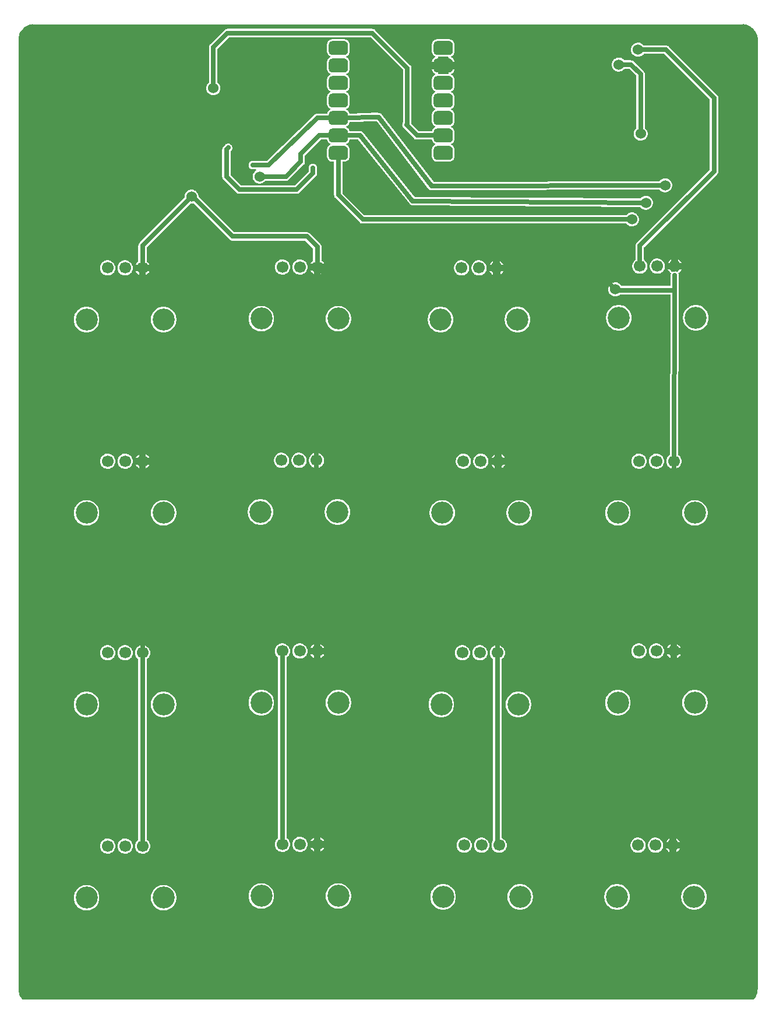
<source format=gbl>
G04 Layer: BottomLayer*
G04 EasyEDA v6.5.22, 2022-11-21 05:39:22*
G04 79285abd2fff4639a077ca8fd26d3c4e,5e732c2b7d5540c8836deda47cd93de7,10*
G04 Gerber Generator version 0.2*
G04 Scale: 100 percent, Rotated: No, Reflected: No *
G04 Dimensions in millimeters *
G04 leading zeros omitted , absolute positions ,4 integer and 5 decimal *
%FSLAX45Y45*%
%MOMM*%

%ADD10C,0.7000*%
%ADD11C,1.7000*%
%ADD12C,3.2000*%
%ADD13C,1.5240*%
%ADD14C,0.6096*%
%ADD15C,0.0110*%

%LPD*%
G36*
X1995322Y-6489700D02*
G01*
X1991360Y-6488887D01*
X1986737Y-6485229D01*
X1974037Y-6469430D01*
X1962861Y-6452565D01*
X1953260Y-6434734D01*
X1945284Y-6416141D01*
X1939036Y-6396888D01*
X1934514Y-6377127D01*
X1931822Y-6357061D01*
X1930907Y-6336538D01*
X1930907Y7450734D01*
X1931822Y7471460D01*
X1934413Y7490815D01*
X1938680Y7509865D01*
X1944624Y7528509D01*
X1952142Y7546543D01*
X1961184Y7563866D01*
X1971700Y7580325D01*
X1983638Y7595819D01*
X1996897Y7610195D01*
X2011324Y7623403D01*
X2026869Y7635240D01*
X2043379Y7645704D01*
X2060702Y7654696D01*
X2078786Y7662164D01*
X2097430Y7668006D01*
X2116531Y7672171D01*
X2129282Y7673848D01*
X2133854Y7673390D01*
X2141270Y7670901D01*
X2146858Y7670292D01*
X12445644Y7670292D01*
X12449098Y7670546D01*
X12455956Y7672425D01*
X12458446Y7673340D01*
X12461036Y7673594D01*
X12469926Y7673136D01*
X12489332Y7670546D01*
X12508382Y7666278D01*
X12527026Y7660386D01*
X12545060Y7652867D01*
X12562382Y7643774D01*
X12578842Y7633258D01*
X12594336Y7621320D01*
X12608712Y7608112D01*
X12621869Y7593685D01*
X12633756Y7578140D01*
X12644221Y7561630D01*
X12653213Y7544257D01*
X12660680Y7526172D01*
X12666522Y7507528D01*
X12670688Y7488478D01*
X12673228Y7469073D01*
X12674092Y7449058D01*
X12674092Y-6336538D01*
X12673126Y-6358788D01*
X12670536Y-6378143D01*
X12666268Y-6397193D01*
X12660376Y-6415836D01*
X12652857Y-6433870D01*
X12643764Y-6451193D01*
X12633248Y-6467652D01*
X12621310Y-6483146D01*
X12618313Y-6486398D01*
X12614910Y-6488836D01*
X12610846Y-6489700D01*
G37*

%LPC*%
G36*
X4030370Y-5196128D02*
G01*
X4049217Y-5196128D01*
X4067962Y-5194249D01*
X4086402Y-5190439D01*
X4104386Y-5184800D01*
X4121658Y-5177383D01*
X4138117Y-5168239D01*
X4153611Y-5157470D01*
X4167886Y-5145227D01*
X4180840Y-5131562D01*
X4192371Y-5116677D01*
X4202328Y-5100726D01*
X4210659Y-5083810D01*
X4217162Y-5066131D01*
X4221886Y-5047894D01*
X4224731Y-5029301D01*
X4225696Y-5010505D01*
X4224731Y-4991709D01*
X4221886Y-4973066D01*
X4217162Y-4954828D01*
X4210659Y-4937201D01*
X4202328Y-4920284D01*
X4192371Y-4904282D01*
X4180840Y-4889398D01*
X4167886Y-4875733D01*
X4153611Y-4863490D01*
X4138117Y-4852720D01*
X4121658Y-4843576D01*
X4104386Y-4836160D01*
X4086402Y-4830521D01*
X4067962Y-4826762D01*
X4049217Y-4824831D01*
X4030370Y-4824831D01*
X4011676Y-4826762D01*
X3993235Y-4830521D01*
X3975252Y-4836160D01*
X3957929Y-4843576D01*
X3941470Y-4852720D01*
X3926027Y-4863490D01*
X3911752Y-4875733D01*
X3898747Y-4889398D01*
X3887215Y-4904282D01*
X3877259Y-4920284D01*
X3868978Y-4937201D01*
X3862425Y-4954828D01*
X3857701Y-4973066D01*
X3854856Y-4991709D01*
X3853891Y-5010505D01*
X3854856Y-5029301D01*
X3857701Y-5047894D01*
X3862425Y-5066131D01*
X3868978Y-5083810D01*
X3877259Y-5100726D01*
X3887215Y-5116677D01*
X3898747Y-5131562D01*
X3911752Y-5145227D01*
X3926027Y-5157470D01*
X3941470Y-5168239D01*
X3957929Y-5177383D01*
X3975252Y-5184800D01*
X3993235Y-5190439D01*
X4011676Y-5194249D01*
G37*
G36*
X2910382Y-5196128D02*
G01*
X2929229Y-5196128D01*
X2947974Y-5194249D01*
X2966415Y-5190439D01*
X2984347Y-5184800D01*
X3001670Y-5177383D01*
X3018129Y-5168239D01*
X3033572Y-5157470D01*
X3047898Y-5145227D01*
X3060852Y-5131562D01*
X3072384Y-5116677D01*
X3082340Y-5100726D01*
X3090621Y-5083810D01*
X3097174Y-5066131D01*
X3101898Y-5047894D01*
X3104743Y-5029301D01*
X3105708Y-5010505D01*
X3104743Y-4991658D01*
X3101898Y-4973066D01*
X3097174Y-4954828D01*
X3090621Y-4937201D01*
X3082340Y-4920284D01*
X3072384Y-4904282D01*
X3060852Y-4889398D01*
X3047898Y-4875733D01*
X3033572Y-4863490D01*
X3018129Y-4852720D01*
X3001670Y-4843576D01*
X2984347Y-4836160D01*
X2966415Y-4830521D01*
X2947974Y-4826762D01*
X2929229Y-4824831D01*
X2910382Y-4824831D01*
X2891637Y-4826762D01*
X2873197Y-4830521D01*
X2855264Y-4836160D01*
X2837942Y-4843576D01*
X2821482Y-4852720D01*
X2806039Y-4863490D01*
X2791714Y-4875733D01*
X2778760Y-4889398D01*
X2767228Y-4904282D01*
X2757271Y-4920284D01*
X2748991Y-4937201D01*
X2742438Y-4954828D01*
X2737713Y-4973066D01*
X2734868Y-4991658D01*
X2733903Y-5010505D01*
X2734868Y-5029301D01*
X2737713Y-5047894D01*
X2742438Y-5066131D01*
X2748991Y-5083810D01*
X2757271Y-5100726D01*
X2767228Y-5116677D01*
X2778760Y-5131562D01*
X2791714Y-5145227D01*
X2806039Y-5157470D01*
X2821482Y-5168239D01*
X2837942Y-5177383D01*
X2855264Y-5184800D01*
X2873197Y-5190439D01*
X2891637Y-5194249D01*
G37*
G36*
X8091982Y-5183428D02*
G01*
X8110829Y-5183428D01*
X8129574Y-5181549D01*
X8148015Y-5177739D01*
X8165947Y-5172100D01*
X8183270Y-5164683D01*
X8199729Y-5155539D01*
X8215172Y-5144770D01*
X8229498Y-5132527D01*
X8242452Y-5118862D01*
X8253984Y-5103977D01*
X8263940Y-5088026D01*
X8272221Y-5071110D01*
X8278774Y-5053431D01*
X8283498Y-5035194D01*
X8286343Y-5016601D01*
X8287308Y-4997805D01*
X8286343Y-4978958D01*
X8283498Y-4960366D01*
X8278774Y-4942128D01*
X8272221Y-4924501D01*
X8263940Y-4907584D01*
X8253984Y-4891582D01*
X8242452Y-4876698D01*
X8229498Y-4863033D01*
X8215172Y-4850790D01*
X8199729Y-4840020D01*
X8183270Y-4830876D01*
X8165947Y-4823460D01*
X8148015Y-4817821D01*
X8129574Y-4814062D01*
X8110829Y-4812131D01*
X8091982Y-4812131D01*
X8073237Y-4814062D01*
X8054797Y-4817821D01*
X8036864Y-4823460D01*
X8019542Y-4830876D01*
X8003082Y-4840020D01*
X7987639Y-4850790D01*
X7973314Y-4863033D01*
X7960359Y-4876698D01*
X7948828Y-4891582D01*
X7938871Y-4907584D01*
X7930591Y-4924501D01*
X7924038Y-4942128D01*
X7919313Y-4960366D01*
X7916468Y-4978958D01*
X7915503Y-4997805D01*
X7916468Y-5016601D01*
X7919313Y-5035194D01*
X7924038Y-5053431D01*
X7930591Y-5071110D01*
X7938871Y-5088026D01*
X7948828Y-5103977D01*
X7960359Y-5118862D01*
X7973314Y-5132527D01*
X7987639Y-5144770D01*
X8003082Y-5155539D01*
X8019542Y-5164683D01*
X8036864Y-5172100D01*
X8054797Y-5177739D01*
X8073237Y-5181549D01*
G37*
G36*
X10619282Y-5183428D02*
G01*
X10638129Y-5183428D01*
X10656874Y-5181549D01*
X10675315Y-5177739D01*
X10693247Y-5172100D01*
X10710570Y-5164683D01*
X10727029Y-5155539D01*
X10742472Y-5144770D01*
X10756798Y-5132527D01*
X10769752Y-5118862D01*
X10781284Y-5103977D01*
X10791240Y-5088026D01*
X10799521Y-5071110D01*
X10806074Y-5053431D01*
X10810798Y-5035194D01*
X10813643Y-5016601D01*
X10814608Y-4997805D01*
X10813643Y-4978958D01*
X10810798Y-4960366D01*
X10806074Y-4942128D01*
X10799521Y-4924501D01*
X10791240Y-4907584D01*
X10781284Y-4891582D01*
X10769752Y-4876698D01*
X10756798Y-4863033D01*
X10742472Y-4850790D01*
X10727029Y-4840020D01*
X10710570Y-4830876D01*
X10693247Y-4823460D01*
X10675315Y-4817821D01*
X10656874Y-4814062D01*
X10638129Y-4812131D01*
X10619282Y-4812131D01*
X10600537Y-4814062D01*
X10582097Y-4817821D01*
X10564164Y-4823460D01*
X10546842Y-4830876D01*
X10530382Y-4840020D01*
X10514939Y-4850790D01*
X10500614Y-4863033D01*
X10487660Y-4876698D01*
X10476128Y-4891582D01*
X10466171Y-4907584D01*
X10457891Y-4924501D01*
X10451338Y-4942128D01*
X10446613Y-4960366D01*
X10443768Y-4978958D01*
X10442803Y-4997805D01*
X10443768Y-5016601D01*
X10446613Y-5035194D01*
X10451338Y-5053431D01*
X10457891Y-5071110D01*
X10466171Y-5088026D01*
X10476128Y-5103977D01*
X10487660Y-5118862D01*
X10500614Y-5132527D01*
X10514939Y-5144770D01*
X10530382Y-5155539D01*
X10546842Y-5164683D01*
X10564164Y-5172100D01*
X10582097Y-5177739D01*
X10600537Y-5181549D01*
G37*
G36*
X9211970Y-5183428D02*
G01*
X9230817Y-5183428D01*
X9249562Y-5181549D01*
X9268002Y-5177739D01*
X9285986Y-5172100D01*
X9303258Y-5164683D01*
X9319717Y-5155539D01*
X9335211Y-5144770D01*
X9349486Y-5132527D01*
X9362440Y-5118862D01*
X9373971Y-5103977D01*
X9383928Y-5088026D01*
X9392259Y-5071110D01*
X9398762Y-5053431D01*
X9403486Y-5035194D01*
X9406331Y-5016601D01*
X9407296Y-4997805D01*
X9406331Y-4979009D01*
X9403486Y-4960366D01*
X9398762Y-4942128D01*
X9392259Y-4924501D01*
X9383928Y-4907584D01*
X9373971Y-4891582D01*
X9362440Y-4876698D01*
X9349486Y-4863033D01*
X9335211Y-4850790D01*
X9319717Y-4840020D01*
X9303258Y-4830876D01*
X9285986Y-4823460D01*
X9268002Y-4817821D01*
X9249562Y-4814062D01*
X9230817Y-4812131D01*
X9211970Y-4812131D01*
X9193276Y-4814062D01*
X9174835Y-4817821D01*
X9156852Y-4823460D01*
X9139529Y-4830876D01*
X9123070Y-4840020D01*
X9107627Y-4850790D01*
X9093352Y-4863033D01*
X9080347Y-4876698D01*
X9068816Y-4891582D01*
X9058859Y-4907584D01*
X9050578Y-4924501D01*
X9044025Y-4942128D01*
X9039301Y-4960366D01*
X9036456Y-4979009D01*
X9035491Y-4997805D01*
X9036456Y-5016601D01*
X9039301Y-5035194D01*
X9044025Y-5053431D01*
X9050578Y-5071110D01*
X9058859Y-5088026D01*
X9068816Y-5103977D01*
X9080347Y-5118862D01*
X9093352Y-5132527D01*
X9107627Y-5144770D01*
X9123070Y-5155539D01*
X9139529Y-5164683D01*
X9156852Y-5172100D01*
X9174835Y-5177739D01*
X9193276Y-5181549D01*
G37*
G36*
X11739270Y-5183428D02*
G01*
X11758117Y-5183428D01*
X11776862Y-5181549D01*
X11795302Y-5177739D01*
X11813286Y-5172100D01*
X11830558Y-5164683D01*
X11847017Y-5155539D01*
X11862511Y-5144770D01*
X11876786Y-5132527D01*
X11889740Y-5118862D01*
X11901271Y-5103977D01*
X11911228Y-5088026D01*
X11919559Y-5071110D01*
X11926062Y-5053431D01*
X11930786Y-5035194D01*
X11933631Y-5016601D01*
X11934596Y-4997805D01*
X11933631Y-4979009D01*
X11930786Y-4960366D01*
X11926062Y-4942128D01*
X11919559Y-4924501D01*
X11911228Y-4907584D01*
X11901271Y-4891582D01*
X11889740Y-4876698D01*
X11876786Y-4863033D01*
X11862511Y-4850790D01*
X11847017Y-4840020D01*
X11830558Y-4830876D01*
X11813286Y-4823460D01*
X11795302Y-4817821D01*
X11776862Y-4814062D01*
X11758117Y-4812131D01*
X11739270Y-4812131D01*
X11720576Y-4814062D01*
X11702135Y-4817821D01*
X11684152Y-4823460D01*
X11666829Y-4830876D01*
X11650370Y-4840020D01*
X11634927Y-4850790D01*
X11620652Y-4863033D01*
X11607647Y-4876698D01*
X11596116Y-4891582D01*
X11586159Y-4907584D01*
X11577878Y-4924501D01*
X11571325Y-4942128D01*
X11566601Y-4960366D01*
X11563756Y-4979009D01*
X11562791Y-4997805D01*
X11563756Y-5016601D01*
X11566601Y-5035194D01*
X11571325Y-5053431D01*
X11577878Y-5071110D01*
X11586159Y-5088026D01*
X11596116Y-5103977D01*
X11607647Y-5118862D01*
X11620652Y-5132527D01*
X11634927Y-5144770D01*
X11650370Y-5155539D01*
X11666829Y-5164683D01*
X11684152Y-5172100D01*
X11702135Y-5177739D01*
X11720576Y-5181549D01*
G37*
G36*
X6570370Y-5170728D02*
G01*
X6589217Y-5170728D01*
X6607962Y-5168849D01*
X6626402Y-5165039D01*
X6644386Y-5159400D01*
X6661658Y-5151983D01*
X6678117Y-5142839D01*
X6693611Y-5132070D01*
X6707886Y-5119827D01*
X6720840Y-5106162D01*
X6732371Y-5091277D01*
X6742328Y-5075326D01*
X6750659Y-5058410D01*
X6757162Y-5040731D01*
X6761886Y-5022494D01*
X6764731Y-5003901D01*
X6765696Y-4985105D01*
X6764731Y-4966309D01*
X6761886Y-4947666D01*
X6757162Y-4929428D01*
X6750659Y-4911801D01*
X6742328Y-4894884D01*
X6732371Y-4878882D01*
X6720840Y-4863998D01*
X6707886Y-4850333D01*
X6693611Y-4838090D01*
X6678117Y-4827320D01*
X6661658Y-4818176D01*
X6644386Y-4810760D01*
X6626402Y-4805121D01*
X6607962Y-4801362D01*
X6589217Y-4799431D01*
X6570370Y-4799431D01*
X6551676Y-4801362D01*
X6533235Y-4805121D01*
X6515252Y-4810760D01*
X6497929Y-4818176D01*
X6481470Y-4827320D01*
X6466027Y-4838090D01*
X6451752Y-4850333D01*
X6438747Y-4863998D01*
X6427216Y-4878882D01*
X6417259Y-4894884D01*
X6408978Y-4911801D01*
X6402425Y-4929428D01*
X6397701Y-4947666D01*
X6394856Y-4966309D01*
X6393891Y-4985105D01*
X6394856Y-5003901D01*
X6397701Y-5022494D01*
X6402425Y-5040731D01*
X6408978Y-5058410D01*
X6417259Y-5075326D01*
X6427216Y-5091277D01*
X6438747Y-5106162D01*
X6451752Y-5119827D01*
X6466027Y-5132070D01*
X6481470Y-5142839D01*
X6497929Y-5151983D01*
X6515252Y-5159400D01*
X6533235Y-5165039D01*
X6551676Y-5168849D01*
G37*
G36*
X5450382Y-5170728D02*
G01*
X5469229Y-5170728D01*
X5487974Y-5168849D01*
X5506415Y-5165039D01*
X5524347Y-5159400D01*
X5541670Y-5151983D01*
X5558129Y-5142839D01*
X5573572Y-5132070D01*
X5587898Y-5119827D01*
X5600852Y-5106162D01*
X5612384Y-5091277D01*
X5622340Y-5075326D01*
X5630621Y-5058410D01*
X5637174Y-5040731D01*
X5641898Y-5022494D01*
X5644743Y-5003901D01*
X5645708Y-4985105D01*
X5644743Y-4966258D01*
X5641898Y-4947666D01*
X5637174Y-4929428D01*
X5630621Y-4911801D01*
X5622340Y-4894884D01*
X5612384Y-4878882D01*
X5600852Y-4863998D01*
X5587898Y-4850333D01*
X5573572Y-4838090D01*
X5558129Y-4827320D01*
X5541670Y-4818176D01*
X5524347Y-4810760D01*
X5506415Y-4805121D01*
X5487974Y-4801362D01*
X5469229Y-4799431D01*
X5450382Y-4799431D01*
X5431637Y-4801362D01*
X5413197Y-4805121D01*
X5395264Y-4810760D01*
X5377942Y-4818176D01*
X5361482Y-4827320D01*
X5346039Y-4838090D01*
X5331714Y-4850333D01*
X5318760Y-4863998D01*
X5307228Y-4878882D01*
X5297271Y-4894884D01*
X5288991Y-4911801D01*
X5282438Y-4929428D01*
X5277713Y-4947666D01*
X5274868Y-4966258D01*
X5273903Y-4985105D01*
X5274868Y-5003901D01*
X5277713Y-5022494D01*
X5282438Y-5040731D01*
X5288991Y-5058410D01*
X5297271Y-5075326D01*
X5307228Y-5091277D01*
X5318760Y-5106162D01*
X5331714Y-5119827D01*
X5346039Y-5132070D01*
X5361482Y-5142839D01*
X5377942Y-5151983D01*
X5395264Y-5159400D01*
X5413197Y-5165039D01*
X5431637Y-5168849D01*
G37*
G36*
X3222244Y-4371340D02*
G01*
X3236468Y-4370882D01*
X3250488Y-4368596D01*
X3264103Y-4364583D01*
X3277108Y-4358792D01*
X3289249Y-4351426D01*
X3300374Y-4342587D01*
X3310229Y-4332376D01*
X3318764Y-4320997D01*
X3325723Y-4308602D01*
X3331057Y-4295444D01*
X3334664Y-4281678D01*
X3336493Y-4267606D01*
X3336493Y-4253382D01*
X3334664Y-4239310D01*
X3331057Y-4225544D01*
X3325723Y-4212386D01*
X3318764Y-4199991D01*
X3310229Y-4188612D01*
X3300374Y-4178401D01*
X3289249Y-4169562D01*
X3277108Y-4162196D01*
X3264103Y-4156456D01*
X3250488Y-4152392D01*
X3236468Y-4150106D01*
X3222244Y-4149648D01*
X3208121Y-4151020D01*
X3194253Y-4154170D01*
X3180943Y-4159097D01*
X3168345Y-4165650D01*
X3156661Y-4173778D01*
X3146145Y-4183329D01*
X3136950Y-4194149D01*
X3129178Y-4206087D01*
X3123031Y-4218889D01*
X3118561Y-4232351D01*
X3115818Y-4246321D01*
X3114903Y-4260494D01*
X3115818Y-4274667D01*
X3118561Y-4288637D01*
X3123031Y-4302099D01*
X3129178Y-4314901D01*
X3136950Y-4326839D01*
X3146145Y-4337659D01*
X3156661Y-4347210D01*
X3168345Y-4355338D01*
X3180943Y-4361891D01*
X3194253Y-4366818D01*
X3208121Y-4369968D01*
G37*
G36*
X3476244Y-4371340D02*
G01*
X3490468Y-4370882D01*
X3504488Y-4368596D01*
X3518103Y-4364583D01*
X3531108Y-4358792D01*
X3543249Y-4351426D01*
X3554374Y-4342587D01*
X3564229Y-4332376D01*
X3572764Y-4320997D01*
X3579723Y-4308602D01*
X3585057Y-4295444D01*
X3588664Y-4281678D01*
X3590493Y-4267606D01*
X3590493Y-4253382D01*
X3588664Y-4239310D01*
X3585057Y-4225544D01*
X3579723Y-4212386D01*
X3572764Y-4199991D01*
X3564229Y-4188612D01*
X3554374Y-4178401D01*
X3543249Y-4169562D01*
X3531108Y-4162196D01*
X3518103Y-4156456D01*
X3504488Y-4152392D01*
X3490468Y-4150106D01*
X3476244Y-4149648D01*
X3462121Y-4151020D01*
X3448253Y-4154170D01*
X3434943Y-4159097D01*
X3422345Y-4165650D01*
X3410661Y-4173778D01*
X3400145Y-4183329D01*
X3390950Y-4194149D01*
X3383178Y-4206087D01*
X3377031Y-4218889D01*
X3372561Y-4232351D01*
X3369818Y-4246321D01*
X3368903Y-4260494D01*
X3369818Y-4274667D01*
X3372561Y-4288637D01*
X3377031Y-4302099D01*
X3383178Y-4314901D01*
X3390950Y-4326839D01*
X3400145Y-4337659D01*
X3410661Y-4347210D01*
X3422345Y-4355338D01*
X3434943Y-4361891D01*
X3448253Y-4366818D01*
X3462121Y-4369968D01*
G37*
G36*
X3730244Y-4371340D02*
G01*
X3744468Y-4370882D01*
X3758488Y-4368596D01*
X3772103Y-4364583D01*
X3785108Y-4358792D01*
X3797249Y-4351426D01*
X3808374Y-4342587D01*
X3818229Y-4332376D01*
X3826764Y-4320997D01*
X3833723Y-4308602D01*
X3839057Y-4295444D01*
X3842664Y-4281678D01*
X3844442Y-4267606D01*
X3844442Y-4253382D01*
X3842664Y-4239310D01*
X3839057Y-4225544D01*
X3833723Y-4212386D01*
X3826764Y-4199991D01*
X3818229Y-4188612D01*
X3808374Y-4178401D01*
X3798519Y-4170578D01*
X3796487Y-4168343D01*
X3795166Y-4165600D01*
X3794709Y-4162653D01*
X3794709Y-1551635D01*
X3795166Y-1548688D01*
X3796487Y-1545945D01*
X3798519Y-1543710D01*
X3808374Y-1535887D01*
X3818229Y-1525676D01*
X3826764Y-1514297D01*
X3833723Y-1501902D01*
X3839057Y-1488744D01*
X3842664Y-1474978D01*
X3844442Y-1460906D01*
X3844442Y-1446682D01*
X3842664Y-1432610D01*
X3839057Y-1418844D01*
X3833723Y-1405686D01*
X3826764Y-1393291D01*
X3818229Y-1381912D01*
X3808374Y-1371701D01*
X3797249Y-1362862D01*
X3785108Y-1355496D01*
X3772103Y-1349756D01*
X3758488Y-1345692D01*
X3744468Y-1343406D01*
X3730244Y-1342948D01*
X3716121Y-1344320D01*
X3702253Y-1347470D01*
X3688943Y-1352397D01*
X3676345Y-1358950D01*
X3664661Y-1367078D01*
X3654145Y-1376629D01*
X3644950Y-1387449D01*
X3637178Y-1399387D01*
X3631031Y-1412189D01*
X3626561Y-1425651D01*
X3623818Y-1439621D01*
X3622903Y-1453794D01*
X3623818Y-1467967D01*
X3626561Y-1481937D01*
X3631031Y-1495399D01*
X3637178Y-1508201D01*
X3644950Y-1520139D01*
X3654145Y-1530959D01*
X3664661Y-1540510D01*
X3668522Y-1543202D01*
X3670858Y-1545437D01*
X3672382Y-1548333D01*
X3672890Y-1551533D01*
X3672890Y-4162755D01*
X3672382Y-4165955D01*
X3670858Y-4168851D01*
X3668522Y-4171086D01*
X3664661Y-4173778D01*
X3654145Y-4183329D01*
X3644950Y-4194149D01*
X3637178Y-4206087D01*
X3631031Y-4218889D01*
X3626561Y-4232351D01*
X3623818Y-4246321D01*
X3622903Y-4260494D01*
X3623818Y-4274667D01*
X3626561Y-4288637D01*
X3631031Y-4302099D01*
X3637178Y-4314901D01*
X3644950Y-4326839D01*
X3654145Y-4337659D01*
X3664661Y-4347210D01*
X3676345Y-4355338D01*
X3688943Y-4361891D01*
X3702253Y-4366818D01*
X3716121Y-4369968D01*
G37*
G36*
X8657844Y-4358640D02*
G01*
X8672068Y-4358182D01*
X8686088Y-4355896D01*
X8699703Y-4351883D01*
X8712708Y-4346092D01*
X8724849Y-4338726D01*
X8735974Y-4329887D01*
X8745829Y-4319676D01*
X8754364Y-4308297D01*
X8761323Y-4295902D01*
X8766657Y-4282744D01*
X8770264Y-4268978D01*
X8772093Y-4254906D01*
X8772093Y-4240682D01*
X8770264Y-4226610D01*
X8766657Y-4212844D01*
X8761323Y-4199686D01*
X8754364Y-4187291D01*
X8745829Y-4175912D01*
X8735974Y-4165701D01*
X8724849Y-4156862D01*
X8712708Y-4149496D01*
X8699703Y-4143756D01*
X8686088Y-4139692D01*
X8672068Y-4137406D01*
X8657844Y-4136948D01*
X8643721Y-4138320D01*
X8629853Y-4141470D01*
X8616543Y-4146397D01*
X8603945Y-4152950D01*
X8592261Y-4161078D01*
X8581745Y-4170629D01*
X8572550Y-4181449D01*
X8564778Y-4193387D01*
X8558631Y-4206189D01*
X8554161Y-4219651D01*
X8551418Y-4233621D01*
X8550503Y-4247794D01*
X8551418Y-4261967D01*
X8554161Y-4275937D01*
X8558631Y-4289399D01*
X8564778Y-4302201D01*
X8572550Y-4314139D01*
X8581745Y-4324959D01*
X8592261Y-4334510D01*
X8603945Y-4342638D01*
X8616543Y-4349191D01*
X8629853Y-4354118D01*
X8643721Y-4357268D01*
G37*
G36*
X10931144Y-4358640D02*
G01*
X10945368Y-4358182D01*
X10959388Y-4355896D01*
X10973003Y-4351883D01*
X10986008Y-4346092D01*
X10998149Y-4338726D01*
X11009274Y-4329887D01*
X11019129Y-4319676D01*
X11027664Y-4308297D01*
X11034623Y-4295902D01*
X11039957Y-4282744D01*
X11043564Y-4268978D01*
X11045393Y-4254906D01*
X11045393Y-4240682D01*
X11043564Y-4226610D01*
X11039957Y-4212844D01*
X11034623Y-4199686D01*
X11027664Y-4187291D01*
X11019129Y-4175912D01*
X11009274Y-4165701D01*
X10998149Y-4156862D01*
X10986008Y-4149496D01*
X10973003Y-4143756D01*
X10959388Y-4139692D01*
X10945368Y-4137406D01*
X10931144Y-4136948D01*
X10917021Y-4138320D01*
X10903153Y-4141470D01*
X10889843Y-4146397D01*
X10877245Y-4152950D01*
X10865561Y-4161078D01*
X10855045Y-4170629D01*
X10845850Y-4181449D01*
X10838078Y-4193387D01*
X10831931Y-4206189D01*
X10827461Y-4219651D01*
X10824718Y-4233621D01*
X10823803Y-4247794D01*
X10824718Y-4261967D01*
X10827461Y-4275937D01*
X10831931Y-4289399D01*
X10838078Y-4302201D01*
X10845850Y-4314139D01*
X10855045Y-4324959D01*
X10865561Y-4334510D01*
X10877245Y-4342638D01*
X10889843Y-4349191D01*
X10903153Y-4354118D01*
X10917021Y-4357268D01*
G37*
G36*
X11185144Y-4358640D02*
G01*
X11199368Y-4358182D01*
X11213388Y-4355896D01*
X11227003Y-4351883D01*
X11240008Y-4346092D01*
X11252149Y-4338726D01*
X11263274Y-4329887D01*
X11273129Y-4319676D01*
X11281664Y-4308297D01*
X11288623Y-4295902D01*
X11293957Y-4282744D01*
X11297564Y-4268978D01*
X11299393Y-4254906D01*
X11299393Y-4240682D01*
X11297564Y-4226610D01*
X11293957Y-4212844D01*
X11288623Y-4199686D01*
X11281664Y-4187291D01*
X11273129Y-4175912D01*
X11263274Y-4165701D01*
X11252149Y-4156862D01*
X11240008Y-4149496D01*
X11227003Y-4143756D01*
X11213388Y-4139692D01*
X11199368Y-4137406D01*
X11185144Y-4136948D01*
X11171021Y-4138320D01*
X11157153Y-4141470D01*
X11143843Y-4146397D01*
X11131245Y-4152950D01*
X11119561Y-4161078D01*
X11109045Y-4170629D01*
X11099850Y-4181449D01*
X11092078Y-4193387D01*
X11085931Y-4206189D01*
X11081461Y-4219651D01*
X11078718Y-4233621D01*
X11077803Y-4247794D01*
X11078718Y-4261967D01*
X11081461Y-4275937D01*
X11085931Y-4289399D01*
X11092078Y-4302201D01*
X11099850Y-4314139D01*
X11109045Y-4324959D01*
X11119561Y-4334510D01*
X11131245Y-4342638D01*
X11143843Y-4349191D01*
X11157153Y-4354118D01*
X11171021Y-4357268D01*
G37*
G36*
X8403844Y-4358640D02*
G01*
X8418068Y-4358182D01*
X8432088Y-4355896D01*
X8445703Y-4351883D01*
X8458708Y-4346092D01*
X8470849Y-4338726D01*
X8481974Y-4329887D01*
X8491829Y-4319676D01*
X8500364Y-4308297D01*
X8507323Y-4295902D01*
X8512657Y-4282744D01*
X8516264Y-4268978D01*
X8518093Y-4254906D01*
X8518093Y-4240682D01*
X8516264Y-4226610D01*
X8512657Y-4212844D01*
X8507323Y-4199686D01*
X8500364Y-4187291D01*
X8491829Y-4175912D01*
X8481974Y-4165701D01*
X8470849Y-4156862D01*
X8458708Y-4149496D01*
X8445703Y-4143756D01*
X8432088Y-4139692D01*
X8418068Y-4137406D01*
X8403844Y-4136948D01*
X8389721Y-4138320D01*
X8375853Y-4141470D01*
X8362543Y-4146397D01*
X8349945Y-4152950D01*
X8338261Y-4161078D01*
X8327745Y-4170629D01*
X8318550Y-4181449D01*
X8310778Y-4193387D01*
X8304631Y-4206189D01*
X8300161Y-4219651D01*
X8297418Y-4233621D01*
X8296503Y-4247794D01*
X8297418Y-4261967D01*
X8300161Y-4275937D01*
X8304631Y-4289399D01*
X8310778Y-4302201D01*
X8318550Y-4314139D01*
X8327745Y-4324959D01*
X8338261Y-4334510D01*
X8349945Y-4342638D01*
X8362543Y-4349191D01*
X8375853Y-4354118D01*
X8389721Y-4357268D01*
G37*
G36*
X8911844Y-4358640D02*
G01*
X8926068Y-4358182D01*
X8940088Y-4355896D01*
X8953703Y-4351883D01*
X8966708Y-4346092D01*
X8978849Y-4338726D01*
X8989974Y-4329887D01*
X8999829Y-4319676D01*
X9008364Y-4308297D01*
X9015323Y-4295902D01*
X9020657Y-4282744D01*
X9024264Y-4268978D01*
X9026042Y-4254906D01*
X9026042Y-4240682D01*
X9024264Y-4226610D01*
X9020657Y-4212844D01*
X9015323Y-4199686D01*
X9008364Y-4187291D01*
X8999829Y-4175912D01*
X8989974Y-4165701D01*
X8978849Y-4156862D01*
X8966708Y-4149496D01*
X8956954Y-4145178D01*
X8953754Y-4142943D01*
X8951671Y-4139692D01*
X8950909Y-4135882D01*
X8950909Y-1551635D01*
X8951366Y-1548688D01*
X8952687Y-1545945D01*
X8954719Y-1543710D01*
X8964574Y-1535887D01*
X8974429Y-1525676D01*
X8982964Y-1514297D01*
X8989923Y-1501902D01*
X8995257Y-1488744D01*
X8998864Y-1474978D01*
X9000642Y-1460906D01*
X9000642Y-1446682D01*
X8998864Y-1432610D01*
X8995257Y-1418844D01*
X8989923Y-1405686D01*
X8982964Y-1393291D01*
X8974429Y-1381912D01*
X8964574Y-1371701D01*
X8953449Y-1362862D01*
X8941308Y-1355496D01*
X8928303Y-1349756D01*
X8914688Y-1345692D01*
X8900668Y-1343406D01*
X8886444Y-1342948D01*
X8872321Y-1344320D01*
X8858453Y-1347470D01*
X8845143Y-1352397D01*
X8832545Y-1358950D01*
X8820861Y-1367078D01*
X8810345Y-1376629D01*
X8801150Y-1387449D01*
X8793378Y-1399387D01*
X8787231Y-1412189D01*
X8782761Y-1425651D01*
X8780018Y-1439621D01*
X8779103Y-1453794D01*
X8780018Y-1467967D01*
X8782761Y-1481937D01*
X8787231Y-1495399D01*
X8793378Y-1508201D01*
X8801150Y-1520139D01*
X8810345Y-1530959D01*
X8820861Y-1540510D01*
X8824722Y-1543202D01*
X8827058Y-1545437D01*
X8828582Y-1548333D01*
X8829090Y-1551533D01*
X8829090Y-4174744D01*
X8828481Y-4178249D01*
X8818778Y-4193387D01*
X8812631Y-4206189D01*
X8808161Y-4219651D01*
X8805418Y-4233621D01*
X8804503Y-4247794D01*
X8805418Y-4261967D01*
X8808161Y-4275937D01*
X8812631Y-4289399D01*
X8818778Y-4302201D01*
X8826550Y-4314139D01*
X8835745Y-4324959D01*
X8846261Y-4334510D01*
X8857945Y-4342638D01*
X8870543Y-4349191D01*
X8883853Y-4354118D01*
X8897721Y-4357268D01*
G37*
G36*
X11491569Y-4347210D02*
G01*
X11494008Y-4346092D01*
X11506149Y-4338726D01*
X11517274Y-4329887D01*
X11527129Y-4319676D01*
X11535664Y-4308297D01*
X11542217Y-4296664D01*
X11491569Y-4296664D01*
G37*
G36*
X11393881Y-4347108D02*
G01*
X11393881Y-4296664D01*
X11343386Y-4296664D01*
X11346078Y-4302201D01*
X11353850Y-4314139D01*
X11363045Y-4324959D01*
X11373561Y-4334510D01*
X11385245Y-4342638D01*
G37*
G36*
X6016244Y-4345940D02*
G01*
X6030468Y-4345482D01*
X6044488Y-4343196D01*
X6058103Y-4339183D01*
X6071108Y-4333392D01*
X6083249Y-4326026D01*
X6094374Y-4317187D01*
X6104229Y-4306976D01*
X6112764Y-4295597D01*
X6119723Y-4283202D01*
X6125057Y-4270044D01*
X6128664Y-4256278D01*
X6130493Y-4242206D01*
X6130493Y-4227982D01*
X6128664Y-4213910D01*
X6125057Y-4200144D01*
X6119723Y-4186986D01*
X6112764Y-4174591D01*
X6104229Y-4163212D01*
X6094374Y-4153001D01*
X6083249Y-4144162D01*
X6071108Y-4136796D01*
X6058103Y-4131056D01*
X6044488Y-4126992D01*
X6030468Y-4124706D01*
X6016244Y-4124248D01*
X6002121Y-4125620D01*
X5988253Y-4128770D01*
X5974943Y-4133697D01*
X5962345Y-4140250D01*
X5950661Y-4148378D01*
X5940145Y-4157929D01*
X5930950Y-4168749D01*
X5923178Y-4180687D01*
X5917031Y-4193489D01*
X5912561Y-4206951D01*
X5909818Y-4220921D01*
X5908903Y-4235094D01*
X5909818Y-4249267D01*
X5912561Y-4263237D01*
X5917031Y-4276699D01*
X5923178Y-4289501D01*
X5930950Y-4301439D01*
X5940145Y-4312259D01*
X5950661Y-4321810D01*
X5962345Y-4329938D01*
X5974943Y-4336491D01*
X5988253Y-4341418D01*
X6002121Y-4344568D01*
G37*
G36*
X5762244Y-4345940D02*
G01*
X5776468Y-4345482D01*
X5790488Y-4343196D01*
X5804103Y-4339183D01*
X5817108Y-4333392D01*
X5829249Y-4326026D01*
X5840374Y-4317187D01*
X5850229Y-4306976D01*
X5858764Y-4295597D01*
X5865723Y-4283202D01*
X5871057Y-4270044D01*
X5874664Y-4256278D01*
X5876493Y-4242206D01*
X5876493Y-4227982D01*
X5874664Y-4213910D01*
X5871057Y-4200144D01*
X5865723Y-4186986D01*
X5858764Y-4174591D01*
X5850229Y-4163212D01*
X5840374Y-4153001D01*
X5830519Y-4145178D01*
X5828487Y-4142943D01*
X5827166Y-4140200D01*
X5826709Y-4137202D01*
X5826709Y-1526286D01*
X5827166Y-1523288D01*
X5828487Y-1520545D01*
X5830519Y-1518310D01*
X5840374Y-1510487D01*
X5850229Y-1500276D01*
X5858764Y-1488897D01*
X5865723Y-1476502D01*
X5871057Y-1463344D01*
X5874664Y-1449578D01*
X5876493Y-1435506D01*
X5876493Y-1421282D01*
X5874664Y-1407210D01*
X5871057Y-1393444D01*
X5865723Y-1380286D01*
X5858764Y-1367891D01*
X5850229Y-1356512D01*
X5840374Y-1346301D01*
X5829249Y-1337462D01*
X5817108Y-1330096D01*
X5804103Y-1324356D01*
X5790488Y-1320292D01*
X5776468Y-1318006D01*
X5762244Y-1317548D01*
X5748121Y-1318920D01*
X5734253Y-1322070D01*
X5720943Y-1326997D01*
X5708345Y-1333550D01*
X5696661Y-1341678D01*
X5686145Y-1351229D01*
X5676950Y-1362049D01*
X5669178Y-1373987D01*
X5663031Y-1386789D01*
X5658561Y-1400251D01*
X5655818Y-1414221D01*
X5654903Y-1428394D01*
X5655818Y-1442567D01*
X5658561Y-1456537D01*
X5663031Y-1469999D01*
X5669178Y-1482801D01*
X5676950Y-1494739D01*
X5686145Y-1505559D01*
X5696661Y-1515110D01*
X5700522Y-1517802D01*
X5702858Y-1520037D01*
X5704382Y-1522933D01*
X5704890Y-1526133D01*
X5704890Y-4137355D01*
X5704382Y-4140555D01*
X5702858Y-4143451D01*
X5700522Y-4145686D01*
X5696661Y-4148378D01*
X5686145Y-4157929D01*
X5676950Y-4168749D01*
X5669178Y-4180687D01*
X5663031Y-4193489D01*
X5658561Y-4206951D01*
X5655818Y-4220921D01*
X5654903Y-4235094D01*
X5655818Y-4249267D01*
X5658561Y-4263237D01*
X5663031Y-4276699D01*
X5669178Y-4289501D01*
X5676950Y-4301439D01*
X5686145Y-4312259D01*
X5696661Y-4321810D01*
X5708345Y-4329938D01*
X5720943Y-4336491D01*
X5734253Y-4341418D01*
X5748121Y-4344568D01*
G37*
G36*
X6322669Y-4334510D02*
G01*
X6325108Y-4333392D01*
X6337249Y-4326026D01*
X6348374Y-4317187D01*
X6358229Y-4306976D01*
X6366764Y-4295597D01*
X6373317Y-4283964D01*
X6322669Y-4283964D01*
G37*
G36*
X6224981Y-4334408D02*
G01*
X6224981Y-4283964D01*
X6174486Y-4283964D01*
X6177178Y-4289501D01*
X6184950Y-4301439D01*
X6194145Y-4312259D01*
X6204661Y-4321810D01*
X6216345Y-4329938D01*
G37*
G36*
X11343386Y-4198924D02*
G01*
X11393881Y-4198924D01*
X11393881Y-4148480D01*
X11385245Y-4152950D01*
X11373561Y-4161078D01*
X11363045Y-4170629D01*
X11353850Y-4181449D01*
X11346078Y-4193387D01*
G37*
G36*
X11491569Y-4198924D02*
G01*
X11542217Y-4198924D01*
X11535664Y-4187291D01*
X11527129Y-4175912D01*
X11517274Y-4165701D01*
X11506149Y-4156862D01*
X11494008Y-4149496D01*
X11491569Y-4148378D01*
G37*
G36*
X6174486Y-4186224D02*
G01*
X6224981Y-4186224D01*
X6224981Y-4135780D01*
X6216345Y-4140250D01*
X6204661Y-4148378D01*
X6194145Y-4157929D01*
X6184950Y-4168749D01*
X6177178Y-4180687D01*
G37*
G36*
X6322669Y-4186224D02*
G01*
X6373317Y-4186224D01*
X6366764Y-4174591D01*
X6358229Y-4163212D01*
X6348374Y-4153001D01*
X6337249Y-4144162D01*
X6325108Y-4136796D01*
X6322669Y-4135678D01*
G37*
G36*
X2910382Y-2389428D02*
G01*
X2929229Y-2389428D01*
X2947974Y-2387549D01*
X2966415Y-2383739D01*
X2984347Y-2378100D01*
X3001670Y-2370683D01*
X3018129Y-2361539D01*
X3033572Y-2350770D01*
X3047898Y-2338527D01*
X3060852Y-2324862D01*
X3072384Y-2309977D01*
X3082340Y-2294026D01*
X3090621Y-2277110D01*
X3097174Y-2259431D01*
X3101898Y-2241194D01*
X3104743Y-2222601D01*
X3105708Y-2203805D01*
X3104743Y-2184958D01*
X3101898Y-2166366D01*
X3097174Y-2148128D01*
X3090621Y-2130501D01*
X3082340Y-2113584D01*
X3072384Y-2097582D01*
X3060852Y-2082698D01*
X3047898Y-2069033D01*
X3033572Y-2056790D01*
X3018129Y-2046020D01*
X3001670Y-2036876D01*
X2984347Y-2029460D01*
X2966415Y-2023821D01*
X2947974Y-2020062D01*
X2929229Y-2018131D01*
X2910382Y-2018131D01*
X2891637Y-2020062D01*
X2873197Y-2023821D01*
X2855264Y-2029460D01*
X2837942Y-2036876D01*
X2821482Y-2046020D01*
X2806039Y-2056790D01*
X2791714Y-2069033D01*
X2778760Y-2082698D01*
X2767228Y-2097582D01*
X2757271Y-2113584D01*
X2748991Y-2130501D01*
X2742438Y-2148128D01*
X2737713Y-2166366D01*
X2734868Y-2184958D01*
X2733903Y-2203805D01*
X2734868Y-2222601D01*
X2737713Y-2241194D01*
X2742438Y-2259431D01*
X2748991Y-2277110D01*
X2757271Y-2294026D01*
X2767228Y-2309977D01*
X2778760Y-2324862D01*
X2791714Y-2338527D01*
X2806039Y-2350770D01*
X2821482Y-2361539D01*
X2837942Y-2370683D01*
X2855264Y-2378100D01*
X2873197Y-2383739D01*
X2891637Y-2387549D01*
G37*
G36*
X9186570Y-2389428D02*
G01*
X9205417Y-2389428D01*
X9224162Y-2387549D01*
X9242602Y-2383739D01*
X9260586Y-2378100D01*
X9277858Y-2370683D01*
X9294317Y-2361539D01*
X9309811Y-2350770D01*
X9324086Y-2338527D01*
X9337040Y-2324862D01*
X9348571Y-2309977D01*
X9358528Y-2294026D01*
X9366859Y-2277110D01*
X9373362Y-2259431D01*
X9378086Y-2241194D01*
X9380931Y-2222601D01*
X9381896Y-2203805D01*
X9380931Y-2185009D01*
X9378086Y-2166366D01*
X9373362Y-2148128D01*
X9366859Y-2130501D01*
X9358528Y-2113584D01*
X9348571Y-2097582D01*
X9337040Y-2082698D01*
X9324086Y-2069033D01*
X9309811Y-2056790D01*
X9294317Y-2046020D01*
X9277858Y-2036876D01*
X9260586Y-2029460D01*
X9242602Y-2023821D01*
X9224162Y-2020062D01*
X9205417Y-2018131D01*
X9186570Y-2018131D01*
X9167876Y-2020062D01*
X9149435Y-2023821D01*
X9131452Y-2029460D01*
X9114129Y-2036876D01*
X9097670Y-2046020D01*
X9082227Y-2056790D01*
X9067952Y-2069033D01*
X9054947Y-2082698D01*
X9043416Y-2097582D01*
X9033459Y-2113584D01*
X9025178Y-2130501D01*
X9018625Y-2148128D01*
X9013901Y-2166366D01*
X9011056Y-2185009D01*
X9010091Y-2203805D01*
X9011056Y-2222601D01*
X9013901Y-2241194D01*
X9018625Y-2259431D01*
X9025178Y-2277110D01*
X9033459Y-2294026D01*
X9043416Y-2309977D01*
X9054947Y-2324862D01*
X9067952Y-2338527D01*
X9082227Y-2350770D01*
X9097670Y-2361539D01*
X9114129Y-2370683D01*
X9131452Y-2378100D01*
X9149435Y-2383739D01*
X9167876Y-2387549D01*
G37*
G36*
X4030370Y-2389428D02*
G01*
X4049217Y-2389428D01*
X4067962Y-2387549D01*
X4086402Y-2383739D01*
X4104386Y-2378100D01*
X4121658Y-2370683D01*
X4138117Y-2361539D01*
X4153611Y-2350770D01*
X4167886Y-2338527D01*
X4180840Y-2324862D01*
X4192371Y-2309977D01*
X4202328Y-2294026D01*
X4210659Y-2277110D01*
X4217162Y-2259431D01*
X4221886Y-2241194D01*
X4224731Y-2222601D01*
X4225696Y-2203805D01*
X4224731Y-2185009D01*
X4221886Y-2166366D01*
X4217162Y-2148128D01*
X4210659Y-2130501D01*
X4202328Y-2113584D01*
X4192371Y-2097582D01*
X4180840Y-2082698D01*
X4167886Y-2069033D01*
X4153611Y-2056790D01*
X4138117Y-2046020D01*
X4121658Y-2036876D01*
X4104386Y-2029460D01*
X4086402Y-2023821D01*
X4067962Y-2020062D01*
X4049217Y-2018131D01*
X4030370Y-2018131D01*
X4011676Y-2020062D01*
X3993235Y-2023821D01*
X3975252Y-2029460D01*
X3957929Y-2036876D01*
X3941470Y-2046020D01*
X3926027Y-2056790D01*
X3911752Y-2069033D01*
X3898747Y-2082698D01*
X3887215Y-2097582D01*
X3877259Y-2113584D01*
X3868978Y-2130501D01*
X3862425Y-2148128D01*
X3857701Y-2166366D01*
X3854856Y-2185009D01*
X3853891Y-2203805D01*
X3854856Y-2222601D01*
X3857701Y-2241194D01*
X3862425Y-2259431D01*
X3868978Y-2277110D01*
X3877259Y-2294026D01*
X3887215Y-2309977D01*
X3898747Y-2324862D01*
X3911752Y-2338527D01*
X3926027Y-2350770D01*
X3941470Y-2361539D01*
X3957929Y-2370683D01*
X3975252Y-2378100D01*
X3993235Y-2383739D01*
X4011676Y-2387549D01*
G37*
G36*
X8066582Y-2389428D02*
G01*
X8085429Y-2389428D01*
X8104174Y-2387549D01*
X8122615Y-2383739D01*
X8140547Y-2378100D01*
X8157870Y-2370683D01*
X8174329Y-2361539D01*
X8189772Y-2350770D01*
X8204098Y-2338527D01*
X8217052Y-2324862D01*
X8228584Y-2309977D01*
X8238540Y-2294026D01*
X8246821Y-2277110D01*
X8253374Y-2259431D01*
X8258098Y-2241194D01*
X8260943Y-2222601D01*
X8261908Y-2203805D01*
X8260943Y-2184958D01*
X8258098Y-2166366D01*
X8253374Y-2148128D01*
X8246821Y-2130501D01*
X8238540Y-2113584D01*
X8228584Y-2097582D01*
X8217052Y-2082698D01*
X8204098Y-2069033D01*
X8189772Y-2056790D01*
X8174329Y-2046020D01*
X8157870Y-2036876D01*
X8140547Y-2029460D01*
X8122615Y-2023821D01*
X8104174Y-2020062D01*
X8085429Y-2018131D01*
X8066582Y-2018131D01*
X8047837Y-2020062D01*
X8029397Y-2023821D01*
X8011464Y-2029460D01*
X7994142Y-2036876D01*
X7977682Y-2046020D01*
X7962239Y-2056790D01*
X7947914Y-2069033D01*
X7934959Y-2082698D01*
X7923428Y-2097582D01*
X7913471Y-2113584D01*
X7905191Y-2130501D01*
X7898638Y-2148128D01*
X7893913Y-2166366D01*
X7891068Y-2184958D01*
X7890103Y-2203805D01*
X7891068Y-2222601D01*
X7893913Y-2241194D01*
X7898638Y-2259431D01*
X7905191Y-2277110D01*
X7913471Y-2294026D01*
X7923428Y-2309977D01*
X7934959Y-2324862D01*
X7947914Y-2338527D01*
X7962239Y-2350770D01*
X7977682Y-2361539D01*
X7994142Y-2370683D01*
X8011464Y-2378100D01*
X8029397Y-2383739D01*
X8047837Y-2387549D01*
G37*
G36*
X11751970Y-2364028D02*
G01*
X11770817Y-2364028D01*
X11789562Y-2362149D01*
X11808002Y-2358339D01*
X11825986Y-2352700D01*
X11843258Y-2345283D01*
X11859717Y-2336139D01*
X11875211Y-2325370D01*
X11889486Y-2313127D01*
X11902440Y-2299462D01*
X11913971Y-2284577D01*
X11923928Y-2268626D01*
X11932259Y-2251710D01*
X11938762Y-2234031D01*
X11943486Y-2215794D01*
X11946331Y-2197201D01*
X11947296Y-2178405D01*
X11946331Y-2159609D01*
X11943486Y-2140966D01*
X11938762Y-2122728D01*
X11932259Y-2105101D01*
X11923928Y-2088184D01*
X11913971Y-2072182D01*
X11902440Y-2057298D01*
X11889486Y-2043633D01*
X11875211Y-2031390D01*
X11859717Y-2020620D01*
X11843258Y-2011476D01*
X11825986Y-2004060D01*
X11808002Y-1998421D01*
X11789562Y-1994662D01*
X11770817Y-1992731D01*
X11751970Y-1992731D01*
X11733276Y-1994662D01*
X11714835Y-1998421D01*
X11696852Y-2004060D01*
X11679529Y-2011476D01*
X11663070Y-2020620D01*
X11647627Y-2031390D01*
X11633352Y-2043633D01*
X11620347Y-2057298D01*
X11608816Y-2072182D01*
X11598859Y-2088184D01*
X11590578Y-2105101D01*
X11584025Y-2122728D01*
X11579301Y-2140966D01*
X11576456Y-2159609D01*
X11575491Y-2178405D01*
X11576456Y-2197201D01*
X11579301Y-2215794D01*
X11584025Y-2234031D01*
X11590578Y-2251710D01*
X11598859Y-2268626D01*
X11608816Y-2284577D01*
X11620347Y-2299462D01*
X11633352Y-2313127D01*
X11647627Y-2325370D01*
X11663070Y-2336139D01*
X11679529Y-2345283D01*
X11696852Y-2352700D01*
X11714835Y-2358339D01*
X11733276Y-2362149D01*
G37*
G36*
X5450382Y-2364028D02*
G01*
X5469229Y-2364028D01*
X5487974Y-2362149D01*
X5506415Y-2358339D01*
X5524347Y-2352700D01*
X5541670Y-2345283D01*
X5558129Y-2336139D01*
X5573572Y-2325370D01*
X5587898Y-2313127D01*
X5600852Y-2299462D01*
X5612384Y-2284577D01*
X5622340Y-2268626D01*
X5630621Y-2251710D01*
X5637174Y-2234031D01*
X5641898Y-2215794D01*
X5644743Y-2197201D01*
X5645708Y-2178405D01*
X5644743Y-2159558D01*
X5641898Y-2140966D01*
X5637174Y-2122728D01*
X5630621Y-2105101D01*
X5622340Y-2088184D01*
X5612384Y-2072182D01*
X5600852Y-2057298D01*
X5587898Y-2043633D01*
X5573572Y-2031390D01*
X5558129Y-2020620D01*
X5541670Y-2011476D01*
X5524347Y-2004060D01*
X5506415Y-1998421D01*
X5487974Y-1994662D01*
X5469229Y-1992731D01*
X5450382Y-1992731D01*
X5431637Y-1994662D01*
X5413197Y-1998421D01*
X5395264Y-2004060D01*
X5377942Y-2011476D01*
X5361482Y-2020620D01*
X5346039Y-2031390D01*
X5331714Y-2043633D01*
X5318760Y-2057298D01*
X5307228Y-2072182D01*
X5297271Y-2088184D01*
X5288991Y-2105101D01*
X5282438Y-2122728D01*
X5277713Y-2140966D01*
X5274868Y-2159558D01*
X5273903Y-2178405D01*
X5274868Y-2197201D01*
X5277713Y-2215794D01*
X5282438Y-2234031D01*
X5288991Y-2251710D01*
X5297271Y-2268626D01*
X5307228Y-2284577D01*
X5318760Y-2299462D01*
X5331714Y-2313127D01*
X5346039Y-2325370D01*
X5361482Y-2336139D01*
X5377942Y-2345283D01*
X5395264Y-2352700D01*
X5413197Y-2358339D01*
X5431637Y-2362149D01*
G37*
G36*
X6570370Y-2364028D02*
G01*
X6589217Y-2364028D01*
X6607962Y-2362149D01*
X6626402Y-2358339D01*
X6644386Y-2352700D01*
X6661658Y-2345283D01*
X6678117Y-2336139D01*
X6693611Y-2325370D01*
X6707886Y-2313127D01*
X6720840Y-2299462D01*
X6732371Y-2284577D01*
X6742328Y-2268626D01*
X6750659Y-2251710D01*
X6757162Y-2234031D01*
X6761886Y-2215794D01*
X6764731Y-2197201D01*
X6765696Y-2178405D01*
X6764731Y-2159609D01*
X6761886Y-2140966D01*
X6757162Y-2122728D01*
X6750659Y-2105101D01*
X6742328Y-2088184D01*
X6732371Y-2072182D01*
X6720840Y-2057298D01*
X6707886Y-2043633D01*
X6693611Y-2031390D01*
X6678117Y-2020620D01*
X6661658Y-2011476D01*
X6644386Y-2004060D01*
X6626402Y-1998421D01*
X6607962Y-1994662D01*
X6589217Y-1992731D01*
X6570370Y-1992731D01*
X6551676Y-1994662D01*
X6533235Y-1998421D01*
X6515252Y-2004060D01*
X6497929Y-2011476D01*
X6481470Y-2020620D01*
X6466027Y-2031390D01*
X6451752Y-2043633D01*
X6438747Y-2057298D01*
X6427216Y-2072182D01*
X6417259Y-2088184D01*
X6408978Y-2105101D01*
X6402425Y-2122728D01*
X6397701Y-2140966D01*
X6394856Y-2159609D01*
X6393891Y-2178405D01*
X6394856Y-2197201D01*
X6397701Y-2215794D01*
X6402425Y-2234031D01*
X6408978Y-2251710D01*
X6417259Y-2268626D01*
X6427216Y-2284577D01*
X6438747Y-2299462D01*
X6451752Y-2313127D01*
X6466027Y-2325370D01*
X6481470Y-2336139D01*
X6497929Y-2345283D01*
X6515252Y-2352700D01*
X6533235Y-2358339D01*
X6551676Y-2362149D01*
G37*
G36*
X10631982Y-2364028D02*
G01*
X10650829Y-2364028D01*
X10669574Y-2362149D01*
X10688015Y-2358339D01*
X10705947Y-2352700D01*
X10723270Y-2345283D01*
X10739729Y-2336139D01*
X10755172Y-2325370D01*
X10769498Y-2313127D01*
X10782452Y-2299462D01*
X10793984Y-2284577D01*
X10803940Y-2268626D01*
X10812221Y-2251710D01*
X10818774Y-2234031D01*
X10823498Y-2215794D01*
X10826343Y-2197201D01*
X10827308Y-2178405D01*
X10826343Y-2159558D01*
X10823498Y-2140966D01*
X10818774Y-2122728D01*
X10812221Y-2105101D01*
X10803940Y-2088184D01*
X10793984Y-2072182D01*
X10782452Y-2057298D01*
X10769498Y-2043633D01*
X10755172Y-2031390D01*
X10739729Y-2020620D01*
X10723270Y-2011476D01*
X10705947Y-2004060D01*
X10688015Y-1998421D01*
X10669574Y-1994662D01*
X10650829Y-1992731D01*
X10631982Y-1992731D01*
X10613237Y-1994662D01*
X10594797Y-1998421D01*
X10576864Y-2004060D01*
X10559542Y-2011476D01*
X10543082Y-2020620D01*
X10527639Y-2031390D01*
X10513314Y-2043633D01*
X10500360Y-2057298D01*
X10488828Y-2072182D01*
X10478871Y-2088184D01*
X10470591Y-2105101D01*
X10464038Y-2122728D01*
X10459313Y-2140966D01*
X10456468Y-2159558D01*
X10455503Y-2178405D01*
X10456468Y-2197201D01*
X10459313Y-2215794D01*
X10464038Y-2234031D01*
X10470591Y-2251710D01*
X10478871Y-2268626D01*
X10488828Y-2284577D01*
X10500360Y-2299462D01*
X10513314Y-2313127D01*
X10527639Y-2325370D01*
X10543082Y-2336139D01*
X10559542Y-2345283D01*
X10576864Y-2352700D01*
X10594797Y-2358339D01*
X10613237Y-2362149D01*
G37*
G36*
X3476244Y-1564640D02*
G01*
X3490468Y-1564182D01*
X3504488Y-1561896D01*
X3518103Y-1557883D01*
X3531108Y-1552092D01*
X3543249Y-1544726D01*
X3554374Y-1535887D01*
X3564229Y-1525676D01*
X3572764Y-1514297D01*
X3579723Y-1501902D01*
X3585057Y-1488744D01*
X3588664Y-1474978D01*
X3590493Y-1460906D01*
X3590493Y-1446682D01*
X3588664Y-1432610D01*
X3585057Y-1418844D01*
X3579723Y-1405686D01*
X3572764Y-1393291D01*
X3564229Y-1381912D01*
X3554374Y-1371701D01*
X3543249Y-1362862D01*
X3531108Y-1355496D01*
X3518103Y-1349756D01*
X3504488Y-1345692D01*
X3490468Y-1343406D01*
X3476244Y-1342948D01*
X3462121Y-1344320D01*
X3448253Y-1347470D01*
X3434943Y-1352397D01*
X3422345Y-1358950D01*
X3410661Y-1367078D01*
X3400145Y-1376629D01*
X3390950Y-1387449D01*
X3383178Y-1399387D01*
X3377031Y-1412189D01*
X3372561Y-1425651D01*
X3369818Y-1439621D01*
X3368903Y-1453794D01*
X3369818Y-1467967D01*
X3372561Y-1481937D01*
X3377031Y-1495399D01*
X3383178Y-1508201D01*
X3390950Y-1520139D01*
X3400145Y-1530959D01*
X3410661Y-1540510D01*
X3422345Y-1548638D01*
X3434943Y-1555191D01*
X3448253Y-1560118D01*
X3462121Y-1563268D01*
G37*
G36*
X8632444Y-1564640D02*
G01*
X8646668Y-1564182D01*
X8660688Y-1561896D01*
X8674303Y-1557883D01*
X8687308Y-1552092D01*
X8699449Y-1544726D01*
X8710574Y-1535887D01*
X8720429Y-1525676D01*
X8728964Y-1514297D01*
X8735923Y-1501902D01*
X8741257Y-1488744D01*
X8744864Y-1474978D01*
X8746693Y-1460906D01*
X8746693Y-1446682D01*
X8744864Y-1432610D01*
X8741257Y-1418844D01*
X8735923Y-1405686D01*
X8728964Y-1393291D01*
X8720429Y-1381912D01*
X8710574Y-1371701D01*
X8699449Y-1362862D01*
X8687308Y-1355496D01*
X8674303Y-1349756D01*
X8660688Y-1345692D01*
X8646668Y-1343406D01*
X8632444Y-1342948D01*
X8618321Y-1344320D01*
X8604453Y-1347470D01*
X8591143Y-1352397D01*
X8578545Y-1358950D01*
X8566861Y-1367078D01*
X8556345Y-1376629D01*
X8547150Y-1387449D01*
X8539378Y-1399387D01*
X8533231Y-1412189D01*
X8528761Y-1425651D01*
X8526018Y-1439621D01*
X8525103Y-1453794D01*
X8526018Y-1467967D01*
X8528761Y-1481937D01*
X8533231Y-1495399D01*
X8539378Y-1508201D01*
X8547150Y-1520139D01*
X8556345Y-1530959D01*
X8566861Y-1540510D01*
X8578545Y-1548638D01*
X8591143Y-1555191D01*
X8604453Y-1560118D01*
X8618321Y-1563268D01*
G37*
G36*
X8378444Y-1564640D02*
G01*
X8392668Y-1564182D01*
X8406688Y-1561896D01*
X8420303Y-1557883D01*
X8433308Y-1552092D01*
X8445449Y-1544726D01*
X8456574Y-1535887D01*
X8466429Y-1525676D01*
X8474964Y-1514297D01*
X8481923Y-1501902D01*
X8487257Y-1488744D01*
X8490864Y-1474978D01*
X8492693Y-1460906D01*
X8492693Y-1446682D01*
X8490864Y-1432610D01*
X8487257Y-1418844D01*
X8481923Y-1405686D01*
X8474964Y-1393291D01*
X8466429Y-1381912D01*
X8456574Y-1371701D01*
X8445449Y-1362862D01*
X8433308Y-1355496D01*
X8420303Y-1349756D01*
X8406688Y-1345692D01*
X8392668Y-1343406D01*
X8378444Y-1342948D01*
X8364321Y-1344320D01*
X8350453Y-1347470D01*
X8337143Y-1352397D01*
X8324545Y-1358950D01*
X8312861Y-1367078D01*
X8302345Y-1376629D01*
X8293150Y-1387449D01*
X8285378Y-1399387D01*
X8279231Y-1412189D01*
X8274761Y-1425651D01*
X8272018Y-1439621D01*
X8271103Y-1453794D01*
X8272018Y-1467967D01*
X8274761Y-1481937D01*
X8279231Y-1495399D01*
X8285378Y-1508201D01*
X8293150Y-1520139D01*
X8302345Y-1530959D01*
X8312861Y-1540510D01*
X8324545Y-1548638D01*
X8337143Y-1555191D01*
X8350453Y-1560118D01*
X8364321Y-1563268D01*
G37*
G36*
X3222244Y-1564640D02*
G01*
X3236468Y-1564182D01*
X3250488Y-1561896D01*
X3264103Y-1557883D01*
X3277108Y-1552092D01*
X3289249Y-1544726D01*
X3300374Y-1535887D01*
X3310229Y-1525676D01*
X3318764Y-1514297D01*
X3325723Y-1501902D01*
X3331057Y-1488744D01*
X3334664Y-1474978D01*
X3336493Y-1460906D01*
X3336493Y-1446682D01*
X3334664Y-1432610D01*
X3331057Y-1418844D01*
X3325723Y-1405686D01*
X3318764Y-1393291D01*
X3310229Y-1381912D01*
X3300374Y-1371701D01*
X3289249Y-1362862D01*
X3277108Y-1355496D01*
X3264103Y-1349756D01*
X3250488Y-1345692D01*
X3236468Y-1343406D01*
X3222244Y-1342948D01*
X3208121Y-1344320D01*
X3194253Y-1347470D01*
X3180943Y-1352397D01*
X3168345Y-1358950D01*
X3156661Y-1367078D01*
X3146145Y-1376629D01*
X3136950Y-1387449D01*
X3129178Y-1399387D01*
X3123031Y-1412189D01*
X3118561Y-1425651D01*
X3115818Y-1439621D01*
X3114903Y-1453794D01*
X3115818Y-1467967D01*
X3118561Y-1481937D01*
X3123031Y-1495399D01*
X3129178Y-1508201D01*
X3136950Y-1520139D01*
X3146145Y-1530959D01*
X3156661Y-1540510D01*
X3168345Y-1548638D01*
X3180943Y-1555191D01*
X3194253Y-1560118D01*
X3208121Y-1563268D01*
G37*
G36*
X10943844Y-1539240D02*
G01*
X10958068Y-1538782D01*
X10972088Y-1536496D01*
X10985703Y-1532483D01*
X10998708Y-1526692D01*
X11010849Y-1519326D01*
X11021974Y-1510487D01*
X11031829Y-1500276D01*
X11040364Y-1488897D01*
X11047323Y-1476502D01*
X11052657Y-1463344D01*
X11056264Y-1449578D01*
X11058093Y-1435506D01*
X11058093Y-1421282D01*
X11056264Y-1407210D01*
X11052657Y-1393444D01*
X11047323Y-1380286D01*
X11040364Y-1367891D01*
X11031829Y-1356512D01*
X11021974Y-1346301D01*
X11010849Y-1337462D01*
X10998708Y-1330096D01*
X10985703Y-1324356D01*
X10972088Y-1320292D01*
X10958068Y-1318006D01*
X10943844Y-1317548D01*
X10929721Y-1318920D01*
X10915853Y-1322070D01*
X10902543Y-1326997D01*
X10889945Y-1333550D01*
X10878261Y-1341678D01*
X10867745Y-1351229D01*
X10858550Y-1362049D01*
X10850778Y-1373987D01*
X10844631Y-1386789D01*
X10840161Y-1400251D01*
X10837418Y-1414221D01*
X10836503Y-1428394D01*
X10837418Y-1442567D01*
X10840161Y-1456537D01*
X10844631Y-1469999D01*
X10850778Y-1482801D01*
X10858550Y-1494739D01*
X10867745Y-1505559D01*
X10878261Y-1515110D01*
X10889945Y-1523238D01*
X10902543Y-1529791D01*
X10915853Y-1534718D01*
X10929721Y-1537868D01*
G37*
G36*
X6016244Y-1539240D02*
G01*
X6030468Y-1538782D01*
X6044488Y-1536496D01*
X6058103Y-1532483D01*
X6071108Y-1526692D01*
X6083249Y-1519326D01*
X6094374Y-1510487D01*
X6104229Y-1500276D01*
X6112764Y-1488897D01*
X6119723Y-1476502D01*
X6125057Y-1463344D01*
X6128664Y-1449578D01*
X6130493Y-1435506D01*
X6130493Y-1421282D01*
X6128664Y-1407210D01*
X6125057Y-1393444D01*
X6119723Y-1380286D01*
X6112764Y-1367891D01*
X6104229Y-1356512D01*
X6094374Y-1346301D01*
X6083249Y-1337462D01*
X6071108Y-1330096D01*
X6058103Y-1324356D01*
X6044488Y-1320292D01*
X6030468Y-1318006D01*
X6016244Y-1317548D01*
X6002121Y-1318920D01*
X5988253Y-1322070D01*
X5974943Y-1326997D01*
X5962345Y-1333550D01*
X5950661Y-1341678D01*
X5940145Y-1351229D01*
X5930950Y-1362049D01*
X5923178Y-1373987D01*
X5917031Y-1386789D01*
X5912561Y-1400251D01*
X5909818Y-1414221D01*
X5908903Y-1428394D01*
X5909818Y-1442567D01*
X5912561Y-1456537D01*
X5917031Y-1469999D01*
X5923178Y-1482801D01*
X5930950Y-1494739D01*
X5940145Y-1505559D01*
X5950661Y-1515110D01*
X5962345Y-1523238D01*
X5974943Y-1529791D01*
X5988253Y-1534718D01*
X6002121Y-1537868D01*
G37*
G36*
X11197844Y-1539240D02*
G01*
X11212068Y-1538782D01*
X11226088Y-1536496D01*
X11239703Y-1532483D01*
X11252708Y-1526692D01*
X11264849Y-1519326D01*
X11275974Y-1510487D01*
X11285829Y-1500276D01*
X11294364Y-1488897D01*
X11301323Y-1476502D01*
X11306657Y-1463344D01*
X11310264Y-1449578D01*
X11312093Y-1435506D01*
X11312093Y-1421282D01*
X11310264Y-1407210D01*
X11306657Y-1393444D01*
X11301323Y-1380286D01*
X11294364Y-1367891D01*
X11285829Y-1356512D01*
X11275974Y-1346301D01*
X11264849Y-1337462D01*
X11252708Y-1330096D01*
X11239703Y-1324356D01*
X11226088Y-1320292D01*
X11212068Y-1318006D01*
X11197844Y-1317548D01*
X11183721Y-1318920D01*
X11169853Y-1322070D01*
X11156543Y-1326997D01*
X11143945Y-1333550D01*
X11132261Y-1341678D01*
X11121745Y-1351229D01*
X11112550Y-1362049D01*
X11104778Y-1373987D01*
X11098631Y-1386789D01*
X11094161Y-1400251D01*
X11091418Y-1414221D01*
X11090503Y-1428394D01*
X11091418Y-1442567D01*
X11094161Y-1456537D01*
X11098631Y-1469999D01*
X11104778Y-1482801D01*
X11112550Y-1494739D01*
X11121745Y-1505559D01*
X11132261Y-1515110D01*
X11143945Y-1523238D01*
X11156543Y-1529791D01*
X11169853Y-1534718D01*
X11183721Y-1537868D01*
G37*
G36*
X6322669Y-1527810D02*
G01*
X6325108Y-1526692D01*
X6337249Y-1519326D01*
X6348374Y-1510487D01*
X6358229Y-1500276D01*
X6366764Y-1488897D01*
X6373317Y-1477264D01*
X6322669Y-1477264D01*
G37*
G36*
X11504269Y-1527810D02*
G01*
X11506708Y-1526692D01*
X11518849Y-1519326D01*
X11529974Y-1510487D01*
X11539829Y-1500276D01*
X11548364Y-1488897D01*
X11554917Y-1477264D01*
X11504269Y-1477264D01*
G37*
G36*
X11406581Y-1527708D02*
G01*
X11406581Y-1477264D01*
X11356086Y-1477264D01*
X11358778Y-1482801D01*
X11366550Y-1494739D01*
X11375745Y-1505559D01*
X11386261Y-1515110D01*
X11397945Y-1523238D01*
G37*
G36*
X6224981Y-1527708D02*
G01*
X6224981Y-1477264D01*
X6174486Y-1477264D01*
X6177178Y-1482801D01*
X6184950Y-1494739D01*
X6194145Y-1505559D01*
X6204661Y-1515110D01*
X6216345Y-1523238D01*
G37*
G36*
X6174486Y-1379524D02*
G01*
X6224981Y-1379524D01*
X6224981Y-1329080D01*
X6216345Y-1333550D01*
X6204661Y-1341678D01*
X6194145Y-1351229D01*
X6184950Y-1362049D01*
X6177178Y-1373987D01*
G37*
G36*
X11356086Y-1379524D02*
G01*
X11406581Y-1379524D01*
X11406581Y-1329080D01*
X11397945Y-1333550D01*
X11386261Y-1341678D01*
X11375745Y-1351229D01*
X11366550Y-1362049D01*
X11358778Y-1373987D01*
G37*
G36*
X6322669Y-1379524D02*
G01*
X6373317Y-1379524D01*
X6366764Y-1367891D01*
X6358229Y-1356512D01*
X6348374Y-1346301D01*
X6337249Y-1337462D01*
X6325108Y-1330096D01*
X6322669Y-1328978D01*
G37*
G36*
X11504269Y-1379524D02*
G01*
X11554917Y-1379524D01*
X11548364Y-1367891D01*
X11539829Y-1356512D01*
X11529974Y-1346301D01*
X11518849Y-1337462D01*
X11506708Y-1330096D01*
X11504269Y-1328978D01*
G37*
G36*
X2910382Y391871D02*
G01*
X2929229Y391871D01*
X2947974Y393750D01*
X2966415Y397560D01*
X2984347Y403199D01*
X3001670Y410616D01*
X3018129Y419760D01*
X3033572Y430530D01*
X3047898Y442772D01*
X3060852Y456438D01*
X3072384Y471322D01*
X3082340Y487273D01*
X3090621Y504190D01*
X3097174Y521868D01*
X3101898Y540105D01*
X3104743Y558698D01*
X3105708Y577494D01*
X3104743Y596341D01*
X3101898Y614934D01*
X3097174Y633171D01*
X3090621Y650798D01*
X3082340Y667715D01*
X3072384Y683717D01*
X3060852Y698601D01*
X3047898Y712266D01*
X3033572Y724509D01*
X3018129Y735279D01*
X3001670Y744423D01*
X2984347Y751840D01*
X2966415Y757478D01*
X2947974Y761238D01*
X2929229Y763168D01*
X2910382Y763168D01*
X2891637Y761238D01*
X2873197Y757478D01*
X2855264Y751840D01*
X2837942Y744423D01*
X2821482Y735279D01*
X2806039Y724509D01*
X2791714Y712266D01*
X2778760Y698601D01*
X2767228Y683717D01*
X2757271Y667715D01*
X2748991Y650798D01*
X2742438Y633171D01*
X2737713Y614934D01*
X2734868Y596341D01*
X2733903Y577494D01*
X2734868Y558698D01*
X2737713Y540105D01*
X2742438Y521868D01*
X2748991Y504190D01*
X2757271Y487273D01*
X2767228Y471322D01*
X2778760Y456438D01*
X2791714Y442772D01*
X2806039Y430530D01*
X2821482Y419760D01*
X2837942Y410616D01*
X2855264Y403199D01*
X2873197Y397560D01*
X2891637Y393750D01*
G37*
G36*
X11751970Y391871D02*
G01*
X11770817Y391871D01*
X11789562Y393750D01*
X11808002Y397560D01*
X11825986Y403199D01*
X11843258Y410616D01*
X11859717Y419760D01*
X11875211Y430530D01*
X11889486Y442772D01*
X11902440Y456438D01*
X11913971Y471322D01*
X11923928Y487273D01*
X11932259Y504190D01*
X11938762Y521868D01*
X11943486Y540105D01*
X11946331Y558698D01*
X11947296Y577494D01*
X11946331Y596290D01*
X11943486Y614934D01*
X11938762Y633171D01*
X11932259Y650798D01*
X11923928Y667715D01*
X11913971Y683717D01*
X11902440Y698601D01*
X11889486Y712266D01*
X11875211Y724509D01*
X11859717Y735279D01*
X11843258Y744423D01*
X11825986Y751840D01*
X11808002Y757478D01*
X11789562Y761238D01*
X11770817Y763168D01*
X11751970Y763168D01*
X11733276Y761238D01*
X11714835Y757478D01*
X11696852Y751840D01*
X11679529Y744423D01*
X11663070Y735279D01*
X11647627Y724509D01*
X11633352Y712266D01*
X11620347Y698601D01*
X11608816Y683717D01*
X11598859Y667715D01*
X11590578Y650798D01*
X11584025Y633171D01*
X11579301Y614934D01*
X11576456Y596290D01*
X11575491Y577494D01*
X11576456Y558698D01*
X11579301Y540105D01*
X11584025Y521868D01*
X11590578Y504190D01*
X11598859Y487273D01*
X11608816Y471322D01*
X11620347Y456438D01*
X11633352Y442772D01*
X11647627Y430530D01*
X11663070Y419760D01*
X11679529Y410616D01*
X11696852Y403199D01*
X11714835Y397560D01*
X11733276Y393750D01*
G37*
G36*
X8079282Y391871D02*
G01*
X8098129Y391871D01*
X8116874Y393750D01*
X8135315Y397560D01*
X8153247Y403199D01*
X8170570Y410616D01*
X8187029Y419760D01*
X8202472Y430530D01*
X8216798Y442772D01*
X8229752Y456438D01*
X8241284Y471322D01*
X8251240Y487273D01*
X8259521Y504190D01*
X8266074Y521868D01*
X8270798Y540105D01*
X8273643Y558698D01*
X8274608Y577494D01*
X8273643Y596341D01*
X8270798Y614934D01*
X8266074Y633171D01*
X8259521Y650798D01*
X8251240Y667715D01*
X8241284Y683717D01*
X8229752Y698601D01*
X8216798Y712266D01*
X8202472Y724509D01*
X8187029Y735279D01*
X8170570Y744423D01*
X8153247Y751840D01*
X8135315Y757478D01*
X8116874Y761238D01*
X8098129Y763168D01*
X8079282Y763168D01*
X8060537Y761238D01*
X8042097Y757478D01*
X8024164Y751840D01*
X8006842Y744423D01*
X7990382Y735279D01*
X7974939Y724509D01*
X7960614Y712266D01*
X7947659Y698601D01*
X7936128Y683717D01*
X7926171Y667715D01*
X7917891Y650798D01*
X7911338Y633171D01*
X7906613Y614934D01*
X7903768Y596341D01*
X7902803Y577494D01*
X7903768Y558698D01*
X7906613Y540105D01*
X7911338Y521868D01*
X7917891Y504190D01*
X7926171Y487273D01*
X7936128Y471322D01*
X7947659Y456438D01*
X7960614Y442772D01*
X7974939Y430530D01*
X7990382Y419760D01*
X8006842Y410616D01*
X8024164Y403199D01*
X8042097Y397560D01*
X8060537Y393750D01*
G37*
G36*
X4030370Y391871D02*
G01*
X4049217Y391871D01*
X4067962Y393750D01*
X4086402Y397560D01*
X4104386Y403199D01*
X4121658Y410616D01*
X4138117Y419760D01*
X4153611Y430530D01*
X4167886Y442772D01*
X4180840Y456438D01*
X4192371Y471322D01*
X4202328Y487273D01*
X4210659Y504190D01*
X4217162Y521868D01*
X4221886Y540105D01*
X4224731Y558698D01*
X4225696Y577494D01*
X4224731Y596290D01*
X4221886Y614934D01*
X4217162Y633171D01*
X4210659Y650798D01*
X4202328Y667715D01*
X4192371Y683717D01*
X4180840Y698601D01*
X4167886Y712266D01*
X4153611Y724509D01*
X4138117Y735279D01*
X4121658Y744423D01*
X4104386Y751840D01*
X4086402Y757478D01*
X4067962Y761238D01*
X4049217Y763168D01*
X4030370Y763168D01*
X4011676Y761238D01*
X3993235Y757478D01*
X3975252Y751840D01*
X3957929Y744423D01*
X3941470Y735279D01*
X3926027Y724509D01*
X3911752Y712266D01*
X3898747Y698601D01*
X3887215Y683717D01*
X3877259Y667715D01*
X3868978Y650798D01*
X3862425Y633171D01*
X3857701Y614934D01*
X3854856Y596290D01*
X3853891Y577494D01*
X3854856Y558698D01*
X3857701Y540105D01*
X3862425Y521868D01*
X3868978Y504190D01*
X3877259Y487273D01*
X3887215Y471322D01*
X3898747Y456438D01*
X3911752Y442772D01*
X3926027Y430530D01*
X3941470Y419760D01*
X3957929Y410616D01*
X3975252Y403199D01*
X3993235Y397560D01*
X4011676Y393750D01*
G37*
G36*
X10631982Y391871D02*
G01*
X10650829Y391871D01*
X10669574Y393750D01*
X10688015Y397560D01*
X10705947Y403199D01*
X10723270Y410616D01*
X10739729Y419760D01*
X10755172Y430530D01*
X10769498Y442772D01*
X10782452Y456438D01*
X10793984Y471322D01*
X10803940Y487273D01*
X10812221Y504190D01*
X10818774Y521868D01*
X10823498Y540105D01*
X10826343Y558698D01*
X10827308Y577494D01*
X10826343Y596341D01*
X10823498Y614934D01*
X10818774Y633171D01*
X10812221Y650798D01*
X10803940Y667715D01*
X10793984Y683717D01*
X10782452Y698601D01*
X10769498Y712266D01*
X10755172Y724509D01*
X10739729Y735279D01*
X10723270Y744423D01*
X10705947Y751840D01*
X10688015Y757478D01*
X10669574Y761238D01*
X10650829Y763168D01*
X10631982Y763168D01*
X10613237Y761238D01*
X10594797Y757478D01*
X10576864Y751840D01*
X10559542Y744423D01*
X10543082Y735279D01*
X10527639Y724509D01*
X10513314Y712266D01*
X10500360Y698601D01*
X10488828Y683717D01*
X10478871Y667715D01*
X10470591Y650798D01*
X10464038Y633171D01*
X10459313Y614934D01*
X10456468Y596341D01*
X10455503Y577494D01*
X10456468Y558698D01*
X10459313Y540105D01*
X10464038Y521868D01*
X10470591Y504190D01*
X10478871Y487273D01*
X10488828Y471322D01*
X10500360Y456438D01*
X10513314Y442772D01*
X10527639Y430530D01*
X10543082Y419760D01*
X10559542Y410616D01*
X10576864Y403199D01*
X10594797Y397560D01*
X10613237Y393750D01*
G37*
G36*
X9199270Y391871D02*
G01*
X9218117Y391871D01*
X9236862Y393750D01*
X9255302Y397560D01*
X9273286Y403199D01*
X9290558Y410616D01*
X9307017Y419760D01*
X9322511Y430530D01*
X9336786Y442772D01*
X9349740Y456438D01*
X9361271Y471322D01*
X9371228Y487273D01*
X9379559Y504190D01*
X9386062Y521868D01*
X9390786Y540105D01*
X9393631Y558698D01*
X9394596Y577494D01*
X9393631Y596290D01*
X9390786Y614934D01*
X9386062Y633171D01*
X9379559Y650798D01*
X9371228Y667715D01*
X9361271Y683717D01*
X9349740Y698601D01*
X9336786Y712266D01*
X9322511Y724509D01*
X9307017Y735279D01*
X9290558Y744423D01*
X9273286Y751840D01*
X9255302Y757478D01*
X9236862Y761238D01*
X9218117Y763168D01*
X9199270Y763168D01*
X9180576Y761238D01*
X9162135Y757478D01*
X9144152Y751840D01*
X9126829Y744423D01*
X9110370Y735279D01*
X9094927Y724509D01*
X9080652Y712266D01*
X9067647Y698601D01*
X9056116Y683717D01*
X9046159Y667715D01*
X9037878Y650798D01*
X9031325Y633171D01*
X9026601Y614934D01*
X9023756Y596290D01*
X9022791Y577494D01*
X9023756Y558698D01*
X9026601Y540105D01*
X9031325Y521868D01*
X9037878Y504190D01*
X9046159Y487273D01*
X9056116Y471322D01*
X9067647Y456438D01*
X9080652Y442772D01*
X9094927Y430530D01*
X9110370Y419760D01*
X9126829Y410616D01*
X9144152Y403199D01*
X9162135Y397560D01*
X9180576Y393750D01*
G37*
G36*
X6557670Y404571D02*
G01*
X6576517Y404571D01*
X6595262Y406450D01*
X6613702Y410260D01*
X6631686Y415899D01*
X6648958Y423316D01*
X6665417Y432460D01*
X6680911Y443230D01*
X6695186Y455472D01*
X6708140Y469138D01*
X6719671Y484022D01*
X6729628Y499973D01*
X6737959Y516890D01*
X6744462Y534568D01*
X6749186Y552805D01*
X6752031Y571398D01*
X6752996Y590194D01*
X6752031Y608990D01*
X6749186Y627634D01*
X6744462Y645871D01*
X6737959Y663498D01*
X6729628Y680415D01*
X6719671Y696417D01*
X6708140Y711301D01*
X6695186Y724966D01*
X6680911Y737209D01*
X6665417Y747979D01*
X6648958Y757123D01*
X6631686Y764540D01*
X6613702Y770178D01*
X6595262Y773938D01*
X6576517Y775868D01*
X6557670Y775868D01*
X6538976Y773938D01*
X6520535Y770178D01*
X6502552Y764540D01*
X6485229Y757123D01*
X6468770Y747979D01*
X6453327Y737209D01*
X6439052Y724966D01*
X6426047Y711301D01*
X6414516Y696417D01*
X6404559Y680415D01*
X6396278Y663498D01*
X6389725Y645871D01*
X6385001Y627634D01*
X6382156Y608990D01*
X6381191Y590194D01*
X6382156Y571398D01*
X6385001Y552805D01*
X6389725Y534568D01*
X6396278Y516890D01*
X6404559Y499973D01*
X6414516Y484022D01*
X6426047Y469138D01*
X6439052Y455472D01*
X6453327Y443230D01*
X6468770Y432460D01*
X6485229Y423316D01*
X6502552Y415899D01*
X6520535Y410260D01*
X6538976Y406450D01*
G37*
G36*
X5437682Y404571D02*
G01*
X5456529Y404571D01*
X5475274Y406450D01*
X5493715Y410260D01*
X5511647Y415899D01*
X5528970Y423316D01*
X5545429Y432460D01*
X5560872Y443230D01*
X5575198Y455472D01*
X5588152Y469138D01*
X5599684Y484022D01*
X5609640Y499973D01*
X5617921Y516890D01*
X5624474Y534568D01*
X5629198Y552805D01*
X5632043Y571398D01*
X5633008Y590194D01*
X5632043Y609041D01*
X5629198Y627634D01*
X5624474Y645871D01*
X5617921Y663498D01*
X5609640Y680415D01*
X5599684Y696417D01*
X5588152Y711301D01*
X5575198Y724966D01*
X5560872Y737209D01*
X5545429Y747979D01*
X5528970Y757123D01*
X5511647Y764540D01*
X5493715Y770178D01*
X5475274Y773938D01*
X5456529Y775868D01*
X5437682Y775868D01*
X5418937Y773938D01*
X5400497Y770178D01*
X5382564Y764540D01*
X5365242Y757123D01*
X5348782Y747979D01*
X5333339Y737209D01*
X5319014Y724966D01*
X5306060Y711301D01*
X5294528Y696417D01*
X5284571Y680415D01*
X5276291Y663498D01*
X5269738Y645871D01*
X5265013Y627634D01*
X5262168Y609041D01*
X5261203Y590194D01*
X5262168Y571398D01*
X5265013Y552805D01*
X5269738Y534568D01*
X5276291Y516890D01*
X5284571Y499973D01*
X5294528Y484022D01*
X5306060Y469138D01*
X5319014Y455472D01*
X5333339Y443230D01*
X5348782Y432460D01*
X5365242Y423316D01*
X5382564Y415899D01*
X5400497Y410260D01*
X5418937Y406450D01*
G37*
G36*
X3476244Y1216660D02*
G01*
X3490468Y1217117D01*
X3504488Y1219403D01*
X3518103Y1223416D01*
X3531108Y1229207D01*
X3543249Y1236573D01*
X3554374Y1245412D01*
X3564229Y1255623D01*
X3572764Y1267002D01*
X3579723Y1279398D01*
X3585057Y1292555D01*
X3588664Y1306322D01*
X3590493Y1320393D01*
X3590493Y1334617D01*
X3588664Y1348689D01*
X3585057Y1362456D01*
X3579723Y1375613D01*
X3572764Y1388008D01*
X3564229Y1399387D01*
X3554374Y1409598D01*
X3543249Y1418437D01*
X3531108Y1425803D01*
X3518103Y1431544D01*
X3504488Y1435608D01*
X3490468Y1437894D01*
X3476244Y1438351D01*
X3462121Y1436979D01*
X3448253Y1433830D01*
X3434943Y1428902D01*
X3422345Y1422349D01*
X3410661Y1414221D01*
X3400145Y1404670D01*
X3390950Y1393850D01*
X3383178Y1381912D01*
X3377031Y1369110D01*
X3372561Y1355648D01*
X3369818Y1341678D01*
X3368903Y1327505D01*
X3369818Y1313332D01*
X3372561Y1299362D01*
X3377031Y1285900D01*
X3383178Y1273098D01*
X3390950Y1261160D01*
X3400145Y1250340D01*
X3410661Y1240790D01*
X3422345Y1232662D01*
X3434943Y1226108D01*
X3448253Y1221181D01*
X3462121Y1218031D01*
G37*
G36*
X11197844Y1216660D02*
G01*
X11212068Y1217117D01*
X11226088Y1219403D01*
X11239703Y1223416D01*
X11252708Y1229207D01*
X11264849Y1236573D01*
X11275974Y1245412D01*
X11285829Y1255623D01*
X11294364Y1267002D01*
X11301323Y1279398D01*
X11306657Y1292555D01*
X11310264Y1306322D01*
X11312093Y1320393D01*
X11312093Y1334617D01*
X11310264Y1348689D01*
X11306657Y1362456D01*
X11301323Y1375613D01*
X11294364Y1388008D01*
X11285829Y1399387D01*
X11275974Y1409598D01*
X11264849Y1418437D01*
X11252708Y1425803D01*
X11239703Y1431544D01*
X11226088Y1435608D01*
X11212068Y1437894D01*
X11197844Y1438351D01*
X11183721Y1436979D01*
X11169853Y1433830D01*
X11156543Y1428902D01*
X11143945Y1422349D01*
X11132261Y1414221D01*
X11121745Y1404670D01*
X11112550Y1393850D01*
X11104778Y1381912D01*
X11098631Y1369110D01*
X11094161Y1355648D01*
X11091418Y1341678D01*
X11090503Y1327505D01*
X11091418Y1313332D01*
X11094161Y1299362D01*
X11098631Y1285900D01*
X11104778Y1273098D01*
X11112550Y1261160D01*
X11121745Y1250340D01*
X11132261Y1240790D01*
X11143945Y1232662D01*
X11156543Y1226108D01*
X11169853Y1221181D01*
X11183721Y1218031D01*
G37*
G36*
X8391144Y1216660D02*
G01*
X8405368Y1217117D01*
X8419388Y1219403D01*
X8433003Y1223416D01*
X8446008Y1229207D01*
X8458149Y1236573D01*
X8469274Y1245412D01*
X8479129Y1255623D01*
X8487664Y1267002D01*
X8494623Y1279398D01*
X8499957Y1292555D01*
X8503564Y1306322D01*
X8505393Y1320393D01*
X8505393Y1334617D01*
X8503564Y1348689D01*
X8499957Y1362456D01*
X8494623Y1375613D01*
X8487664Y1388008D01*
X8479129Y1399387D01*
X8469274Y1409598D01*
X8458149Y1418437D01*
X8446008Y1425803D01*
X8433003Y1431544D01*
X8419388Y1435608D01*
X8405368Y1437894D01*
X8391144Y1438351D01*
X8377021Y1436979D01*
X8363153Y1433830D01*
X8349843Y1428902D01*
X8337245Y1422349D01*
X8325561Y1414221D01*
X8315045Y1404670D01*
X8305850Y1393850D01*
X8298078Y1381912D01*
X8291931Y1369110D01*
X8287461Y1355648D01*
X8284718Y1341678D01*
X8283803Y1327505D01*
X8284718Y1313332D01*
X8287461Y1299362D01*
X8291931Y1285900D01*
X8298078Y1273098D01*
X8305850Y1261160D01*
X8315045Y1250340D01*
X8325561Y1240790D01*
X8337245Y1232662D01*
X8349843Y1226108D01*
X8363153Y1221181D01*
X8377021Y1218031D01*
G37*
G36*
X3222244Y1216660D02*
G01*
X3236468Y1217117D01*
X3250488Y1219403D01*
X3264103Y1223416D01*
X3277108Y1229207D01*
X3289249Y1236573D01*
X3300374Y1245412D01*
X3310229Y1255623D01*
X3318764Y1267002D01*
X3325723Y1279398D01*
X3331057Y1292555D01*
X3334664Y1306322D01*
X3336493Y1320393D01*
X3336493Y1334617D01*
X3334664Y1348689D01*
X3331057Y1362456D01*
X3325723Y1375613D01*
X3318764Y1388008D01*
X3310229Y1399387D01*
X3300374Y1409598D01*
X3289249Y1418437D01*
X3277108Y1425803D01*
X3264103Y1431544D01*
X3250488Y1435608D01*
X3236468Y1437894D01*
X3222244Y1438351D01*
X3208121Y1436979D01*
X3194253Y1433830D01*
X3180943Y1428902D01*
X3168345Y1422349D01*
X3156661Y1414221D01*
X3146145Y1404670D01*
X3136950Y1393850D01*
X3129178Y1381912D01*
X3123031Y1369110D01*
X3118561Y1355648D01*
X3115818Y1341678D01*
X3114903Y1327505D01*
X3115818Y1313332D01*
X3118561Y1299362D01*
X3123031Y1285900D01*
X3129178Y1273098D01*
X3136950Y1261160D01*
X3146145Y1250340D01*
X3156661Y1240790D01*
X3168345Y1232662D01*
X3180943Y1226108D01*
X3194253Y1221181D01*
X3208121Y1218031D01*
G37*
G36*
X8645144Y1216660D02*
G01*
X8659368Y1217117D01*
X8673388Y1219403D01*
X8687003Y1223416D01*
X8700008Y1229207D01*
X8712149Y1236573D01*
X8723274Y1245412D01*
X8733129Y1255623D01*
X8741664Y1267002D01*
X8748623Y1279398D01*
X8753957Y1292555D01*
X8757564Y1306322D01*
X8759393Y1320393D01*
X8759393Y1334617D01*
X8757564Y1348689D01*
X8753957Y1362456D01*
X8748623Y1375613D01*
X8741664Y1388008D01*
X8733129Y1399387D01*
X8723274Y1409598D01*
X8712149Y1418437D01*
X8700008Y1425803D01*
X8687003Y1431544D01*
X8673388Y1435608D01*
X8659368Y1437894D01*
X8645144Y1438351D01*
X8631021Y1436979D01*
X8617153Y1433830D01*
X8603843Y1428902D01*
X8591245Y1422349D01*
X8579561Y1414221D01*
X8569045Y1404670D01*
X8559850Y1393850D01*
X8552078Y1381912D01*
X8545931Y1369110D01*
X8541461Y1355648D01*
X8538718Y1341678D01*
X8537803Y1327505D01*
X8538718Y1313332D01*
X8541461Y1299362D01*
X8545931Y1285900D01*
X8552078Y1273098D01*
X8559850Y1261160D01*
X8569045Y1250340D01*
X8579561Y1240790D01*
X8591245Y1232662D01*
X8603843Y1226108D01*
X8617153Y1221181D01*
X8631021Y1218031D01*
G37*
G36*
X10943844Y1216660D02*
G01*
X10958068Y1217117D01*
X10972088Y1219403D01*
X10985703Y1223416D01*
X10998708Y1229207D01*
X11010849Y1236573D01*
X11021974Y1245412D01*
X11031829Y1255623D01*
X11040364Y1267002D01*
X11047323Y1279398D01*
X11052657Y1292555D01*
X11056264Y1306322D01*
X11058093Y1320393D01*
X11058093Y1334617D01*
X11056264Y1348689D01*
X11052657Y1362456D01*
X11047323Y1375613D01*
X11040364Y1388008D01*
X11031829Y1399387D01*
X11021974Y1409598D01*
X11010849Y1418437D01*
X10998708Y1425803D01*
X10985703Y1431544D01*
X10972088Y1435608D01*
X10958068Y1437894D01*
X10943844Y1438351D01*
X10929721Y1436979D01*
X10915853Y1433830D01*
X10902543Y1428902D01*
X10889945Y1422349D01*
X10878261Y1414221D01*
X10867745Y1404670D01*
X10858550Y1393850D01*
X10850778Y1381912D01*
X10844631Y1369110D01*
X10840161Y1355648D01*
X10837418Y1341678D01*
X10836503Y1327505D01*
X10837418Y1313332D01*
X10840161Y1299362D01*
X10844631Y1285900D01*
X10850778Y1273098D01*
X10858550Y1261160D01*
X10867745Y1250340D01*
X10878261Y1240790D01*
X10889945Y1232662D01*
X10902543Y1226108D01*
X10915853Y1221181D01*
X10929721Y1218031D01*
G37*
G36*
X11451844Y1216660D02*
G01*
X11466068Y1217117D01*
X11480088Y1219403D01*
X11493703Y1223416D01*
X11506708Y1229207D01*
X11518849Y1236573D01*
X11529974Y1245412D01*
X11539829Y1255623D01*
X11548364Y1267002D01*
X11555323Y1279398D01*
X11560657Y1292555D01*
X11564264Y1306322D01*
X11566042Y1320393D01*
X11566042Y1334617D01*
X11564264Y1348689D01*
X11560657Y1362456D01*
X11555323Y1375613D01*
X11548364Y1388008D01*
X11539829Y1399387D01*
X11529974Y1409598D01*
X11520627Y1417015D01*
X11518544Y1419250D01*
X11517223Y1421993D01*
X11516817Y1425041D01*
X11529009Y3810406D01*
X11529009Y4023715D01*
X11528145Y4034129D01*
X11525656Y4043883D01*
X11521897Y4052468D01*
X11521084Y4056024D01*
X11521541Y4059631D01*
X11523218Y4062831D01*
X11525961Y4065270D01*
X11531549Y4068673D01*
X11542674Y4077512D01*
X11552529Y4087723D01*
X11561064Y4099102D01*
X11567617Y4110736D01*
X11516969Y4110736D01*
X11516969Y4083710D01*
X11516106Y4079646D01*
X11513667Y4076242D01*
X11510111Y4074109D01*
X11505946Y4073601D01*
X11501983Y4074769D01*
X11492534Y4079849D01*
X11483035Y4083151D01*
X11473129Y4084777D01*
X11463070Y4084777D01*
X11453164Y4083151D01*
X11443665Y4079849D01*
X11434267Y4074769D01*
X11430254Y4073601D01*
X11426139Y4074109D01*
X11422532Y4076242D01*
X11420094Y4079646D01*
X11419281Y4083710D01*
X11419281Y4110736D01*
X11368786Y4110736D01*
X11371478Y4105198D01*
X11379250Y4093260D01*
X11388445Y4082440D01*
X11398961Y4072890D01*
X11410746Y4064711D01*
X11413185Y4062272D01*
X11414709Y4059123D01*
X11415064Y4055668D01*
X11414201Y4052315D01*
X11410543Y4043883D01*
X11408054Y4034129D01*
X11407190Y4023715D01*
X11407190Y3881069D01*
X11406428Y3877157D01*
X11404193Y3873906D01*
X11400942Y3871671D01*
X11397030Y3870909D01*
X10700308Y3870909D01*
X10697057Y3871417D01*
X10694162Y3872941D01*
X10691926Y3875328D01*
X10684611Y3885946D01*
X10675467Y3896106D01*
X10665053Y3904894D01*
X10653572Y3912209D01*
X10641177Y3917950D01*
X10628172Y3922014D01*
X10614710Y3924249D01*
X10601096Y3924706D01*
X10587532Y3923385D01*
X10574274Y3920185D01*
X10561523Y3915308D01*
X10549585Y3908755D01*
X10538612Y3900678D01*
X10528808Y3891178D01*
X10520324Y3880459D01*
X10513364Y3868724D01*
X10508081Y3856177D01*
X10504474Y3843020D01*
X10502646Y3829507D01*
X10502646Y3815892D01*
X10504474Y3802379D01*
X10508081Y3789222D01*
X10513364Y3776675D01*
X10520324Y3764940D01*
X10528808Y3754221D01*
X10538612Y3744722D01*
X10549585Y3736644D01*
X10561523Y3730091D01*
X10574274Y3725214D01*
X10587532Y3722014D01*
X10601096Y3720693D01*
X10614710Y3721150D01*
X10628172Y3723386D01*
X10641177Y3727450D01*
X10653572Y3733190D01*
X10665053Y3740505D01*
X10672368Y3746703D01*
X10675416Y3748481D01*
X10678922Y3749090D01*
X11396624Y3749090D01*
X11400485Y3748328D01*
X11403787Y3746093D01*
X11406022Y3742791D01*
X11406784Y3738879D01*
X11394998Y1425549D01*
X11394440Y1422349D01*
X11392966Y1419504D01*
X11390630Y1417269D01*
X11386261Y1414221D01*
X11375745Y1404670D01*
X11366550Y1393850D01*
X11358778Y1381912D01*
X11352631Y1369110D01*
X11348161Y1355648D01*
X11345418Y1341678D01*
X11344503Y1327505D01*
X11345418Y1313332D01*
X11348161Y1299362D01*
X11352631Y1285900D01*
X11358778Y1273098D01*
X11366550Y1261160D01*
X11375745Y1250340D01*
X11386261Y1240790D01*
X11397945Y1232662D01*
X11410543Y1226108D01*
X11423853Y1221181D01*
X11437721Y1218031D01*
G37*
G36*
X8951569Y1228090D02*
G01*
X8954008Y1229207D01*
X8966149Y1236573D01*
X8977274Y1245412D01*
X8987129Y1255623D01*
X8995664Y1267002D01*
X9002217Y1278636D01*
X8951569Y1278636D01*
G37*
G36*
X3782669Y1228090D02*
G01*
X3785108Y1229207D01*
X3797249Y1236573D01*
X3808374Y1245412D01*
X3818229Y1255623D01*
X3826764Y1267002D01*
X3833317Y1278636D01*
X3782669Y1278636D01*
G37*
G36*
X8853881Y1228191D02*
G01*
X8853881Y1278636D01*
X8803386Y1278636D01*
X8806078Y1273098D01*
X8813850Y1261160D01*
X8823045Y1250340D01*
X8833561Y1240790D01*
X8845245Y1232662D01*
G37*
G36*
X3684981Y1228191D02*
G01*
X3684981Y1278636D01*
X3634486Y1278636D01*
X3637178Y1273098D01*
X3644950Y1261160D01*
X3654145Y1250340D01*
X3664661Y1240790D01*
X3676345Y1232662D01*
G37*
G36*
X6003544Y1229360D02*
G01*
X6017768Y1229817D01*
X6031788Y1232103D01*
X6045403Y1236116D01*
X6058408Y1241907D01*
X6070549Y1249273D01*
X6081674Y1258112D01*
X6091529Y1268323D01*
X6100064Y1279702D01*
X6107023Y1292098D01*
X6112357Y1305255D01*
X6115964Y1319022D01*
X6117793Y1333093D01*
X6117793Y1347317D01*
X6115964Y1361389D01*
X6112357Y1375156D01*
X6107023Y1388313D01*
X6100064Y1400708D01*
X6091529Y1412087D01*
X6081674Y1422298D01*
X6070549Y1431137D01*
X6058408Y1438503D01*
X6045403Y1444244D01*
X6031788Y1448308D01*
X6017768Y1450594D01*
X6003544Y1451051D01*
X5989421Y1449679D01*
X5975553Y1446530D01*
X5962243Y1441602D01*
X5949645Y1435049D01*
X5937961Y1426921D01*
X5927445Y1417370D01*
X5918250Y1406550D01*
X5910478Y1394612D01*
X5904331Y1381810D01*
X5899861Y1368348D01*
X5897118Y1354378D01*
X5896203Y1340205D01*
X5897118Y1326032D01*
X5899861Y1312062D01*
X5904331Y1298600D01*
X5910478Y1285798D01*
X5918250Y1273860D01*
X5927445Y1263040D01*
X5937961Y1253490D01*
X5949645Y1245362D01*
X5962243Y1238808D01*
X5975553Y1233881D01*
X5989421Y1230731D01*
G37*
G36*
X5749544Y1229360D02*
G01*
X5763768Y1229817D01*
X5777788Y1232103D01*
X5791403Y1236116D01*
X5804408Y1241907D01*
X5816549Y1249273D01*
X5827674Y1258112D01*
X5837529Y1268323D01*
X5846064Y1279702D01*
X5853023Y1292098D01*
X5858357Y1305255D01*
X5861964Y1319022D01*
X5863793Y1333093D01*
X5863793Y1347317D01*
X5861964Y1361389D01*
X5858357Y1375156D01*
X5853023Y1388313D01*
X5846064Y1400708D01*
X5837529Y1412087D01*
X5827674Y1422298D01*
X5816549Y1431137D01*
X5804408Y1438503D01*
X5791403Y1444244D01*
X5777788Y1448308D01*
X5763768Y1450594D01*
X5749544Y1451051D01*
X5735421Y1449679D01*
X5721553Y1446530D01*
X5708243Y1441602D01*
X5695645Y1435049D01*
X5683961Y1426921D01*
X5673445Y1417370D01*
X5664250Y1406550D01*
X5656478Y1394612D01*
X5650331Y1381810D01*
X5645861Y1368348D01*
X5643118Y1354378D01*
X5642203Y1340205D01*
X5643118Y1326032D01*
X5645861Y1312062D01*
X5650331Y1298600D01*
X5656478Y1285798D01*
X5664250Y1273860D01*
X5673445Y1263040D01*
X5683961Y1253490D01*
X5695645Y1245362D01*
X5708243Y1238808D01*
X5721553Y1233881D01*
X5735421Y1230731D01*
G37*
G36*
X6257544Y1229360D02*
G01*
X6271768Y1229817D01*
X6285788Y1232103D01*
X6299403Y1236116D01*
X6312408Y1241907D01*
X6324549Y1249273D01*
X6335674Y1258112D01*
X6345529Y1268323D01*
X6354064Y1279702D01*
X6361023Y1292098D01*
X6366357Y1305255D01*
X6369964Y1319022D01*
X6371742Y1333093D01*
X6371742Y1347317D01*
X6369964Y1361389D01*
X6366357Y1375156D01*
X6361023Y1388313D01*
X6354064Y1400708D01*
X6345529Y1412087D01*
X6335674Y1422298D01*
X6324549Y1431137D01*
X6312408Y1438503D01*
X6299403Y1444244D01*
X6285788Y1448308D01*
X6271768Y1450594D01*
X6257544Y1451051D01*
X6243421Y1449679D01*
X6229553Y1446530D01*
X6216243Y1441602D01*
X6203645Y1435049D01*
X6191961Y1426921D01*
X6181445Y1417370D01*
X6172250Y1406550D01*
X6164478Y1394612D01*
X6158331Y1381810D01*
X6153861Y1368348D01*
X6151118Y1354378D01*
X6150203Y1340205D01*
X6151118Y1326032D01*
X6153861Y1312062D01*
X6158331Y1298600D01*
X6164478Y1285798D01*
X6172250Y1273860D01*
X6181445Y1263040D01*
X6191961Y1253490D01*
X6203645Y1245362D01*
X6216243Y1238808D01*
X6229553Y1233881D01*
X6243421Y1230731D01*
G37*
G36*
X8803386Y1376375D02*
G01*
X8853881Y1376375D01*
X8853881Y1426819D01*
X8845245Y1422349D01*
X8833561Y1414221D01*
X8823045Y1404670D01*
X8813850Y1393850D01*
X8806078Y1381912D01*
G37*
G36*
X3634486Y1376375D02*
G01*
X3684981Y1376375D01*
X3684981Y1426819D01*
X3676345Y1422349D01*
X3664661Y1414221D01*
X3654145Y1404670D01*
X3644950Y1393850D01*
X3637178Y1381912D01*
G37*
G36*
X8951569Y1376375D02*
G01*
X9002217Y1376375D01*
X8995664Y1388008D01*
X8987129Y1399387D01*
X8977274Y1409598D01*
X8966149Y1418437D01*
X8954008Y1425803D01*
X8951569Y1426921D01*
G37*
G36*
X3782669Y1376375D02*
G01*
X3833317Y1376375D01*
X3826764Y1388008D01*
X3818229Y1399387D01*
X3808374Y1409598D01*
X3797249Y1418437D01*
X3785108Y1425803D01*
X3782669Y1426921D01*
G37*
G36*
X9173870Y3198571D02*
G01*
X9192717Y3198571D01*
X9211462Y3200450D01*
X9229902Y3204260D01*
X9247886Y3209899D01*
X9265158Y3217316D01*
X9281617Y3226460D01*
X9297111Y3237230D01*
X9311386Y3249472D01*
X9324340Y3263138D01*
X9335871Y3278022D01*
X9345828Y3293973D01*
X9354159Y3310890D01*
X9360662Y3328568D01*
X9365386Y3346805D01*
X9368231Y3365398D01*
X9369196Y3384194D01*
X9368231Y3402990D01*
X9365386Y3421634D01*
X9360662Y3439871D01*
X9354159Y3457498D01*
X9345828Y3474415D01*
X9335871Y3490417D01*
X9324340Y3505301D01*
X9311386Y3518966D01*
X9297111Y3531209D01*
X9281617Y3541979D01*
X9265158Y3551123D01*
X9247886Y3558540D01*
X9229902Y3564178D01*
X9211462Y3567937D01*
X9192717Y3569868D01*
X9173870Y3569868D01*
X9155176Y3567937D01*
X9136735Y3564178D01*
X9118752Y3558540D01*
X9101429Y3551123D01*
X9084970Y3541979D01*
X9069527Y3531209D01*
X9055252Y3518966D01*
X9042247Y3505301D01*
X9030716Y3490417D01*
X9020759Y3474415D01*
X9012478Y3457498D01*
X9005925Y3439871D01*
X9001201Y3421634D01*
X8998356Y3402990D01*
X8997391Y3384194D01*
X8998356Y3365398D01*
X9001201Y3346805D01*
X9005925Y3328568D01*
X9012478Y3310890D01*
X9020759Y3293973D01*
X9030716Y3278022D01*
X9042247Y3263138D01*
X9055252Y3249472D01*
X9069527Y3237230D01*
X9084970Y3226460D01*
X9101429Y3217316D01*
X9118752Y3209899D01*
X9136735Y3204260D01*
X9155176Y3200450D01*
G37*
G36*
X2910382Y3198571D02*
G01*
X2929229Y3198571D01*
X2947974Y3200450D01*
X2966415Y3204260D01*
X2984347Y3209899D01*
X3001670Y3217316D01*
X3018129Y3226460D01*
X3033572Y3237230D01*
X3047898Y3249472D01*
X3060852Y3263138D01*
X3072384Y3278022D01*
X3082340Y3293973D01*
X3090621Y3310890D01*
X3097174Y3328568D01*
X3101898Y3346805D01*
X3104743Y3365398D01*
X3105708Y3384194D01*
X3104743Y3403041D01*
X3101898Y3421634D01*
X3097174Y3439871D01*
X3090621Y3457498D01*
X3082340Y3474415D01*
X3072384Y3490417D01*
X3060852Y3505301D01*
X3047898Y3518966D01*
X3033572Y3531209D01*
X3018129Y3541979D01*
X3001670Y3551123D01*
X2984347Y3558540D01*
X2966415Y3564178D01*
X2947974Y3567937D01*
X2929229Y3569868D01*
X2910382Y3569868D01*
X2891637Y3567937D01*
X2873197Y3564178D01*
X2855264Y3558540D01*
X2837942Y3551123D01*
X2821482Y3541979D01*
X2806039Y3531209D01*
X2791714Y3518966D01*
X2778760Y3505301D01*
X2767228Y3490417D01*
X2757271Y3474415D01*
X2748991Y3457498D01*
X2742438Y3439871D01*
X2737713Y3421634D01*
X2734868Y3403041D01*
X2733903Y3384194D01*
X2734868Y3365398D01*
X2737713Y3346805D01*
X2742438Y3328568D01*
X2748991Y3310890D01*
X2757271Y3293973D01*
X2767228Y3278022D01*
X2778760Y3263138D01*
X2791714Y3249472D01*
X2806039Y3237230D01*
X2821482Y3226460D01*
X2837942Y3217316D01*
X2855264Y3209899D01*
X2873197Y3204260D01*
X2891637Y3200450D01*
G37*
G36*
X4030370Y3198571D02*
G01*
X4049217Y3198571D01*
X4067962Y3200450D01*
X4086402Y3204260D01*
X4104386Y3209899D01*
X4121658Y3217316D01*
X4138117Y3226460D01*
X4153611Y3237230D01*
X4167886Y3249472D01*
X4180840Y3263138D01*
X4192371Y3278022D01*
X4202328Y3293973D01*
X4210659Y3310890D01*
X4217162Y3328568D01*
X4221886Y3346805D01*
X4224731Y3365398D01*
X4225696Y3384194D01*
X4224731Y3402990D01*
X4221886Y3421634D01*
X4217162Y3439871D01*
X4210659Y3457498D01*
X4202328Y3474415D01*
X4192371Y3490417D01*
X4180840Y3505301D01*
X4167886Y3518966D01*
X4153611Y3531209D01*
X4138117Y3541979D01*
X4121658Y3551123D01*
X4104386Y3558540D01*
X4086402Y3564178D01*
X4067962Y3567937D01*
X4049217Y3569868D01*
X4030370Y3569868D01*
X4011676Y3567937D01*
X3993235Y3564178D01*
X3975252Y3558540D01*
X3957929Y3551123D01*
X3941470Y3541979D01*
X3926027Y3531209D01*
X3911752Y3518966D01*
X3898747Y3505301D01*
X3887215Y3490417D01*
X3877259Y3474415D01*
X3868978Y3457498D01*
X3862425Y3439871D01*
X3857701Y3421634D01*
X3854856Y3402990D01*
X3853891Y3384194D01*
X3854856Y3365398D01*
X3857701Y3346805D01*
X3862425Y3328568D01*
X3868978Y3310890D01*
X3877259Y3293973D01*
X3887215Y3278022D01*
X3898747Y3263138D01*
X3911752Y3249472D01*
X3926027Y3237230D01*
X3941470Y3226460D01*
X3957929Y3217316D01*
X3975252Y3209899D01*
X3993235Y3204260D01*
X4011676Y3200450D01*
G37*
G36*
X8053882Y3198571D02*
G01*
X8072729Y3198571D01*
X8091474Y3200450D01*
X8109915Y3204260D01*
X8127847Y3209899D01*
X8145170Y3217316D01*
X8161629Y3226460D01*
X8177072Y3237230D01*
X8191398Y3249472D01*
X8204352Y3263138D01*
X8215884Y3278022D01*
X8225840Y3293973D01*
X8234121Y3310890D01*
X8240674Y3328568D01*
X8245398Y3346805D01*
X8248243Y3365398D01*
X8249208Y3384194D01*
X8248243Y3403041D01*
X8245398Y3421634D01*
X8240674Y3439871D01*
X8234121Y3457498D01*
X8225840Y3474415D01*
X8215884Y3490417D01*
X8204352Y3505301D01*
X8191398Y3518966D01*
X8177072Y3531209D01*
X8161629Y3541979D01*
X8145170Y3551123D01*
X8127847Y3558540D01*
X8109915Y3564178D01*
X8091474Y3567937D01*
X8072729Y3569868D01*
X8053882Y3569868D01*
X8035137Y3567937D01*
X8016697Y3564178D01*
X7998764Y3558540D01*
X7981442Y3551123D01*
X7964982Y3541979D01*
X7949539Y3531209D01*
X7935214Y3518966D01*
X7922259Y3505301D01*
X7910728Y3490417D01*
X7900771Y3474415D01*
X7892491Y3457498D01*
X7885938Y3439871D01*
X7881213Y3421634D01*
X7878368Y3403041D01*
X7877403Y3384194D01*
X7878368Y3365398D01*
X7881213Y3346805D01*
X7885938Y3328568D01*
X7892491Y3310890D01*
X7900771Y3293973D01*
X7910728Y3278022D01*
X7922259Y3263138D01*
X7935214Y3249472D01*
X7949539Y3237230D01*
X7964982Y3226460D01*
X7981442Y3217316D01*
X7998764Y3209899D01*
X8016697Y3204260D01*
X8035137Y3200450D01*
G37*
G36*
X5450382Y3211271D02*
G01*
X5469229Y3211271D01*
X5487974Y3213150D01*
X5506415Y3216960D01*
X5524347Y3222599D01*
X5541670Y3230016D01*
X5558129Y3239160D01*
X5573572Y3249930D01*
X5587898Y3262172D01*
X5600852Y3275838D01*
X5612384Y3290722D01*
X5622340Y3306673D01*
X5630621Y3323590D01*
X5637174Y3341268D01*
X5641898Y3359505D01*
X5644743Y3378098D01*
X5645708Y3396894D01*
X5644743Y3415741D01*
X5641898Y3434334D01*
X5637174Y3452571D01*
X5630621Y3470198D01*
X5622340Y3487115D01*
X5612384Y3503117D01*
X5600852Y3518001D01*
X5587898Y3531666D01*
X5573572Y3543909D01*
X5558129Y3554679D01*
X5541670Y3563823D01*
X5524347Y3571240D01*
X5506415Y3576878D01*
X5487974Y3580637D01*
X5469229Y3582568D01*
X5450382Y3582568D01*
X5431637Y3580637D01*
X5413197Y3576878D01*
X5395264Y3571240D01*
X5377942Y3563823D01*
X5361482Y3554679D01*
X5346039Y3543909D01*
X5331714Y3531666D01*
X5318760Y3518001D01*
X5307228Y3503117D01*
X5297271Y3487115D01*
X5288991Y3470198D01*
X5282438Y3452571D01*
X5277713Y3434334D01*
X5274868Y3415741D01*
X5273903Y3396894D01*
X5274868Y3378098D01*
X5277713Y3359505D01*
X5282438Y3341268D01*
X5288991Y3323590D01*
X5297271Y3306673D01*
X5307228Y3290722D01*
X5318760Y3275838D01*
X5331714Y3262172D01*
X5346039Y3249930D01*
X5361482Y3239160D01*
X5377942Y3230016D01*
X5395264Y3222599D01*
X5413197Y3216960D01*
X5431637Y3213150D01*
G37*
G36*
X6570370Y3211271D02*
G01*
X6589217Y3211271D01*
X6607962Y3213150D01*
X6626402Y3216960D01*
X6644386Y3222599D01*
X6661658Y3230016D01*
X6678117Y3239160D01*
X6693611Y3249930D01*
X6707886Y3262172D01*
X6720840Y3275838D01*
X6732371Y3290722D01*
X6742328Y3306673D01*
X6750659Y3323590D01*
X6757162Y3341268D01*
X6761886Y3359505D01*
X6764731Y3378098D01*
X6765696Y3396894D01*
X6764731Y3415690D01*
X6761886Y3434334D01*
X6757162Y3452571D01*
X6750659Y3470198D01*
X6742328Y3487115D01*
X6732371Y3503117D01*
X6720840Y3518001D01*
X6707886Y3531666D01*
X6693611Y3543909D01*
X6678117Y3554679D01*
X6661658Y3563823D01*
X6644386Y3571240D01*
X6626402Y3576878D01*
X6607962Y3580637D01*
X6589217Y3582568D01*
X6570370Y3582568D01*
X6551676Y3580637D01*
X6533235Y3576878D01*
X6515252Y3571240D01*
X6497929Y3563823D01*
X6481470Y3554679D01*
X6466027Y3543909D01*
X6451752Y3531666D01*
X6438747Y3518001D01*
X6427216Y3503117D01*
X6417259Y3487115D01*
X6408978Y3470198D01*
X6402425Y3452571D01*
X6397701Y3434334D01*
X6394856Y3415690D01*
X6393891Y3396894D01*
X6394856Y3378098D01*
X6397701Y3359505D01*
X6402425Y3341268D01*
X6408978Y3323590D01*
X6417259Y3306673D01*
X6427216Y3290722D01*
X6438747Y3275838D01*
X6451752Y3262172D01*
X6466027Y3249930D01*
X6481470Y3239160D01*
X6497929Y3230016D01*
X6515252Y3222599D01*
X6533235Y3216960D01*
X6551676Y3213150D01*
G37*
G36*
X11764670Y3223971D02*
G01*
X11783517Y3223971D01*
X11802262Y3225850D01*
X11820702Y3229660D01*
X11838686Y3235299D01*
X11855958Y3242716D01*
X11872417Y3251860D01*
X11887911Y3262629D01*
X11902186Y3274872D01*
X11915140Y3288537D01*
X11926671Y3303422D01*
X11936628Y3319373D01*
X11944959Y3336290D01*
X11951462Y3353968D01*
X11956186Y3372205D01*
X11959031Y3390798D01*
X11959996Y3409594D01*
X11959031Y3428390D01*
X11956186Y3447034D01*
X11951462Y3465271D01*
X11944959Y3482898D01*
X11936628Y3499815D01*
X11926671Y3515817D01*
X11915140Y3530701D01*
X11902186Y3544366D01*
X11887911Y3556609D01*
X11872417Y3567379D01*
X11855958Y3576523D01*
X11838686Y3583940D01*
X11820702Y3589578D01*
X11802262Y3593337D01*
X11783517Y3595268D01*
X11764670Y3595268D01*
X11745976Y3593337D01*
X11727535Y3589578D01*
X11709552Y3583940D01*
X11692229Y3576523D01*
X11675770Y3567379D01*
X11660327Y3556609D01*
X11646052Y3544366D01*
X11633047Y3530701D01*
X11621516Y3515817D01*
X11611559Y3499815D01*
X11603278Y3482898D01*
X11596725Y3465271D01*
X11592001Y3447034D01*
X11589156Y3428390D01*
X11588191Y3409594D01*
X11589156Y3390798D01*
X11592001Y3372205D01*
X11596725Y3353968D01*
X11603278Y3336290D01*
X11611559Y3319373D01*
X11621516Y3303422D01*
X11633047Y3288537D01*
X11646052Y3274872D01*
X11660327Y3262629D01*
X11675770Y3251860D01*
X11692229Y3242716D01*
X11709552Y3235299D01*
X11727535Y3229660D01*
X11745976Y3225850D01*
G37*
G36*
X10644682Y3223971D02*
G01*
X10663529Y3223971D01*
X10682274Y3225850D01*
X10700715Y3229660D01*
X10718647Y3235299D01*
X10735970Y3242716D01*
X10752429Y3251860D01*
X10767872Y3262629D01*
X10782198Y3274872D01*
X10795152Y3288537D01*
X10806684Y3303422D01*
X10816640Y3319373D01*
X10824921Y3336290D01*
X10831474Y3353968D01*
X10836198Y3372205D01*
X10839043Y3390798D01*
X10840008Y3409594D01*
X10839043Y3428441D01*
X10836198Y3447034D01*
X10831474Y3465271D01*
X10824921Y3482898D01*
X10816640Y3499815D01*
X10806684Y3515817D01*
X10795152Y3530701D01*
X10782198Y3544366D01*
X10767872Y3556609D01*
X10752429Y3567379D01*
X10735970Y3576523D01*
X10718647Y3583940D01*
X10700715Y3589578D01*
X10682274Y3593337D01*
X10663529Y3595268D01*
X10644682Y3595268D01*
X10625937Y3593337D01*
X10607497Y3589578D01*
X10589564Y3583940D01*
X10572242Y3576523D01*
X10555782Y3567379D01*
X10540339Y3556609D01*
X10526014Y3544366D01*
X10513060Y3530701D01*
X10501528Y3515817D01*
X10491571Y3499815D01*
X10483291Y3482898D01*
X10476738Y3465271D01*
X10472013Y3447034D01*
X10469168Y3428441D01*
X10468203Y3409594D01*
X10469168Y3390798D01*
X10472013Y3372205D01*
X10476738Y3353968D01*
X10483291Y3336290D01*
X10491571Y3319373D01*
X10501528Y3303422D01*
X10513060Y3288537D01*
X10526014Y3274872D01*
X10540339Y3262629D01*
X10555782Y3251860D01*
X10572242Y3242716D01*
X10589564Y3235299D01*
X10607497Y3229660D01*
X10625937Y3225850D01*
G37*
G36*
X3476244Y4023360D02*
G01*
X3490468Y4023817D01*
X3504488Y4026103D01*
X3518103Y4030116D01*
X3531108Y4035907D01*
X3543249Y4043273D01*
X3554374Y4052112D01*
X3564229Y4062323D01*
X3572764Y4073702D01*
X3579723Y4086098D01*
X3585057Y4099255D01*
X3588664Y4113022D01*
X3590493Y4127093D01*
X3590493Y4141317D01*
X3588664Y4155389D01*
X3585057Y4169156D01*
X3579723Y4182313D01*
X3572764Y4194708D01*
X3564229Y4206087D01*
X3554374Y4216298D01*
X3543249Y4225137D01*
X3531108Y4232503D01*
X3518103Y4238244D01*
X3504488Y4242308D01*
X3490468Y4244594D01*
X3476244Y4245051D01*
X3462121Y4243679D01*
X3448253Y4240530D01*
X3434943Y4235602D01*
X3422345Y4229049D01*
X3410661Y4220921D01*
X3400145Y4211370D01*
X3390950Y4200550D01*
X3383178Y4188612D01*
X3377031Y4175810D01*
X3372561Y4162348D01*
X3369818Y4148378D01*
X3368903Y4134205D01*
X3369818Y4120032D01*
X3372561Y4106062D01*
X3377031Y4092600D01*
X3383178Y4079798D01*
X3390950Y4067860D01*
X3400145Y4057040D01*
X3410661Y4047490D01*
X3422345Y4039362D01*
X3434943Y4032808D01*
X3448253Y4027881D01*
X3462121Y4024731D01*
G37*
G36*
X8619744Y4023360D02*
G01*
X8633968Y4023817D01*
X8647988Y4026103D01*
X8661603Y4030116D01*
X8674608Y4035907D01*
X8686749Y4043273D01*
X8697874Y4052112D01*
X8707729Y4062323D01*
X8716264Y4073702D01*
X8723223Y4086098D01*
X8728557Y4099255D01*
X8732164Y4113022D01*
X8733993Y4127093D01*
X8733993Y4141317D01*
X8732164Y4155389D01*
X8728557Y4169156D01*
X8723223Y4182313D01*
X8716264Y4194708D01*
X8707729Y4206087D01*
X8697874Y4216298D01*
X8686749Y4225137D01*
X8674608Y4232503D01*
X8661603Y4238244D01*
X8647988Y4242308D01*
X8633968Y4244594D01*
X8619744Y4245051D01*
X8605621Y4243679D01*
X8591753Y4240530D01*
X8578443Y4235602D01*
X8565845Y4229049D01*
X8554161Y4220921D01*
X8543645Y4211370D01*
X8534450Y4200550D01*
X8526678Y4188612D01*
X8520531Y4175810D01*
X8516061Y4162348D01*
X8513318Y4148378D01*
X8512403Y4134205D01*
X8513318Y4120032D01*
X8516061Y4106062D01*
X8520531Y4092600D01*
X8526678Y4079798D01*
X8534450Y4067860D01*
X8543645Y4057040D01*
X8554161Y4047490D01*
X8565845Y4039362D01*
X8578443Y4032808D01*
X8591753Y4027881D01*
X8605621Y4024731D01*
G37*
G36*
X8365744Y4023360D02*
G01*
X8379968Y4023817D01*
X8393988Y4026103D01*
X8407603Y4030116D01*
X8420608Y4035907D01*
X8432749Y4043273D01*
X8443874Y4052112D01*
X8453729Y4062323D01*
X8462264Y4073702D01*
X8469223Y4086098D01*
X8474557Y4099255D01*
X8478164Y4113022D01*
X8479993Y4127093D01*
X8479993Y4141317D01*
X8478164Y4155389D01*
X8474557Y4169156D01*
X8469223Y4182313D01*
X8462264Y4194708D01*
X8453729Y4206087D01*
X8443874Y4216298D01*
X8432749Y4225137D01*
X8420608Y4232503D01*
X8407603Y4238244D01*
X8393988Y4242308D01*
X8379968Y4244594D01*
X8365744Y4245051D01*
X8351621Y4243679D01*
X8337753Y4240530D01*
X8324443Y4235602D01*
X8311845Y4229049D01*
X8300161Y4220921D01*
X8289645Y4211370D01*
X8280450Y4200550D01*
X8272678Y4188612D01*
X8266531Y4175810D01*
X8262061Y4162348D01*
X8259318Y4148378D01*
X8258403Y4134205D01*
X8259318Y4120032D01*
X8262061Y4106062D01*
X8266531Y4092600D01*
X8272678Y4079798D01*
X8280450Y4067860D01*
X8289645Y4057040D01*
X8300161Y4047490D01*
X8311845Y4039362D01*
X8324443Y4032808D01*
X8337753Y4027881D01*
X8351621Y4024731D01*
G37*
G36*
X3222244Y4023360D02*
G01*
X3236468Y4023817D01*
X3250488Y4026103D01*
X3264103Y4030116D01*
X3277108Y4035907D01*
X3289249Y4043273D01*
X3300374Y4052112D01*
X3310229Y4062323D01*
X3318764Y4073702D01*
X3325723Y4086098D01*
X3331057Y4099255D01*
X3334664Y4113022D01*
X3336493Y4127093D01*
X3336493Y4141317D01*
X3334664Y4155389D01*
X3331057Y4169156D01*
X3325723Y4182313D01*
X3318764Y4194708D01*
X3310229Y4206087D01*
X3300374Y4216298D01*
X3289249Y4225137D01*
X3277108Y4232503D01*
X3264103Y4238244D01*
X3250488Y4242308D01*
X3236468Y4244594D01*
X3222244Y4245051D01*
X3208121Y4243679D01*
X3194253Y4240530D01*
X3180943Y4235602D01*
X3168345Y4229049D01*
X3156661Y4220921D01*
X3146145Y4211370D01*
X3136950Y4200550D01*
X3129178Y4188612D01*
X3123031Y4175810D01*
X3118561Y4162348D01*
X3115818Y4148378D01*
X3114903Y4134205D01*
X3115818Y4120032D01*
X3118561Y4106062D01*
X3123031Y4092600D01*
X3129178Y4079798D01*
X3136950Y4067860D01*
X3146145Y4057040D01*
X3156661Y4047490D01*
X3168345Y4039362D01*
X3180943Y4032808D01*
X3194253Y4027881D01*
X3208121Y4024731D01*
G37*
G36*
X8926169Y4034790D02*
G01*
X8928608Y4035907D01*
X8940749Y4043273D01*
X8951874Y4052112D01*
X8961729Y4062323D01*
X8970264Y4073702D01*
X8976817Y4085336D01*
X8926169Y4085336D01*
G37*
G36*
X3782669Y4034790D02*
G01*
X3785108Y4035907D01*
X3797249Y4043273D01*
X3808374Y4052112D01*
X3818229Y4062323D01*
X3826764Y4073702D01*
X3833317Y4085336D01*
X3793134Y4085336D01*
X3788867Y4086301D01*
X3785412Y4088892D01*
X3783380Y4092701D01*
X3783076Y4097020D01*
X3784600Y4101084D01*
X3787343Y4105249D01*
X3791356Y4114444D01*
X3793845Y4124198D01*
X3794709Y4134612D01*
X3794709Y4172915D01*
X3795471Y4176776D01*
X3797706Y4180078D01*
X3800957Y4182262D01*
X3804869Y4183075D01*
X3833317Y4183075D01*
X3826764Y4194708D01*
X3818229Y4206087D01*
X3808374Y4216298D01*
X3798519Y4224121D01*
X3796487Y4226356D01*
X3795166Y4229100D01*
X3794709Y4232046D01*
X3794709Y4428286D01*
X3795471Y4432147D01*
X3797706Y4435449D01*
X4426864Y5064607D01*
X4430623Y5066995D01*
X4435043Y5067554D01*
X4441596Y5066893D01*
X4455210Y5067350D01*
X4469079Y5069738D01*
X4472686Y5070144D01*
X4476242Y5069281D01*
X4479239Y5067198D01*
X4998618Y4547870D01*
X5004663Y4542485D01*
X5013096Y4537049D01*
X5014976Y4536084D01*
X5024323Y4532376D01*
X5032095Y4530598D01*
X5034178Y4530293D01*
X5042204Y4529785D01*
X6091986Y4529785D01*
X6095847Y4529023D01*
X6099149Y4526788D01*
X6209893Y4416044D01*
X6212128Y4412742D01*
X6212890Y4408881D01*
X6212890Y4244644D01*
X6212382Y4241444D01*
X6210858Y4238548D01*
X6208522Y4236313D01*
X6204661Y4233621D01*
X6194145Y4224070D01*
X6184950Y4213250D01*
X6177178Y4201312D01*
X6174486Y4195775D01*
X6202730Y4195775D01*
X6206642Y4194962D01*
X6209893Y4192778D01*
X6212128Y4189476D01*
X6212890Y4185615D01*
X6212890Y4166006D01*
X6213754Y4155592D01*
X6216243Y4145838D01*
X6220256Y4136644D01*
X6225743Y4128211D01*
X6232550Y4120794D01*
X6239967Y4114952D01*
X6249365Y4109872D01*
X6258864Y4106570D01*
X6268770Y4104944D01*
X6278829Y4104944D01*
X6288735Y4106570D01*
X6298234Y4109872D01*
X6308191Y4115104D01*
X6309156Y4116222D01*
X6315049Y4120794D01*
X6321856Y4128211D01*
X6327343Y4136644D01*
X6331356Y4145838D01*
X6333845Y4155592D01*
X6334709Y4166006D01*
X6334709Y4185615D01*
X6335471Y4189476D01*
X6337706Y4192778D01*
X6340957Y4194962D01*
X6344869Y4195775D01*
X6373317Y4195775D01*
X6366764Y4207408D01*
X6358229Y4218787D01*
X6348374Y4228998D01*
X6338519Y4236821D01*
X6336487Y4239056D01*
X6335166Y4241800D01*
X6334709Y4244746D01*
X6334709Y4437989D01*
X6334201Y4446016D01*
X6333896Y4448098D01*
X6332118Y4455871D01*
X6328410Y4465218D01*
X6327444Y4467098D01*
X6322009Y4475530D01*
X6316624Y4481576D01*
X6164681Y4633518D01*
X6158636Y4638903D01*
X6150203Y4644339D01*
X6148324Y4645304D01*
X6138976Y4649012D01*
X6131204Y4650790D01*
X6129121Y4651095D01*
X6121095Y4651603D01*
X5071313Y4651603D01*
X5067452Y4652365D01*
X5064150Y4654600D01*
X4549597Y5169154D01*
X4547514Y5172151D01*
X4546650Y5175656D01*
X4546193Y5182514D01*
X4543450Y5195874D01*
X4538980Y5208778D01*
X4532833Y5220919D01*
X4525111Y5232146D01*
X4515967Y5242306D01*
X4505553Y5251094D01*
X4494072Y5258409D01*
X4481677Y5264150D01*
X4468672Y5268214D01*
X4455210Y5270449D01*
X4441596Y5270906D01*
X4428032Y5269585D01*
X4414774Y5266385D01*
X4402023Y5261508D01*
X4390085Y5254955D01*
X4379112Y5246878D01*
X4369308Y5237378D01*
X4360824Y5226659D01*
X4353864Y5214924D01*
X4348581Y5202377D01*
X4344974Y5189220D01*
X4343146Y5175707D01*
X4343146Y5162092D01*
X4343552Y5159197D01*
X4343450Y5156098D01*
X4342485Y5153202D01*
X4340656Y5150662D01*
X3690975Y4500981D01*
X3685590Y4494936D01*
X3680155Y4486503D01*
X3679190Y4484624D01*
X3675481Y4475276D01*
X3673703Y4467504D01*
X3673398Y4465421D01*
X3672890Y4457395D01*
X3672890Y4231944D01*
X3672382Y4228744D01*
X3670858Y4225848D01*
X3668522Y4223613D01*
X3664661Y4220921D01*
X3654145Y4211370D01*
X3644950Y4200550D01*
X3637178Y4188612D01*
X3634486Y4183075D01*
X3662730Y4183075D01*
X3666642Y4182262D01*
X3669893Y4180078D01*
X3672128Y4176776D01*
X3672890Y4172915D01*
X3672890Y4134612D01*
X3673754Y4124198D01*
X3676243Y4114444D01*
X3680256Y4105249D01*
X3683000Y4101084D01*
X3684524Y4097020D01*
X3684219Y4092701D01*
X3682187Y4088892D01*
X3678732Y4086301D01*
X3674465Y4085336D01*
X3634486Y4085336D01*
X3637178Y4079798D01*
X3644950Y4067860D01*
X3654145Y4057040D01*
X3664661Y4047490D01*
X3676345Y4039362D01*
X3684981Y4034891D01*
X3684981Y4074617D01*
X3685794Y4078681D01*
X3688232Y4082084D01*
X3691839Y4084218D01*
X3695954Y4084726D01*
X3699967Y4083558D01*
X3709365Y4078478D01*
X3718864Y4075176D01*
X3728770Y4073550D01*
X3738829Y4073550D01*
X3748735Y4075176D01*
X3758234Y4078478D01*
X3767683Y4083558D01*
X3771646Y4084726D01*
X3775811Y4084218D01*
X3779367Y4082084D01*
X3781806Y4078681D01*
X3782669Y4074617D01*
G37*
G36*
X8828481Y4034891D02*
G01*
X8828481Y4085336D01*
X8777986Y4085336D01*
X8780678Y4079798D01*
X8788450Y4067860D01*
X8797645Y4057040D01*
X8808161Y4047490D01*
X8819845Y4039362D01*
G37*
G36*
X6016244Y4036060D02*
G01*
X6030468Y4036517D01*
X6044488Y4038803D01*
X6058103Y4042816D01*
X6071108Y4048607D01*
X6083249Y4055973D01*
X6094374Y4064812D01*
X6104229Y4075023D01*
X6112764Y4086402D01*
X6119723Y4098798D01*
X6125057Y4111955D01*
X6128664Y4125722D01*
X6130493Y4139793D01*
X6130493Y4154017D01*
X6128664Y4168089D01*
X6125057Y4181856D01*
X6119723Y4195013D01*
X6112764Y4207408D01*
X6104229Y4218787D01*
X6094374Y4228998D01*
X6083249Y4237837D01*
X6071108Y4245203D01*
X6058103Y4250944D01*
X6044488Y4255008D01*
X6030468Y4257294D01*
X6016244Y4257751D01*
X6002121Y4256379D01*
X5988253Y4253230D01*
X5974943Y4248302D01*
X5962345Y4241749D01*
X5950661Y4233621D01*
X5940145Y4224070D01*
X5930950Y4213250D01*
X5923178Y4201312D01*
X5917031Y4188510D01*
X5912561Y4175048D01*
X5909818Y4161078D01*
X5908903Y4146905D01*
X5909818Y4132732D01*
X5912561Y4118762D01*
X5917031Y4105300D01*
X5923178Y4092498D01*
X5930950Y4080560D01*
X5940145Y4069740D01*
X5950661Y4060190D01*
X5962345Y4052062D01*
X5974943Y4045508D01*
X5988253Y4040581D01*
X6002121Y4037431D01*
G37*
G36*
X5762244Y4036060D02*
G01*
X5776468Y4036517D01*
X5790488Y4038803D01*
X5804103Y4042816D01*
X5817108Y4048607D01*
X5829249Y4055973D01*
X5840374Y4064812D01*
X5850229Y4075023D01*
X5858764Y4086402D01*
X5865723Y4098798D01*
X5871057Y4111955D01*
X5874664Y4125722D01*
X5876493Y4139793D01*
X5876493Y4154017D01*
X5874664Y4168089D01*
X5871057Y4181856D01*
X5865723Y4195013D01*
X5858764Y4207408D01*
X5850229Y4218787D01*
X5840374Y4228998D01*
X5829249Y4237837D01*
X5817108Y4245203D01*
X5804103Y4250944D01*
X5790488Y4255008D01*
X5776468Y4257294D01*
X5762244Y4257751D01*
X5748121Y4256379D01*
X5734253Y4253230D01*
X5720943Y4248302D01*
X5708345Y4241749D01*
X5696661Y4233621D01*
X5686145Y4224070D01*
X5676950Y4213250D01*
X5669178Y4201312D01*
X5663031Y4188510D01*
X5658561Y4175048D01*
X5655818Y4161078D01*
X5654903Y4146905D01*
X5655818Y4132732D01*
X5658561Y4118762D01*
X5663031Y4105300D01*
X5669178Y4092498D01*
X5676950Y4080560D01*
X5686145Y4069740D01*
X5696661Y4060190D01*
X5708345Y4052062D01*
X5720943Y4045508D01*
X5734253Y4040581D01*
X5748121Y4037431D01*
G37*
G36*
X6322669Y4047490D02*
G01*
X6325108Y4048607D01*
X6337249Y4055973D01*
X6348374Y4064812D01*
X6358229Y4075023D01*
X6366764Y4086402D01*
X6373317Y4098036D01*
X6322669Y4098036D01*
G37*
G36*
X6224981Y4047591D02*
G01*
X6224981Y4098036D01*
X6174486Y4098036D01*
X6177178Y4092498D01*
X6184950Y4080560D01*
X6194145Y4069740D01*
X6204661Y4060190D01*
X6216345Y4052062D01*
G37*
G36*
X11210544Y4048760D02*
G01*
X11224768Y4049217D01*
X11238788Y4051503D01*
X11252403Y4055516D01*
X11265408Y4061307D01*
X11277549Y4068673D01*
X11288674Y4077512D01*
X11298529Y4087723D01*
X11307064Y4099102D01*
X11314023Y4111498D01*
X11319357Y4124655D01*
X11322964Y4138422D01*
X11324793Y4152493D01*
X11324793Y4166717D01*
X11322964Y4180789D01*
X11319357Y4194556D01*
X11314023Y4207713D01*
X11307064Y4220108D01*
X11298529Y4231487D01*
X11288674Y4241698D01*
X11277549Y4250537D01*
X11265408Y4257903D01*
X11252403Y4263644D01*
X11238788Y4267708D01*
X11224768Y4269994D01*
X11210544Y4270451D01*
X11196421Y4269079D01*
X11182553Y4265930D01*
X11169243Y4261002D01*
X11156645Y4254449D01*
X11144961Y4246321D01*
X11134445Y4236770D01*
X11125250Y4225950D01*
X11117478Y4214012D01*
X11111331Y4201210D01*
X11106861Y4187748D01*
X11104118Y4173778D01*
X11103203Y4159605D01*
X11104118Y4145432D01*
X11106861Y4131462D01*
X11111331Y4118000D01*
X11117478Y4105198D01*
X11125250Y4093260D01*
X11134445Y4082440D01*
X11144961Y4072890D01*
X11156645Y4064762D01*
X11169243Y4058208D01*
X11182553Y4053281D01*
X11196421Y4050131D01*
G37*
G36*
X10956544Y4048760D02*
G01*
X10970768Y4049217D01*
X10984788Y4051503D01*
X10998403Y4055516D01*
X11011408Y4061307D01*
X11023549Y4068673D01*
X11034674Y4077512D01*
X11044529Y4087723D01*
X11053064Y4099102D01*
X11060023Y4111498D01*
X11065357Y4124655D01*
X11068964Y4138422D01*
X11070793Y4152493D01*
X11070793Y4166717D01*
X11068964Y4180789D01*
X11065357Y4194556D01*
X11060023Y4207713D01*
X11053064Y4220108D01*
X11044529Y4231487D01*
X11034674Y4241698D01*
X11024819Y4249521D01*
X11022787Y4251756D01*
X11021466Y4254500D01*
X11021009Y4257497D01*
X11021009Y4428286D01*
X11021771Y4432147D01*
X11024006Y4435449D01*
X12082424Y5493918D01*
X12087809Y5499963D01*
X12093244Y5508396D01*
X12094210Y5510276D01*
X12097918Y5519623D01*
X12099696Y5527395D01*
X12100001Y5529478D01*
X12100509Y5537504D01*
X12100509Y6603695D01*
X12100001Y6611721D01*
X12099696Y6613804D01*
X12097918Y6621576D01*
X12094210Y6630924D01*
X12093244Y6632803D01*
X12087809Y6641236D01*
X12082424Y6647281D01*
X11384381Y7345324D01*
X11378336Y7350709D01*
X11369903Y7356144D01*
X11368024Y7357109D01*
X11358676Y7360818D01*
X11350904Y7362596D01*
X11348821Y7362901D01*
X11340795Y7363409D01*
X11021466Y7363409D01*
X11017351Y7364272D01*
X11013948Y7366762D01*
X11005667Y7375906D01*
X10995253Y7384694D01*
X10983772Y7392009D01*
X10971377Y7397750D01*
X10958372Y7401814D01*
X10944910Y7404049D01*
X10931296Y7404506D01*
X10917732Y7403185D01*
X10904474Y7399985D01*
X10891723Y7395108D01*
X10879785Y7388555D01*
X10868812Y7380478D01*
X10859008Y7370978D01*
X10850524Y7360259D01*
X10843564Y7348524D01*
X10838281Y7335977D01*
X10834674Y7322820D01*
X10832846Y7309307D01*
X10832846Y7295692D01*
X10834674Y7282180D01*
X10838281Y7269022D01*
X10843564Y7256475D01*
X10850524Y7244740D01*
X10859008Y7234021D01*
X10868812Y7224522D01*
X10879785Y7216444D01*
X10891723Y7209891D01*
X10904474Y7205014D01*
X10917732Y7201814D01*
X10931296Y7200493D01*
X10944910Y7200950D01*
X10958372Y7203186D01*
X10971377Y7207250D01*
X10983772Y7212990D01*
X10995253Y7220305D01*
X11005667Y7229094D01*
X11013948Y7238238D01*
X11017351Y7240727D01*
X11021466Y7241590D01*
X11311686Y7241590D01*
X11315547Y7240828D01*
X11318849Y7238593D01*
X11975693Y6581749D01*
X11977928Y6578447D01*
X11978690Y6574586D01*
X11978690Y5566613D01*
X11977928Y5562752D01*
X11975693Y5559450D01*
X10917275Y4500981D01*
X10911890Y4494936D01*
X10906455Y4486503D01*
X10905490Y4484624D01*
X10901781Y4475276D01*
X10900003Y4467504D01*
X10899698Y4465421D01*
X10899190Y4457395D01*
X10899190Y4257344D01*
X10898682Y4254144D01*
X10897158Y4251248D01*
X10894822Y4249013D01*
X10890961Y4246321D01*
X10880445Y4236770D01*
X10871250Y4225950D01*
X10863478Y4214012D01*
X10857331Y4201210D01*
X10852861Y4187748D01*
X10850118Y4173778D01*
X10849203Y4159605D01*
X10850118Y4145432D01*
X10852861Y4131462D01*
X10857331Y4118000D01*
X10863478Y4105198D01*
X10871250Y4093260D01*
X10880445Y4082440D01*
X10890961Y4072890D01*
X10902645Y4064762D01*
X10915243Y4058208D01*
X10928553Y4053281D01*
X10942421Y4050131D01*
G37*
G36*
X8777986Y4183075D02*
G01*
X8828481Y4183075D01*
X8828481Y4233519D01*
X8819845Y4229049D01*
X8808161Y4220921D01*
X8797645Y4211370D01*
X8788450Y4200550D01*
X8780678Y4188612D01*
G37*
G36*
X8926169Y4183075D02*
G01*
X8976817Y4183075D01*
X8970264Y4194708D01*
X8961729Y4206087D01*
X8951874Y4216298D01*
X8940749Y4225137D01*
X8928608Y4232503D01*
X8926169Y4233621D01*
G37*
G36*
X11368786Y4208475D02*
G01*
X11419281Y4208475D01*
X11419281Y4258919D01*
X11410645Y4254449D01*
X11398961Y4246321D01*
X11388445Y4236770D01*
X11379250Y4225950D01*
X11371478Y4214012D01*
G37*
G36*
X11516969Y4208475D02*
G01*
X11567617Y4208475D01*
X11561064Y4220108D01*
X11552529Y4231487D01*
X11542674Y4241698D01*
X11531549Y4250537D01*
X11519408Y4257903D01*
X11516969Y4259021D01*
G37*
G36*
X10842396Y4736693D02*
G01*
X10856010Y4737150D01*
X10869472Y4739386D01*
X10882477Y4743450D01*
X10894872Y4749190D01*
X10906353Y4756505D01*
X10916767Y4765294D01*
X10925911Y4775454D01*
X10933633Y4786680D01*
X10939780Y4798822D01*
X10944250Y4811725D01*
X10946993Y4825085D01*
X10947908Y4838700D01*
X10946993Y4852314D01*
X10944250Y4865674D01*
X10939780Y4878578D01*
X10933633Y4890719D01*
X10925911Y4901946D01*
X10916767Y4912106D01*
X10906353Y4920894D01*
X10894872Y4928209D01*
X10882477Y4933950D01*
X10869472Y4938014D01*
X10856010Y4940249D01*
X10842396Y4940706D01*
X10828832Y4939385D01*
X10815574Y4936185D01*
X10802823Y4931308D01*
X10790885Y4924755D01*
X10779912Y4916678D01*
X10770108Y4907178D01*
X10767161Y4903470D01*
X10764926Y4901387D01*
X10762183Y4900066D01*
X10759186Y4899609D01*
X6963613Y4899609D01*
X6959752Y4900371D01*
X6956450Y4902606D01*
X6642506Y5216550D01*
X6640271Y5219852D01*
X6639509Y5223713D01*
X6639509Y5667806D01*
X6640271Y5671718D01*
X6642455Y5675020D01*
X6645757Y5677204D01*
X6649618Y5677966D01*
X6668008Y5678068D01*
X6677152Y5678881D01*
X6685991Y5680710D01*
X6691172Y5682284D01*
X6694779Y5683656D01*
X6702958Y5687618D01*
X6710730Y5692546D01*
X6714947Y5695848D01*
X6717893Y5698439D01*
X6724142Y5705043D01*
X6729577Y5712358D01*
X6734098Y5720283D01*
X6737705Y5728766D01*
X6740245Y5737707D01*
X6741617Y5746496D01*
X6742023Y5754166D01*
X6742023Y5853633D01*
X6741617Y5861304D01*
X6740245Y5870143D01*
X6739280Y5873902D01*
X6736334Y5882589D01*
X6732371Y5890818D01*
X6727494Y5898489D01*
X6721652Y5905601D01*
X6715048Y5911900D01*
X6707631Y5917387D01*
X6699758Y5921908D01*
X6696405Y5924753D01*
X6694525Y5928715D01*
X6694525Y5933084D01*
X6696405Y5937097D01*
X6699758Y5939891D01*
X6707631Y5944412D01*
X6714947Y5949848D01*
X6717893Y5952439D01*
X6724142Y5959043D01*
X6729577Y5966358D01*
X6734098Y5974283D01*
X6737654Y5982665D01*
X6739737Y5989726D01*
X6741820Y5993485D01*
X6745274Y5996076D01*
X6749491Y5996990D01*
X6861962Y5996990D01*
X6866331Y5995974D01*
X6869887Y5993180D01*
X7610449Y5067452D01*
X7612938Y5064556D01*
X7617510Y5059984D01*
X7620253Y5057698D01*
X7625588Y5053939D01*
X7628636Y5052110D01*
X7634478Y5049266D01*
X7637780Y5047996D01*
X7644028Y5046167D01*
X7647533Y5045405D01*
X7653985Y5044643D01*
X10961928Y5019751D01*
X10966348Y5018684D01*
X10969853Y5015890D01*
X10973308Y5011521D01*
X10983112Y5002022D01*
X10994085Y4993944D01*
X11006023Y4987391D01*
X11018774Y4982514D01*
X11032032Y4979314D01*
X11045596Y4977993D01*
X11059210Y4978450D01*
X11072672Y4980686D01*
X11085677Y4984750D01*
X11098072Y4990490D01*
X11109553Y4997805D01*
X11119967Y5006594D01*
X11129111Y5016754D01*
X11136833Y5027980D01*
X11142980Y5040122D01*
X11147450Y5053025D01*
X11150193Y5066385D01*
X11151108Y5080000D01*
X11150193Y5093614D01*
X11147450Y5106974D01*
X11142980Y5119878D01*
X11136833Y5132019D01*
X11129111Y5143246D01*
X11119967Y5153406D01*
X11109553Y5162194D01*
X11098072Y5169509D01*
X11085677Y5175250D01*
X11072672Y5179314D01*
X11059210Y5181549D01*
X11045596Y5182006D01*
X11032032Y5180685D01*
X11018774Y5177485D01*
X11006023Y5172608D01*
X10994085Y5166055D01*
X10983112Y5157978D01*
X10973308Y5148478D01*
X10970869Y5145430D01*
X10968634Y5143347D01*
X10965840Y5141976D01*
X10962843Y5141569D01*
X7692390Y5166055D01*
X7688021Y5167071D01*
X7684516Y5169865D01*
X6940956Y6099098D01*
X6936689Y6103315D01*
X6933539Y6105906D01*
X6928662Y6109360D01*
X6925157Y6111443D01*
X6919772Y6114034D01*
X6915962Y6115456D01*
X6910171Y6117132D01*
X6906209Y6117945D01*
X6900265Y6118656D01*
X6895947Y6118809D01*
X6749491Y6118809D01*
X6745274Y6119723D01*
X6741820Y6122314D01*
X6739788Y6126073D01*
X6737654Y6133134D01*
X6734098Y6141516D01*
X6729577Y6149492D01*
X6724142Y6156756D01*
X6717792Y6163411D01*
X6710781Y6169253D01*
X6702958Y6174232D01*
X6699758Y6175908D01*
X6696405Y6178753D01*
X6694525Y6182715D01*
X6694525Y6187084D01*
X6696405Y6191097D01*
X6699758Y6193891D01*
X6707631Y6198412D01*
X6714947Y6203848D01*
X6717893Y6206439D01*
X6724142Y6213043D01*
X6729577Y6220358D01*
X6734098Y6228283D01*
X6737705Y6236766D01*
X6739280Y6241897D01*
X6740245Y6245860D01*
X6742226Y6249822D01*
X6745630Y6252565D01*
X6749897Y6253581D01*
X7128306Y6262827D01*
X7131456Y6262420D01*
X7134301Y6261049D01*
X7136587Y6258864D01*
X7889138Y5284266D01*
X7892897Y5279847D01*
X7896047Y5276697D01*
X7900314Y5273090D01*
X7903972Y5270449D01*
X7908747Y5267604D01*
X7912811Y5265623D01*
X7917992Y5263591D01*
X7922259Y5262321D01*
X7927746Y5261203D01*
X7932216Y5260644D01*
X7937957Y5260390D01*
X11241989Y5272786D01*
X11245037Y5272328D01*
X11247780Y5271008D01*
X11250015Y5268925D01*
X11252708Y5265521D01*
X11262512Y5256022D01*
X11273485Y5247944D01*
X11285423Y5241391D01*
X11298174Y5236514D01*
X11311432Y5233314D01*
X11324996Y5231993D01*
X11338610Y5232450D01*
X11352072Y5234686D01*
X11365077Y5238750D01*
X11377472Y5244490D01*
X11388953Y5251805D01*
X11399367Y5260594D01*
X11408511Y5270754D01*
X11416233Y5281980D01*
X11422380Y5294122D01*
X11426850Y5307025D01*
X11429593Y5320385D01*
X11430508Y5334000D01*
X11429593Y5347614D01*
X11426850Y5360974D01*
X11422380Y5373878D01*
X11416233Y5386019D01*
X11408511Y5397246D01*
X11399367Y5407406D01*
X11388953Y5416194D01*
X11377472Y5423509D01*
X11365077Y5429250D01*
X11352072Y5433314D01*
X11338610Y5435549D01*
X11324996Y5436006D01*
X11311432Y5434685D01*
X11298174Y5431485D01*
X11285423Y5426608D01*
X11273485Y5420055D01*
X11262512Y5411978D01*
X11252708Y5402478D01*
X11249507Y5398465D01*
X11247272Y5396382D01*
X11244580Y5395061D01*
X11241582Y5394604D01*
X7972348Y5382361D01*
X7969300Y5382818D01*
X7966506Y5384139D01*
X7964271Y5386273D01*
X7211161Y6361582D01*
X7206488Y6367018D01*
X7204303Y6369151D01*
X7198918Y6373622D01*
X7196429Y6375400D01*
X7190333Y6378905D01*
X7187590Y6380226D01*
X7181037Y6382715D01*
X7178141Y6383528D01*
X7171232Y6384899D01*
X7168184Y6385255D01*
X7161022Y6385458D01*
X6749034Y6375450D01*
X6744766Y6376263D01*
X6741261Y6378803D01*
X6739077Y6382562D01*
X6736334Y6390589D01*
X6732371Y6398818D01*
X6727494Y6406489D01*
X6721652Y6413601D01*
X6715048Y6419900D01*
X6707631Y6425387D01*
X6699758Y6429908D01*
X6696405Y6432753D01*
X6694525Y6436715D01*
X6694525Y6441084D01*
X6696405Y6445097D01*
X6699758Y6447891D01*
X6707631Y6452412D01*
X6714947Y6457848D01*
X6717893Y6460439D01*
X6724142Y6467043D01*
X6729577Y6474358D01*
X6734098Y6482283D01*
X6737705Y6490766D01*
X6740245Y6499707D01*
X6741617Y6508496D01*
X6742023Y6516166D01*
X6742023Y6615633D01*
X6741617Y6623303D01*
X6740245Y6632143D01*
X6739280Y6635902D01*
X6736334Y6644589D01*
X6732371Y6652818D01*
X6727494Y6660489D01*
X6721652Y6667601D01*
X6715048Y6673900D01*
X6707631Y6679387D01*
X6699758Y6683908D01*
X6696405Y6686753D01*
X6694525Y6690715D01*
X6694525Y6695084D01*
X6696405Y6699097D01*
X6699758Y6701891D01*
X6707631Y6706412D01*
X6714947Y6711848D01*
X6717893Y6714439D01*
X6724142Y6721043D01*
X6729577Y6728358D01*
X6734098Y6736283D01*
X6737705Y6744766D01*
X6740245Y6753707D01*
X6741617Y6762496D01*
X6742023Y6770166D01*
X6742023Y6869633D01*
X6741617Y6877303D01*
X6740245Y6886143D01*
X6739280Y6889902D01*
X6736334Y6898589D01*
X6732371Y6906818D01*
X6727494Y6914489D01*
X6721652Y6921601D01*
X6715048Y6927900D01*
X6707631Y6933387D01*
X6699758Y6937908D01*
X6696405Y6940753D01*
X6694525Y6944715D01*
X6694525Y6949084D01*
X6696405Y6953097D01*
X6699758Y6955891D01*
X6707631Y6960412D01*
X6714947Y6965848D01*
X6717893Y6968439D01*
X6724142Y6975043D01*
X6729577Y6982358D01*
X6734098Y6990283D01*
X6737705Y6998766D01*
X6740245Y7007707D01*
X6741617Y7016496D01*
X6742023Y7024166D01*
X6742023Y7123633D01*
X6741617Y7131303D01*
X6740245Y7140143D01*
X6739280Y7143902D01*
X6736334Y7152589D01*
X6732371Y7160818D01*
X6727494Y7168489D01*
X6721652Y7175601D01*
X6715048Y7181900D01*
X6707631Y7187387D01*
X6699758Y7191908D01*
X6696405Y7194753D01*
X6694525Y7198715D01*
X6694525Y7203084D01*
X6696405Y7207097D01*
X6699758Y7209891D01*
X6707631Y7214412D01*
X6714947Y7219848D01*
X6717893Y7222439D01*
X6724142Y7229043D01*
X6729577Y7236358D01*
X6734098Y7244283D01*
X6737705Y7252766D01*
X6740245Y7261707D01*
X6741617Y7270496D01*
X6742023Y7278166D01*
X6742023Y7377633D01*
X6741617Y7385303D01*
X6740245Y7394143D01*
X6739280Y7397902D01*
X6736334Y7406589D01*
X6732371Y7414818D01*
X6727494Y7422489D01*
X6721652Y7429601D01*
X6715048Y7435900D01*
X6707631Y7441387D01*
X6699758Y7445908D01*
X6694779Y7448143D01*
X6691172Y7449515D01*
X6682486Y7452004D01*
X6673392Y7453426D01*
X6665823Y7453782D01*
X6491376Y7453782D01*
X6483807Y7453426D01*
X6474764Y7452004D01*
X6466027Y7449515D01*
X6462369Y7448143D01*
X6454241Y7444231D01*
X6446418Y7439253D01*
X6439408Y7433411D01*
X6433108Y7426807D01*
X6427622Y7419492D01*
X6424828Y7414869D01*
X6423050Y7411415D01*
X6419545Y7403084D01*
X6417005Y7394244D01*
X6415582Y7385202D01*
X6415227Y7377633D01*
X6415227Y7278166D01*
X6415582Y7270648D01*
X6417005Y7261555D01*
X6419545Y7252716D01*
X6423050Y7244384D01*
X6424828Y7240981D01*
X6429756Y7233259D01*
X6435496Y7226300D01*
X6442252Y7219848D01*
X6449568Y7214412D01*
X6457492Y7209891D01*
X6460845Y7207097D01*
X6462674Y7203084D01*
X6462674Y7198715D01*
X6460845Y7194753D01*
X6457492Y7191908D01*
X6449568Y7187387D01*
X6442202Y7181900D01*
X6435598Y7175601D01*
X6429756Y7168540D01*
X6424828Y7160869D01*
X6423050Y7157415D01*
X6419545Y7149084D01*
X6417005Y7140244D01*
X6415582Y7131202D01*
X6415227Y7123633D01*
X6415227Y7024166D01*
X6415582Y7016648D01*
X6417005Y7007555D01*
X6419545Y6998716D01*
X6423050Y6990384D01*
X6424828Y6986981D01*
X6429756Y6979259D01*
X6435496Y6972300D01*
X6442252Y6965848D01*
X6449568Y6960412D01*
X6457492Y6955891D01*
X6460845Y6953097D01*
X6462674Y6949084D01*
X6462674Y6944715D01*
X6460845Y6940753D01*
X6457492Y6937908D01*
X6449568Y6933387D01*
X6442202Y6927900D01*
X6435598Y6921601D01*
X6429756Y6914540D01*
X6424828Y6906869D01*
X6423050Y6903415D01*
X6419545Y6895084D01*
X6417005Y6886244D01*
X6415582Y6877202D01*
X6415227Y6869633D01*
X6415227Y6770166D01*
X6415582Y6762648D01*
X6417005Y6753555D01*
X6419545Y6744716D01*
X6423050Y6736384D01*
X6424828Y6732981D01*
X6429756Y6725259D01*
X6435496Y6718300D01*
X6442252Y6711848D01*
X6449568Y6706412D01*
X6457492Y6701891D01*
X6460845Y6699097D01*
X6462674Y6695084D01*
X6462674Y6690715D01*
X6460845Y6686753D01*
X6457492Y6683908D01*
X6449568Y6679387D01*
X6442202Y6673900D01*
X6435598Y6667601D01*
X6429756Y6660540D01*
X6424828Y6652869D01*
X6423050Y6649415D01*
X6419545Y6641084D01*
X6417005Y6632244D01*
X6415582Y6623202D01*
X6415227Y6615633D01*
X6415227Y6516166D01*
X6415582Y6508648D01*
X6417005Y6499555D01*
X6419545Y6490716D01*
X6423050Y6482384D01*
X6424828Y6478981D01*
X6429756Y6471259D01*
X6435496Y6464300D01*
X6442252Y6457848D01*
X6449568Y6452412D01*
X6457492Y6447891D01*
X6460845Y6445097D01*
X6462674Y6441084D01*
X6462674Y6436715D01*
X6460845Y6432753D01*
X6457492Y6429908D01*
X6449568Y6425387D01*
X6442202Y6419900D01*
X6435598Y6413601D01*
X6429756Y6406540D01*
X6424828Y6398869D01*
X6423050Y6395415D01*
X6419545Y6387134D01*
X6417462Y6380073D01*
X6415379Y6376314D01*
X6411925Y6373723D01*
X6407708Y6372809D01*
X6274054Y6372809D01*
X6267246Y6372453D01*
X6263894Y6371996D01*
X6257391Y6370523D01*
X6254140Y6369558D01*
X6247942Y6367018D01*
X6244894Y6365494D01*
X6239205Y6362039D01*
X6236512Y6360007D01*
X6231331Y6355537D01*
X5540959Y5689854D01*
X5537708Y5687771D01*
X5533898Y5687009D01*
X5334406Y5687009D01*
X5323992Y5686145D01*
X5314238Y5683656D01*
X5305044Y5679643D01*
X5296611Y5674156D01*
X5289194Y5667349D01*
X5283047Y5659374D01*
X5278272Y5650534D01*
X5274970Y5641035D01*
X5273344Y5631129D01*
X5273344Y5621070D01*
X5274970Y5611164D01*
X5278272Y5601665D01*
X5283047Y5592826D01*
X5289194Y5584850D01*
X5296611Y5578043D01*
X5305044Y5572556D01*
X5314238Y5568543D01*
X5323992Y5566054D01*
X5334406Y5565190D01*
X5374386Y5565190D01*
X5378500Y5564327D01*
X5381904Y5561838D01*
X5384038Y5558180D01*
X5384495Y5554014D01*
X5383225Y5550001D01*
X5380431Y5546852D01*
X5369712Y5538978D01*
X5359908Y5529478D01*
X5351424Y5518759D01*
X5344464Y5507024D01*
X5339181Y5494477D01*
X5335574Y5481320D01*
X5333746Y5467807D01*
X5333746Y5454192D01*
X5335574Y5440680D01*
X5339181Y5427522D01*
X5344464Y5414975D01*
X5351424Y5403240D01*
X5359908Y5392521D01*
X5369712Y5383022D01*
X5380685Y5374944D01*
X5392623Y5368391D01*
X5405374Y5363514D01*
X5418632Y5360314D01*
X5432196Y5358993D01*
X5445810Y5359450D01*
X5459272Y5361686D01*
X5472277Y5365750D01*
X5484672Y5371490D01*
X5496153Y5378805D01*
X5506567Y5387594D01*
X5514848Y5396738D01*
X5518251Y5399227D01*
X5522366Y5400090D01*
X5816295Y5400090D01*
X5824321Y5400598D01*
X5826404Y5400903D01*
X5834176Y5402681D01*
X5843524Y5406390D01*
X5845403Y5407355D01*
X5853836Y5412790D01*
X5859881Y5418175D01*
X6075324Y5633618D01*
X6080709Y5639663D01*
X6086144Y5648096D01*
X6087110Y5649976D01*
X6090818Y5659323D01*
X6092596Y5667095D01*
X6092901Y5669178D01*
X6093409Y5677204D01*
X6093409Y5761786D01*
X6094171Y5765647D01*
X6096406Y5768949D01*
X6321450Y5993993D01*
X6324752Y5996228D01*
X6328613Y5996990D01*
X6407708Y5996990D01*
X6411925Y5996076D01*
X6415379Y5993485D01*
X6417462Y5989726D01*
X6419545Y5982665D01*
X6423050Y5974384D01*
X6424828Y5970981D01*
X6429756Y5963259D01*
X6435496Y5956300D01*
X6442252Y5949848D01*
X6449568Y5944412D01*
X6457492Y5939891D01*
X6460845Y5937097D01*
X6462674Y5933084D01*
X6462674Y5928715D01*
X6460845Y5924753D01*
X6457492Y5921908D01*
X6449568Y5917387D01*
X6442202Y5911900D01*
X6435598Y5905601D01*
X6429756Y5898540D01*
X6424828Y5890869D01*
X6423050Y5887415D01*
X6419545Y5879084D01*
X6417005Y5870244D01*
X6415582Y5861202D01*
X6415227Y5853633D01*
X6415227Y5754166D01*
X6415582Y5746648D01*
X6417005Y5737555D01*
X6419545Y5728716D01*
X6423050Y5720384D01*
X6424828Y5716981D01*
X6429756Y5709259D01*
X6435496Y5702300D01*
X6442252Y5695848D01*
X6449568Y5690412D01*
X6457442Y5685942D01*
X6466027Y5682284D01*
X6474764Y5679846D01*
X6483705Y5678424D01*
X6491376Y5677966D01*
X6507530Y5677966D01*
X6511442Y5677204D01*
X6514693Y5675020D01*
X6516928Y5671718D01*
X6517690Y5667806D01*
X6517690Y5194604D01*
X6518198Y5186578D01*
X6518503Y5184495D01*
X6520281Y5176723D01*
X6523990Y5167376D01*
X6524955Y5165496D01*
X6530390Y5157063D01*
X6535775Y5151018D01*
X6890918Y4795875D01*
X6896963Y4790490D01*
X6905396Y4785055D01*
X6907275Y4784090D01*
X6916623Y4780381D01*
X6924395Y4778603D01*
X6926478Y4778298D01*
X6934504Y4777790D01*
X10759186Y4777790D01*
X10762183Y4777333D01*
X10764926Y4776012D01*
X10767161Y4773930D01*
X10770108Y4770221D01*
X10779912Y4760722D01*
X10790885Y4752644D01*
X10802823Y4746091D01*
X10815574Y4741214D01*
X10828832Y4738014D01*
G37*
G36*
X5143804Y5209590D02*
G01*
X5968695Y5209590D01*
X5976721Y5210098D01*
X5978804Y5210403D01*
X5986576Y5212181D01*
X5995924Y5215890D01*
X5997803Y5216855D01*
X6006236Y5222290D01*
X6012281Y5227675D01*
X6253124Y5468518D01*
X6258509Y5474563D01*
X6263944Y5482996D01*
X6264910Y5484876D01*
X6268618Y5494223D01*
X6270396Y5501995D01*
X6270701Y5504078D01*
X6271209Y5512104D01*
X6271209Y5587593D01*
X6270345Y5598007D01*
X6267856Y5607761D01*
X6263843Y5616956D01*
X6258356Y5625388D01*
X6251549Y5632805D01*
X6243574Y5638952D01*
X6234734Y5643727D01*
X6225235Y5647029D01*
X6215329Y5648655D01*
X6205270Y5648655D01*
X6195364Y5647029D01*
X6185865Y5643727D01*
X6177026Y5638952D01*
X6169050Y5632805D01*
X6162243Y5625388D01*
X6156756Y5616956D01*
X6152743Y5607761D01*
X6150254Y5598007D01*
X6149390Y5587593D01*
X6149390Y5541213D01*
X6148628Y5537352D01*
X6146393Y5534050D01*
X5946749Y5334406D01*
X5943447Y5332171D01*
X5939586Y5331409D01*
X5172913Y5331409D01*
X5169052Y5332171D01*
X5165750Y5334406D01*
X5016906Y5483250D01*
X5014671Y5486552D01*
X5013909Y5490413D01*
X5013909Y5825286D01*
X5014671Y5829147D01*
X5016906Y5832449D01*
X5021173Y5836716D01*
X5027930Y5844743D01*
X5033111Y5853379D01*
X5036718Y5862726D01*
X5038801Y5872581D01*
X5039207Y5882640D01*
X5037988Y5892596D01*
X5035092Y5902248D01*
X5030673Y5911240D01*
X5024831Y5919419D01*
X5017719Y5926531D01*
X5009540Y5932373D01*
X5000548Y5936792D01*
X4990896Y5939688D01*
X4980940Y5940907D01*
X4970881Y5940501D01*
X4961026Y5938418D01*
X4951679Y5934811D01*
X4943043Y5929630D01*
X4935016Y5922873D01*
X4910175Y5897981D01*
X4904790Y5891936D01*
X4899355Y5883503D01*
X4898390Y5881624D01*
X4894681Y5872276D01*
X4892903Y5864504D01*
X4892598Y5862421D01*
X4892090Y5854395D01*
X4892090Y5461304D01*
X4892598Y5453278D01*
X4892903Y5451195D01*
X4894681Y5443423D01*
X4898390Y5434076D01*
X4899355Y5432196D01*
X4904790Y5423763D01*
X4910175Y5417718D01*
X5100218Y5227675D01*
X5106263Y5222290D01*
X5114696Y5216855D01*
X5116576Y5215890D01*
X5125923Y5212181D01*
X5133695Y5210403D01*
X5135778Y5210098D01*
G37*
G36*
X8015376Y5677966D02*
G01*
X8189823Y5677966D01*
X8197494Y5678424D01*
X8206486Y5679846D01*
X8215172Y5682284D01*
X8218779Y5683656D01*
X8226958Y5687618D01*
X8234730Y5692546D01*
X8238947Y5695848D01*
X8241893Y5698439D01*
X8248142Y5705043D01*
X8253577Y5712358D01*
X8258098Y5720283D01*
X8261705Y5728766D01*
X8264245Y5737707D01*
X8265617Y5746496D01*
X8266023Y5754166D01*
X8266023Y5853633D01*
X8265617Y5861304D01*
X8264245Y5870143D01*
X8263280Y5873902D01*
X8260334Y5882589D01*
X8256371Y5890818D01*
X8251494Y5898489D01*
X8245652Y5905601D01*
X8239048Y5911900D01*
X8231631Y5917387D01*
X8223758Y5921908D01*
X8220405Y5924753D01*
X8218525Y5928715D01*
X8218525Y5933084D01*
X8220405Y5937097D01*
X8223758Y5939891D01*
X8231631Y5944412D01*
X8238947Y5949848D01*
X8241893Y5952439D01*
X8248142Y5959043D01*
X8253577Y5966358D01*
X8258098Y5974283D01*
X8261705Y5982766D01*
X8264245Y5991707D01*
X8265617Y6000496D01*
X8266023Y6008166D01*
X8266023Y6107633D01*
X8265617Y6115304D01*
X8264245Y6124143D01*
X8263280Y6127902D01*
X8260334Y6136589D01*
X8256371Y6144818D01*
X8251494Y6152489D01*
X8245652Y6159601D01*
X8239048Y6165900D01*
X8231631Y6171387D01*
X8223758Y6175908D01*
X8220405Y6178753D01*
X8218525Y6182715D01*
X8218525Y6187084D01*
X8220405Y6191097D01*
X8223758Y6193891D01*
X8231631Y6198412D01*
X8238947Y6203848D01*
X8241893Y6206439D01*
X8248142Y6213043D01*
X8253577Y6220358D01*
X8258098Y6228283D01*
X8261705Y6236766D01*
X8264245Y6245707D01*
X8265617Y6254496D01*
X8266023Y6262166D01*
X8266023Y6361633D01*
X8265617Y6369304D01*
X8264245Y6378143D01*
X8263280Y6381902D01*
X8260334Y6390589D01*
X8256371Y6398818D01*
X8251494Y6406489D01*
X8245652Y6413601D01*
X8239048Y6419900D01*
X8231631Y6425387D01*
X8223758Y6429908D01*
X8220405Y6432753D01*
X8218525Y6436715D01*
X8218525Y6441084D01*
X8220405Y6445097D01*
X8223758Y6447891D01*
X8231631Y6452412D01*
X8238947Y6457848D01*
X8241893Y6460439D01*
X8248142Y6467043D01*
X8253577Y6474358D01*
X8258098Y6482283D01*
X8261705Y6490766D01*
X8264245Y6499707D01*
X8265617Y6508496D01*
X8266023Y6516166D01*
X8266023Y6615633D01*
X8265617Y6623303D01*
X8264245Y6632143D01*
X8263280Y6635902D01*
X8260334Y6644589D01*
X8256371Y6652818D01*
X8251494Y6660489D01*
X8245652Y6667601D01*
X8239048Y6673900D01*
X8231631Y6679387D01*
X8223758Y6683908D01*
X8220405Y6686753D01*
X8218525Y6690715D01*
X8218525Y6695084D01*
X8220405Y6699097D01*
X8223758Y6701891D01*
X8231631Y6706412D01*
X8238947Y6711848D01*
X8241893Y6714439D01*
X8248142Y6721043D01*
X8253577Y6728358D01*
X8258098Y6736283D01*
X8261705Y6744766D01*
X8264245Y6753707D01*
X8265617Y6762496D01*
X8266023Y6770166D01*
X8266023Y6869633D01*
X8265617Y6877303D01*
X8264245Y6886143D01*
X8263280Y6889902D01*
X8260334Y6898589D01*
X8256371Y6906818D01*
X8251494Y6914489D01*
X8245652Y6921601D01*
X8239048Y6927900D01*
X8231631Y6933387D01*
X8223758Y6937908D01*
X8220405Y6940753D01*
X8218525Y6944715D01*
X8218525Y6949084D01*
X8220405Y6953097D01*
X8223758Y6955891D01*
X8231631Y6960412D01*
X8238947Y6965848D01*
X8241893Y6968439D01*
X8248142Y6975043D01*
X8253577Y6982358D01*
X8258098Y6990283D01*
X8261705Y6998766D01*
X8264245Y7007707D01*
X8265668Y7017562D01*
X8177733Y7017562D01*
X8177733Y6955942D01*
X8176920Y6952081D01*
X8174736Y6948779D01*
X8171434Y6946595D01*
X8167573Y6945782D01*
X8037677Y6945782D01*
X8033766Y6946595D01*
X8030464Y6948779D01*
X8028279Y6952081D01*
X8027517Y6955942D01*
X8027517Y7017562D01*
X7939531Y7017562D01*
X7940040Y7012889D01*
X7941919Y7003897D01*
X7944815Y6995363D01*
X7947050Y6990384D01*
X7948828Y6986981D01*
X7953756Y6979259D01*
X7959496Y6972300D01*
X7966252Y6965848D01*
X7973568Y6960412D01*
X7981492Y6955891D01*
X7984845Y6953097D01*
X7986674Y6949084D01*
X7986674Y6944715D01*
X7984845Y6940753D01*
X7981492Y6937908D01*
X7973568Y6933387D01*
X7966202Y6927900D01*
X7959598Y6921601D01*
X7953756Y6914540D01*
X7948828Y6906869D01*
X7947050Y6903415D01*
X7943545Y6895084D01*
X7941005Y6886244D01*
X7939582Y6877202D01*
X7939227Y6869633D01*
X7939227Y6770166D01*
X7939582Y6762648D01*
X7941005Y6753555D01*
X7943545Y6744716D01*
X7947050Y6736384D01*
X7948828Y6732981D01*
X7953756Y6725259D01*
X7959496Y6718300D01*
X7966252Y6711848D01*
X7973568Y6706412D01*
X7981492Y6701891D01*
X7984845Y6699097D01*
X7986674Y6695084D01*
X7986674Y6690715D01*
X7984845Y6686753D01*
X7981492Y6683908D01*
X7973568Y6679387D01*
X7966202Y6673900D01*
X7959598Y6667601D01*
X7953756Y6660540D01*
X7948828Y6652869D01*
X7947050Y6649415D01*
X7943545Y6641084D01*
X7941005Y6632244D01*
X7939582Y6623202D01*
X7939227Y6615633D01*
X7939227Y6516166D01*
X7939582Y6508648D01*
X7941005Y6499555D01*
X7943545Y6490716D01*
X7947050Y6482384D01*
X7948828Y6478981D01*
X7953756Y6471259D01*
X7959496Y6464300D01*
X7966252Y6457848D01*
X7973568Y6452412D01*
X7981492Y6447891D01*
X7984845Y6445097D01*
X7986674Y6441084D01*
X7986674Y6436715D01*
X7984845Y6432753D01*
X7981492Y6429908D01*
X7973568Y6425387D01*
X7966202Y6419900D01*
X7959598Y6413601D01*
X7953756Y6406540D01*
X7948828Y6398869D01*
X7947050Y6395415D01*
X7943545Y6387084D01*
X7941005Y6378244D01*
X7939582Y6369202D01*
X7939227Y6361633D01*
X7939227Y6262166D01*
X7939582Y6254648D01*
X7941005Y6245555D01*
X7943545Y6236716D01*
X7947050Y6228384D01*
X7948828Y6224981D01*
X7953756Y6217259D01*
X7959496Y6210300D01*
X7966252Y6203848D01*
X7973568Y6198412D01*
X7981492Y6193891D01*
X7984845Y6191097D01*
X7986674Y6187084D01*
X7986674Y6182715D01*
X7984845Y6178753D01*
X7981492Y6175908D01*
X7973568Y6171387D01*
X7966202Y6165900D01*
X7959598Y6159601D01*
X7953756Y6152540D01*
X7948828Y6144869D01*
X7947050Y6141415D01*
X7943545Y6133134D01*
X7941462Y6126073D01*
X7939379Y6122314D01*
X7935925Y6119723D01*
X7931708Y6118809D01*
X7751013Y6118809D01*
X7747152Y6119571D01*
X7743850Y6121806D01*
X7645806Y6219850D01*
X7643571Y6223152D01*
X7642809Y6227013D01*
X7642809Y7035495D01*
X7642301Y7043521D01*
X7641996Y7045604D01*
X7640218Y7053376D01*
X7636509Y7062724D01*
X7635544Y7064603D01*
X7630109Y7073036D01*
X7624724Y7079081D01*
X7117181Y7586624D01*
X7111136Y7592009D01*
X7102703Y7597444D01*
X7100824Y7598409D01*
X7091476Y7602118D01*
X7083704Y7603896D01*
X7081621Y7604201D01*
X7073595Y7604709D01*
X4966004Y7604709D01*
X4957978Y7604201D01*
X4955895Y7603896D01*
X4948123Y7602118D01*
X4938776Y7598409D01*
X4936896Y7597444D01*
X4928463Y7592009D01*
X4922418Y7586624D01*
X4719675Y7383881D01*
X4714290Y7377836D01*
X4708855Y7369403D01*
X4707890Y7367524D01*
X4704181Y7358176D01*
X4702403Y7350404D01*
X4702098Y7348321D01*
X4701590Y7340295D01*
X4701590Y6830466D01*
X4701082Y6827367D01*
X4699660Y6824522D01*
X4686808Y6812178D01*
X4678324Y6801459D01*
X4671364Y6789724D01*
X4666081Y6777177D01*
X4662474Y6764020D01*
X4660646Y6750507D01*
X4660646Y6736892D01*
X4662474Y6723380D01*
X4666081Y6710222D01*
X4671364Y6697675D01*
X4678324Y6685940D01*
X4686808Y6675221D01*
X4696612Y6665722D01*
X4707585Y6657644D01*
X4719523Y6651091D01*
X4732274Y6646214D01*
X4745532Y6643014D01*
X4759096Y6641693D01*
X4772710Y6642150D01*
X4786172Y6644386D01*
X4799177Y6648450D01*
X4811572Y6654190D01*
X4823053Y6661505D01*
X4833467Y6670294D01*
X4842611Y6680453D01*
X4850333Y6691680D01*
X4856480Y6703822D01*
X4860950Y6716725D01*
X4863693Y6730085D01*
X4864608Y6743700D01*
X4863693Y6757314D01*
X4860950Y6770674D01*
X4856480Y6783578D01*
X4850333Y6795719D01*
X4842611Y6806946D01*
X4833467Y6817106D01*
X4827016Y6822541D01*
X4824374Y6826046D01*
X4823409Y6830314D01*
X4823409Y7311186D01*
X4824171Y7315047D01*
X4826406Y7318349D01*
X4987950Y7479893D01*
X4991252Y7482128D01*
X4995113Y7482890D01*
X7044486Y7482890D01*
X7048347Y7482128D01*
X7051649Y7479893D01*
X7517993Y7013549D01*
X7520228Y7010247D01*
X7520990Y7006386D01*
X7520990Y6250686D01*
X7520533Y6247790D01*
X7519263Y6245098D01*
X7516875Y6241440D01*
X7514488Y6237071D01*
X7512456Y6232448D01*
X7510830Y6227673D01*
X7509611Y6222796D01*
X7508748Y6217818D01*
X7508341Y6212840D01*
X7508341Y6207760D01*
X7508748Y6202781D01*
X7509611Y6197803D01*
X7510830Y6192926D01*
X7512456Y6188151D01*
X7514488Y6183528D01*
X7516875Y6179108D01*
X7519619Y6174892D01*
X7522718Y6170930D01*
X7526274Y6167069D01*
X7678318Y6015075D01*
X7684363Y6009690D01*
X7692796Y6004255D01*
X7694675Y6003290D01*
X7704023Y5999581D01*
X7711795Y5997803D01*
X7713878Y5997498D01*
X7721904Y5996990D01*
X7931708Y5996990D01*
X7935925Y5996076D01*
X7939379Y5993485D01*
X7941462Y5989726D01*
X7943545Y5982665D01*
X7947050Y5974384D01*
X7948828Y5970981D01*
X7953756Y5963259D01*
X7959496Y5956300D01*
X7966252Y5949848D01*
X7973568Y5944412D01*
X7981492Y5939891D01*
X7984845Y5937097D01*
X7986674Y5933084D01*
X7986674Y5928715D01*
X7984845Y5924753D01*
X7981492Y5921908D01*
X7973568Y5917387D01*
X7966202Y5911900D01*
X7959598Y5905601D01*
X7953756Y5898540D01*
X7948828Y5890869D01*
X7947050Y5887415D01*
X7943545Y5879084D01*
X7941005Y5870244D01*
X7939582Y5861202D01*
X7939227Y5853633D01*
X7939227Y5754166D01*
X7939582Y5746648D01*
X7941005Y5737555D01*
X7943545Y5728716D01*
X7947050Y5720384D01*
X7948828Y5716981D01*
X7953756Y5709259D01*
X7959496Y5702300D01*
X7966252Y5695848D01*
X7973568Y5690412D01*
X7981442Y5685942D01*
X7990027Y5682284D01*
X7998764Y5679846D01*
X8007705Y5678424D01*
G37*
G36*
X10969396Y5981293D02*
G01*
X10983010Y5981750D01*
X10996472Y5983986D01*
X11009477Y5988050D01*
X11021872Y5993790D01*
X11033353Y6001105D01*
X11043767Y6009894D01*
X11052911Y6020054D01*
X11060633Y6031280D01*
X11066780Y6043422D01*
X11071250Y6056325D01*
X11073993Y6069685D01*
X11074908Y6083300D01*
X11073993Y6096914D01*
X11071250Y6110274D01*
X11066780Y6123178D01*
X11060633Y6135319D01*
X11052911Y6146546D01*
X11043767Y6156706D01*
X11037316Y6162141D01*
X11034674Y6165646D01*
X11033709Y6169914D01*
X11033709Y6946595D01*
X11033201Y6954621D01*
X11032896Y6956704D01*
X11031118Y6964476D01*
X11027410Y6973824D01*
X11026444Y6975703D01*
X11021009Y6984136D01*
X11015624Y6990181D01*
X10876381Y7129424D01*
X10870336Y7134809D01*
X10861903Y7140244D01*
X10860024Y7141209D01*
X10850676Y7144918D01*
X10842904Y7146696D01*
X10840821Y7147001D01*
X10832795Y7147509D01*
X10742066Y7147509D01*
X10737951Y7148372D01*
X10734548Y7150862D01*
X10726267Y7160006D01*
X10715853Y7168794D01*
X10704372Y7176109D01*
X10691977Y7181850D01*
X10678972Y7185914D01*
X10665510Y7188149D01*
X10651896Y7188606D01*
X10638332Y7187285D01*
X10625074Y7184085D01*
X10612323Y7179208D01*
X10600385Y7172655D01*
X10589412Y7164578D01*
X10579608Y7155078D01*
X10571124Y7144359D01*
X10564164Y7132624D01*
X10558881Y7120077D01*
X10555274Y7106920D01*
X10553446Y7093407D01*
X10553446Y7079792D01*
X10555274Y7066280D01*
X10558881Y7053122D01*
X10564164Y7040575D01*
X10571124Y7028840D01*
X10579608Y7018121D01*
X10589412Y7008622D01*
X10600385Y7000544D01*
X10612323Y6993991D01*
X10625074Y6989114D01*
X10638332Y6985914D01*
X10651896Y6984593D01*
X10665510Y6985050D01*
X10678972Y6987286D01*
X10691977Y6991350D01*
X10704372Y6997090D01*
X10715853Y7004405D01*
X10726267Y7013194D01*
X10734548Y7022338D01*
X10737951Y7024827D01*
X10742066Y7025690D01*
X10803686Y7025690D01*
X10807547Y7024928D01*
X10810849Y7022693D01*
X10908893Y6924649D01*
X10911128Y6921347D01*
X10911890Y6917486D01*
X10911890Y6170066D01*
X10911382Y6166967D01*
X10909960Y6164122D01*
X10897108Y6151778D01*
X10888624Y6141059D01*
X10881664Y6129324D01*
X10876381Y6116777D01*
X10872774Y6103620D01*
X10870946Y6090107D01*
X10870946Y6076492D01*
X10872774Y6062980D01*
X10876381Y6049822D01*
X10881664Y6037275D01*
X10888624Y6025540D01*
X10897108Y6014821D01*
X10906912Y6005322D01*
X10917885Y5997244D01*
X10929823Y5990691D01*
X10942574Y5985814D01*
X10955832Y5982614D01*
G37*
G36*
X7939531Y7130237D02*
G01*
X8027517Y7130237D01*
X8027517Y7191806D01*
X8028279Y7195718D01*
X8030464Y7199020D01*
X8033766Y7201204D01*
X8037677Y7201966D01*
X8167573Y7201966D01*
X8171434Y7201204D01*
X8174736Y7199020D01*
X8176920Y7195718D01*
X8177733Y7191806D01*
X8177733Y7130237D01*
X8265668Y7130237D01*
X8265159Y7134809D01*
X8264245Y7140143D01*
X8263280Y7143902D01*
X8260334Y7152589D01*
X8256371Y7160818D01*
X8251494Y7168489D01*
X8245652Y7175601D01*
X8239048Y7181900D01*
X8231631Y7187387D01*
X8223758Y7191908D01*
X8220405Y7194753D01*
X8218525Y7198715D01*
X8218525Y7203084D01*
X8220405Y7207097D01*
X8223758Y7209891D01*
X8231631Y7214412D01*
X8238947Y7219848D01*
X8241893Y7222439D01*
X8248142Y7229043D01*
X8253577Y7236358D01*
X8258098Y7244283D01*
X8261705Y7252766D01*
X8264245Y7261707D01*
X8265617Y7270496D01*
X8266023Y7278166D01*
X8266023Y7377633D01*
X8265617Y7385303D01*
X8264245Y7394143D01*
X8263280Y7397902D01*
X8260334Y7406589D01*
X8256371Y7414818D01*
X8251494Y7422489D01*
X8245652Y7429601D01*
X8239048Y7435900D01*
X8231631Y7441387D01*
X8223758Y7445908D01*
X8218779Y7448143D01*
X8215172Y7449515D01*
X8206486Y7452004D01*
X8197392Y7453426D01*
X8189823Y7453782D01*
X8015376Y7453782D01*
X8007807Y7453426D01*
X7998764Y7452004D01*
X7990027Y7449515D01*
X7986369Y7448143D01*
X7978241Y7444231D01*
X7970418Y7439253D01*
X7963408Y7433411D01*
X7957108Y7426807D01*
X7951622Y7419492D01*
X7948828Y7414869D01*
X7947050Y7411415D01*
X7943545Y7403084D01*
X7941005Y7394244D01*
X7939582Y7385202D01*
X7939227Y7377633D01*
X7939227Y7278166D01*
X7939582Y7270648D01*
X7941005Y7261555D01*
X7943545Y7252716D01*
X7947050Y7244384D01*
X7948828Y7240981D01*
X7953756Y7233259D01*
X7959496Y7226300D01*
X7966252Y7219848D01*
X7973568Y7214412D01*
X7981492Y7209891D01*
X7984845Y7207097D01*
X7986674Y7203084D01*
X7986674Y7198715D01*
X7984845Y7194753D01*
X7981492Y7191908D01*
X7973568Y7187387D01*
X7966202Y7181900D01*
X7959598Y7175601D01*
X7953756Y7168540D01*
X7948828Y7160869D01*
X7947050Y7157415D01*
X7943545Y7149084D01*
X7941005Y7140244D01*
G37*

%LPD*%
D10*
X8877300Y4134205D02*
G01*
X8877300Y3898900D01*
X8636000Y3657600D01*
X6763105Y3657600D01*
X6324168Y4096537D01*
X8877300Y4134205D02*
G01*
X10292994Y4134205D01*
X10604500Y3822700D01*
X11049000Y5080000D02*
G01*
X7658100Y5105400D01*
X6896100Y6057900D01*
X6578600Y6057900D01*
X6578600Y6311900D02*
G01*
X6642100Y6311900D01*
X7162800Y6324600D01*
X7937500Y5321300D01*
X11328400Y5334000D01*
X5435600Y5461000D02*
G01*
X5816600Y5461000D01*
X6032500Y5676900D01*
X6032500Y5791200D01*
X6299200Y6057900D01*
X6578600Y6057900D01*
X8102600Y6057900D02*
G01*
X7721600Y6057900D01*
X7569200Y6210300D01*
X7581900Y6223000D01*
X7581900Y7035800D01*
X7073900Y7543800D01*
X4965700Y7543800D01*
X4762500Y7340600D01*
X4762500Y6743700D01*
X5765800Y-1428394D02*
G01*
X5765800Y-4235094D01*
X6578600Y6311900D02*
G01*
X6273800Y6311900D01*
X5562600Y5626100D01*
X5334000Y5626100D01*
X4978400Y5880100D02*
G01*
X4953000Y5854700D01*
X4953000Y5461000D01*
X5143500Y5270500D01*
X5969000Y5270500D01*
X6210300Y5511800D01*
X6210300Y5588000D01*
X10960100Y4159605D02*
G01*
X10960100Y4457700D01*
X12039600Y5537200D01*
X12039600Y6604000D01*
X11341100Y7302500D01*
X10934700Y7302500D01*
X10845800Y4838700D02*
G01*
X6934200Y4838700D01*
X6578600Y5194300D01*
X6578600Y5803900D01*
X4445000Y5168900D02*
G01*
X3733800Y4457700D01*
X3733800Y4134205D01*
X10972800Y6083300D02*
G01*
X10972800Y6946900D01*
X10833100Y7086600D01*
X10655300Y7086600D01*
X10604500Y3822700D02*
G01*
X10617200Y3810000D01*
X11468100Y3810000D01*
X11468100Y4024121D01*
X11468100Y4159504D02*
G01*
X11455400Y4146804D01*
X11455400Y4108704D01*
X11468100Y3810000D02*
G01*
X11468100Y3822700D01*
X11455400Y1327505D01*
X11455400Y-1428394D02*
G01*
X11442700Y-1441094D01*
X11442700Y-4247794D01*
X11455400Y-1308100D02*
G01*
X11455400Y1327505D01*
X8877300Y4134205D02*
G01*
X8902700Y4108805D01*
X8902700Y1327505D01*
X8902700Y1327404D02*
G01*
X8890000Y1314704D01*
X8890000Y-1453794D01*
X8915400Y-4247794D02*
G01*
X8890000Y-4222394D01*
X8890000Y-1453794D01*
X6273800Y4146905D02*
G01*
X6261100Y4134205D01*
X6261100Y1340205D01*
X6273800Y-1428394D02*
G01*
X6261100Y-1415694D01*
X6261100Y1340205D01*
X6273800Y-1428394D02*
G01*
X6273800Y-4235094D01*
X3733800Y-4260595D02*
G01*
X3733800Y-1453794D01*
X3733800Y1327505D02*
G01*
X3733800Y-1453794D01*
X3733800Y1327505D02*
G01*
X3733800Y4134205D01*
X4445000Y5187596D02*
G01*
X5041900Y4590696D01*
X6121400Y4590696D01*
X6273800Y4438296D01*
X6273800Y4165602D01*
G36*
X6441109Y7377912D02*
G01*
X6441465Y7383932D01*
X6442557Y7389876D01*
X6444361Y7395641D01*
X6446824Y7401153D01*
X6449949Y7406309D01*
X6453682Y7411059D01*
X6457950Y7415326D01*
X6462699Y7419060D01*
X6467881Y7422184D01*
X6473367Y7424673D01*
X6479133Y7426452D01*
X6485077Y7427544D01*
X6491122Y7427899D01*
X6666102Y7427899D01*
X6672148Y7427544D01*
X6678066Y7426452D01*
X6683832Y7424673D01*
X6689343Y7422184D01*
X6694525Y7419060D01*
X6699275Y7415326D01*
X6703542Y7411059D01*
X6707250Y7406309D01*
X6710375Y7401153D01*
X6712864Y7395641D01*
X6714667Y7389876D01*
X6715734Y7383932D01*
X6716115Y7377912D01*
X6716115Y7277912D01*
X6715734Y7271893D01*
X6714667Y7265949D01*
X6712864Y7260183D01*
X6710375Y7254671D01*
X6707250Y7249515D01*
X6703542Y7244765D01*
X6699275Y7240473D01*
X6694525Y7236764D01*
X6689343Y7233640D01*
X6683832Y7231151D01*
X6678066Y7229373D01*
X6672148Y7228281D01*
X6666102Y7227900D01*
X6491122Y7227900D01*
X6485077Y7228281D01*
X6479133Y7229373D01*
X6473367Y7231151D01*
X6467881Y7233640D01*
X6462699Y7236764D01*
X6457950Y7240473D01*
X6453682Y7244765D01*
X6449949Y7249515D01*
X6446824Y7254671D01*
X6444361Y7260183D01*
X6442557Y7265949D01*
X6441465Y7271893D01*
X6441109Y7277912D01*
G37*
G36*
X6441109Y7123912D02*
G01*
X6441465Y7129932D01*
X6442557Y7135876D01*
X6444361Y7141641D01*
X6446824Y7147153D01*
X6449949Y7152309D01*
X6453682Y7157059D01*
X6457950Y7161326D01*
X6462699Y7165060D01*
X6467881Y7168184D01*
X6473367Y7170673D01*
X6479133Y7172452D01*
X6485077Y7173544D01*
X6491122Y7173899D01*
X6666102Y7173899D01*
X6672148Y7173544D01*
X6678066Y7172452D01*
X6683832Y7170673D01*
X6689343Y7168184D01*
X6694525Y7165060D01*
X6699275Y7161326D01*
X6703542Y7157059D01*
X6707250Y7152309D01*
X6710375Y7147153D01*
X6712864Y7141641D01*
X6714667Y7135876D01*
X6715734Y7129932D01*
X6716115Y7123912D01*
X6716115Y7023912D01*
X6715734Y7017893D01*
X6714667Y7011949D01*
X6712864Y7006183D01*
X6710375Y7000671D01*
X6707250Y6995515D01*
X6703542Y6990765D01*
X6699275Y6986473D01*
X6694525Y6982764D01*
X6689343Y6979640D01*
X6683832Y6977151D01*
X6678066Y6975373D01*
X6672148Y6974281D01*
X6666102Y6973900D01*
X6491122Y6973900D01*
X6485077Y6974281D01*
X6479133Y6975373D01*
X6473367Y6977151D01*
X6467881Y6979640D01*
X6462699Y6982764D01*
X6457950Y6986473D01*
X6453682Y6990765D01*
X6449949Y6995515D01*
X6446824Y7000671D01*
X6444361Y7006183D01*
X6442557Y7011949D01*
X6441465Y7017893D01*
X6441109Y7023912D01*
G37*
G36*
X6441109Y6869912D02*
G01*
X6441465Y6875932D01*
X6442557Y6881876D01*
X6444361Y6887641D01*
X6446824Y6893153D01*
X6449949Y6898309D01*
X6453682Y6903059D01*
X6457950Y6907326D01*
X6462699Y6911060D01*
X6467881Y6914184D01*
X6473367Y6916673D01*
X6479133Y6918452D01*
X6485077Y6919544D01*
X6491122Y6919899D01*
X6666102Y6919899D01*
X6672148Y6919544D01*
X6678066Y6918452D01*
X6683832Y6916673D01*
X6689343Y6914184D01*
X6694525Y6911060D01*
X6699275Y6907326D01*
X6703542Y6903059D01*
X6707250Y6898309D01*
X6710375Y6893153D01*
X6712864Y6887641D01*
X6714667Y6881876D01*
X6715734Y6875932D01*
X6716115Y6869912D01*
X6716115Y6769912D01*
X6715734Y6763893D01*
X6714667Y6757949D01*
X6712864Y6752183D01*
X6710375Y6746671D01*
X6707250Y6741515D01*
X6703542Y6736765D01*
X6699275Y6732473D01*
X6694525Y6728764D01*
X6689343Y6725640D01*
X6683832Y6723151D01*
X6678066Y6721373D01*
X6672148Y6720281D01*
X6666102Y6719900D01*
X6491122Y6719900D01*
X6485077Y6720281D01*
X6479133Y6721373D01*
X6473367Y6723151D01*
X6467881Y6725640D01*
X6462699Y6728764D01*
X6457950Y6732473D01*
X6453682Y6736765D01*
X6449949Y6741515D01*
X6446824Y6746671D01*
X6444361Y6752183D01*
X6442557Y6757949D01*
X6441465Y6763893D01*
X6441109Y6769912D01*
G37*
G36*
X6441109Y6615912D02*
G01*
X6441465Y6621932D01*
X6442557Y6627876D01*
X6444361Y6633641D01*
X6446824Y6639153D01*
X6449949Y6644309D01*
X6453682Y6649059D01*
X6457950Y6653326D01*
X6462699Y6657060D01*
X6467881Y6660184D01*
X6473367Y6662673D01*
X6479133Y6664452D01*
X6485077Y6665544D01*
X6491122Y6665899D01*
X6666102Y6665899D01*
X6672148Y6665544D01*
X6678066Y6664452D01*
X6683832Y6662673D01*
X6689343Y6660184D01*
X6694525Y6657060D01*
X6699275Y6653326D01*
X6703542Y6649059D01*
X6707250Y6644309D01*
X6710375Y6639153D01*
X6712864Y6633641D01*
X6714667Y6627876D01*
X6715734Y6621932D01*
X6716115Y6615912D01*
X6716115Y6515912D01*
X6715734Y6509893D01*
X6714667Y6503949D01*
X6712864Y6498183D01*
X6710375Y6492671D01*
X6707250Y6487515D01*
X6703542Y6482765D01*
X6699275Y6478473D01*
X6694525Y6474764D01*
X6689343Y6471640D01*
X6683832Y6469151D01*
X6678066Y6467373D01*
X6672148Y6466281D01*
X6666102Y6465900D01*
X6491122Y6465900D01*
X6485077Y6466281D01*
X6479133Y6467373D01*
X6473367Y6469151D01*
X6467881Y6471640D01*
X6462699Y6474764D01*
X6457950Y6478473D01*
X6453682Y6482765D01*
X6449949Y6487515D01*
X6446824Y6492671D01*
X6444361Y6498183D01*
X6442557Y6503949D01*
X6441465Y6509893D01*
X6441109Y6515912D01*
G37*
G36*
X6441109Y6361912D02*
G01*
X6441465Y6367932D01*
X6442557Y6373876D01*
X6444361Y6379641D01*
X6446824Y6385153D01*
X6449949Y6390309D01*
X6453682Y6395059D01*
X6457950Y6399326D01*
X6462699Y6403060D01*
X6467881Y6406184D01*
X6473367Y6408673D01*
X6479133Y6410452D01*
X6485077Y6411544D01*
X6491122Y6411899D01*
X6666102Y6411899D01*
X6672148Y6411544D01*
X6678066Y6410452D01*
X6683832Y6408673D01*
X6689343Y6406184D01*
X6694525Y6403060D01*
X6699275Y6399326D01*
X6703542Y6395059D01*
X6707250Y6390309D01*
X6710375Y6385153D01*
X6712864Y6379641D01*
X6714667Y6373876D01*
X6715734Y6367932D01*
X6716115Y6361912D01*
X6716115Y6261912D01*
X6715734Y6255893D01*
X6714667Y6249949D01*
X6712864Y6244183D01*
X6710375Y6238671D01*
X6707250Y6233515D01*
X6703542Y6228765D01*
X6699275Y6224473D01*
X6694525Y6220764D01*
X6689343Y6217640D01*
X6683832Y6215151D01*
X6678066Y6213373D01*
X6672148Y6212281D01*
X6666102Y6211900D01*
X6491122Y6211900D01*
X6485077Y6212281D01*
X6479133Y6213373D01*
X6473367Y6215151D01*
X6467881Y6217640D01*
X6462699Y6220764D01*
X6457950Y6224473D01*
X6453682Y6228765D01*
X6449949Y6233515D01*
X6446824Y6238671D01*
X6444361Y6244183D01*
X6442557Y6249949D01*
X6441465Y6255893D01*
X6441109Y6261912D01*
G37*
G36*
X6441109Y6107912D02*
G01*
X6441465Y6113932D01*
X6442557Y6119876D01*
X6444361Y6125641D01*
X6446824Y6131153D01*
X6449949Y6136309D01*
X6453682Y6141059D01*
X6457950Y6145326D01*
X6462699Y6149060D01*
X6467881Y6152184D01*
X6473367Y6154673D01*
X6479133Y6156452D01*
X6485077Y6157544D01*
X6491122Y6157899D01*
X6666102Y6157899D01*
X6672148Y6157544D01*
X6678066Y6156452D01*
X6683832Y6154673D01*
X6689343Y6152184D01*
X6694525Y6149060D01*
X6699275Y6145326D01*
X6703542Y6141059D01*
X6707250Y6136309D01*
X6710375Y6131153D01*
X6712864Y6125641D01*
X6714667Y6119876D01*
X6715734Y6113932D01*
X6716115Y6107912D01*
X6716115Y6007912D01*
X6715734Y6001893D01*
X6714667Y5995949D01*
X6712864Y5990183D01*
X6710375Y5984671D01*
X6707250Y5979515D01*
X6703542Y5974765D01*
X6699275Y5970473D01*
X6694525Y5966764D01*
X6689343Y5963640D01*
X6683832Y5961151D01*
X6678066Y5959373D01*
X6672148Y5958281D01*
X6666102Y5957900D01*
X6491122Y5957900D01*
X6485077Y5958281D01*
X6479133Y5959373D01*
X6473367Y5961151D01*
X6467881Y5963640D01*
X6462699Y5966764D01*
X6457950Y5970473D01*
X6453682Y5974765D01*
X6449949Y5979515D01*
X6446824Y5984671D01*
X6444361Y5990183D01*
X6442557Y5995949D01*
X6441465Y6001893D01*
X6441109Y6007912D01*
G37*
G36*
X6441109Y5853912D02*
G01*
X6441465Y5859932D01*
X6442557Y5865876D01*
X6444361Y5871641D01*
X6446824Y5877153D01*
X6449949Y5882309D01*
X6453682Y5887059D01*
X6457950Y5891326D01*
X6462699Y5895060D01*
X6467881Y5898184D01*
X6473367Y5900673D01*
X6479133Y5902452D01*
X6485077Y5903544D01*
X6491122Y5903899D01*
X6666102Y5903899D01*
X6672148Y5903544D01*
X6678066Y5902452D01*
X6683832Y5900673D01*
X6689343Y5898184D01*
X6694525Y5895060D01*
X6699275Y5891326D01*
X6703542Y5887059D01*
X6707250Y5882309D01*
X6710375Y5877153D01*
X6712864Y5871641D01*
X6714667Y5865876D01*
X6715734Y5859932D01*
X6716115Y5853912D01*
X6716115Y5753912D01*
X6715734Y5747893D01*
X6714667Y5741949D01*
X6712864Y5736183D01*
X6710375Y5730671D01*
X6707250Y5725515D01*
X6703542Y5720765D01*
X6699275Y5716473D01*
X6694525Y5712764D01*
X6689343Y5709640D01*
X6683832Y5707151D01*
X6678066Y5705373D01*
X6672148Y5704281D01*
X6666102Y5703900D01*
X6491122Y5703900D01*
X6485077Y5704281D01*
X6479133Y5705373D01*
X6473367Y5707151D01*
X6467881Y5709640D01*
X6462699Y5712764D01*
X6457950Y5716473D01*
X6453682Y5720765D01*
X6449949Y5725515D01*
X6446824Y5730671D01*
X6444361Y5736183D01*
X6442557Y5741949D01*
X6441465Y5747893D01*
X6441109Y5753912D01*
G37*
G36*
X7965109Y5853912D02*
G01*
X7965465Y5859932D01*
X7966557Y5865876D01*
X7968361Y5871641D01*
X7970824Y5877153D01*
X7973949Y5882309D01*
X7977682Y5887059D01*
X7981950Y5891326D01*
X7986699Y5895060D01*
X7991881Y5898184D01*
X7997367Y5900673D01*
X8003133Y5902452D01*
X8009077Y5903544D01*
X8015122Y5903899D01*
X8190102Y5903899D01*
X8196148Y5903544D01*
X8202066Y5902452D01*
X8207832Y5900673D01*
X8213343Y5898184D01*
X8218525Y5895060D01*
X8223275Y5891326D01*
X8227542Y5887059D01*
X8231250Y5882309D01*
X8234375Y5877153D01*
X8236864Y5871641D01*
X8238667Y5865876D01*
X8239734Y5859932D01*
X8240115Y5853912D01*
X8240115Y5753912D01*
X8239734Y5747893D01*
X8238667Y5741949D01*
X8236864Y5736183D01*
X8234375Y5730671D01*
X8231250Y5725515D01*
X8227542Y5720765D01*
X8223275Y5716473D01*
X8218525Y5712764D01*
X8213343Y5709640D01*
X8207832Y5707151D01*
X8202066Y5705373D01*
X8196148Y5704281D01*
X8190102Y5703900D01*
X8015122Y5703900D01*
X8009077Y5704281D01*
X8003133Y5705373D01*
X7997367Y5707151D01*
X7991881Y5709640D01*
X7986699Y5712764D01*
X7981950Y5716473D01*
X7977682Y5720765D01*
X7973949Y5725515D01*
X7970824Y5730671D01*
X7968361Y5736183D01*
X7966557Y5741949D01*
X7965465Y5747893D01*
X7965109Y5753912D01*
G37*
G36*
X7965109Y6107912D02*
G01*
X7965465Y6113932D01*
X7966557Y6119876D01*
X7968361Y6125641D01*
X7970824Y6131153D01*
X7973949Y6136309D01*
X7977682Y6141059D01*
X7981950Y6145326D01*
X7986699Y6149060D01*
X7991881Y6152184D01*
X7997367Y6154673D01*
X8003133Y6156452D01*
X8009077Y6157544D01*
X8015122Y6157899D01*
X8190102Y6157899D01*
X8196148Y6157544D01*
X8202066Y6156452D01*
X8207832Y6154673D01*
X8213343Y6152184D01*
X8218525Y6149060D01*
X8223275Y6145326D01*
X8227542Y6141059D01*
X8231250Y6136309D01*
X8234375Y6131153D01*
X8236864Y6125641D01*
X8238667Y6119876D01*
X8239734Y6113932D01*
X8240115Y6107912D01*
X8240115Y6007912D01*
X8239734Y6001893D01*
X8238667Y5995949D01*
X8236864Y5990183D01*
X8234375Y5984671D01*
X8231250Y5979515D01*
X8227542Y5974765D01*
X8223275Y5970473D01*
X8218525Y5966764D01*
X8213343Y5963640D01*
X8207832Y5961151D01*
X8202066Y5959373D01*
X8196148Y5958281D01*
X8190102Y5957900D01*
X8015122Y5957900D01*
X8009077Y5958281D01*
X8003133Y5959373D01*
X7997367Y5961151D01*
X7991881Y5963640D01*
X7986699Y5966764D01*
X7981950Y5970473D01*
X7977682Y5974765D01*
X7973949Y5979515D01*
X7970824Y5984671D01*
X7968361Y5990183D01*
X7966557Y5995949D01*
X7965465Y6001893D01*
X7965109Y6007912D01*
G37*
G36*
X7965109Y6361912D02*
G01*
X7965465Y6367932D01*
X7966557Y6373876D01*
X7968361Y6379641D01*
X7970824Y6385153D01*
X7973949Y6390309D01*
X7977682Y6395059D01*
X7981950Y6399326D01*
X7986699Y6403060D01*
X7991881Y6406184D01*
X7997367Y6408673D01*
X8003133Y6410452D01*
X8009077Y6411544D01*
X8015122Y6411899D01*
X8190102Y6411899D01*
X8196148Y6411544D01*
X8202066Y6410452D01*
X8207832Y6408673D01*
X8213343Y6406184D01*
X8218525Y6403060D01*
X8223275Y6399326D01*
X8227542Y6395059D01*
X8231250Y6390309D01*
X8234375Y6385153D01*
X8236864Y6379641D01*
X8238667Y6373876D01*
X8239734Y6367932D01*
X8240115Y6361912D01*
X8240115Y6261912D01*
X8239734Y6255893D01*
X8238667Y6249949D01*
X8236864Y6244183D01*
X8234375Y6238671D01*
X8231250Y6233515D01*
X8227542Y6228765D01*
X8223275Y6224473D01*
X8218525Y6220764D01*
X8213343Y6217640D01*
X8207832Y6215151D01*
X8202066Y6213373D01*
X8196148Y6212281D01*
X8190102Y6211900D01*
X8015122Y6211900D01*
X8009077Y6212281D01*
X8003133Y6213373D01*
X7997367Y6215151D01*
X7991881Y6217640D01*
X7986699Y6220764D01*
X7981950Y6224473D01*
X7977682Y6228765D01*
X7973949Y6233515D01*
X7970824Y6238671D01*
X7968361Y6244183D01*
X7966557Y6249949D01*
X7965465Y6255893D01*
X7965109Y6261912D01*
G37*
G36*
X7965109Y6615912D02*
G01*
X7965465Y6621932D01*
X7966557Y6627876D01*
X7968361Y6633641D01*
X7970824Y6639153D01*
X7973949Y6644309D01*
X7977682Y6649059D01*
X7981950Y6653326D01*
X7986699Y6657060D01*
X7991881Y6660184D01*
X7997367Y6662673D01*
X8003133Y6664452D01*
X8009077Y6665544D01*
X8015122Y6665899D01*
X8190102Y6665899D01*
X8196148Y6665544D01*
X8202066Y6664452D01*
X8207832Y6662673D01*
X8213343Y6660184D01*
X8218525Y6657060D01*
X8223275Y6653326D01*
X8227542Y6649059D01*
X8231250Y6644309D01*
X8234375Y6639153D01*
X8236864Y6633641D01*
X8238667Y6627876D01*
X8239734Y6621932D01*
X8240115Y6615912D01*
X8240115Y6515912D01*
X8239734Y6509893D01*
X8238667Y6503949D01*
X8236864Y6498183D01*
X8234375Y6492671D01*
X8231250Y6487515D01*
X8227542Y6482765D01*
X8223275Y6478473D01*
X8218525Y6474764D01*
X8213343Y6471640D01*
X8207832Y6469151D01*
X8202066Y6467373D01*
X8196148Y6466281D01*
X8190102Y6465900D01*
X8015122Y6465900D01*
X8009077Y6466281D01*
X8003133Y6467373D01*
X7997367Y6469151D01*
X7991881Y6471640D01*
X7986699Y6474764D01*
X7981950Y6478473D01*
X7977682Y6482765D01*
X7973949Y6487515D01*
X7970824Y6492671D01*
X7968361Y6498183D01*
X7966557Y6503949D01*
X7965465Y6509893D01*
X7965109Y6515912D01*
G37*
G36*
X7965109Y6869912D02*
G01*
X7965465Y6875932D01*
X7966557Y6881876D01*
X7968361Y6887641D01*
X7970824Y6893153D01*
X7973949Y6898309D01*
X7977682Y6903059D01*
X7981950Y6907326D01*
X7986699Y6911060D01*
X7991881Y6914184D01*
X7997367Y6916673D01*
X8003133Y6918452D01*
X8009077Y6919544D01*
X8015122Y6919899D01*
X8190102Y6919899D01*
X8196148Y6919544D01*
X8202066Y6918452D01*
X8207832Y6916673D01*
X8213343Y6914184D01*
X8218525Y6911060D01*
X8223275Y6907326D01*
X8227542Y6903059D01*
X8231250Y6898309D01*
X8234375Y6893153D01*
X8236864Y6887641D01*
X8238667Y6881876D01*
X8239734Y6875932D01*
X8240115Y6869912D01*
X8240115Y6769912D01*
X8239734Y6763893D01*
X8238667Y6757949D01*
X8236864Y6752183D01*
X8234375Y6746671D01*
X8231250Y6741515D01*
X8227542Y6736765D01*
X8223275Y6732473D01*
X8218525Y6728764D01*
X8213343Y6725640D01*
X8207832Y6723151D01*
X8202066Y6721373D01*
X8196148Y6720281D01*
X8190102Y6719900D01*
X8015122Y6719900D01*
X8009077Y6720281D01*
X8003133Y6721373D01*
X7997367Y6723151D01*
X7991881Y6725640D01*
X7986699Y6728764D01*
X7981950Y6732473D01*
X7977682Y6736765D01*
X7973949Y6741515D01*
X7970824Y6746671D01*
X7968361Y6752183D01*
X7966557Y6757949D01*
X7965465Y6763893D01*
X7965109Y6769912D01*
G37*
G36*
X7965109Y7123912D02*
G01*
X7965465Y7129932D01*
X7966557Y7135876D01*
X7968361Y7141641D01*
X7970824Y7147153D01*
X7973949Y7152309D01*
X7977682Y7157059D01*
X7981950Y7161326D01*
X7986699Y7165060D01*
X7991881Y7168184D01*
X7997367Y7170673D01*
X8003133Y7172452D01*
X8009077Y7173544D01*
X8015122Y7173899D01*
X8190102Y7173899D01*
X8196148Y7173544D01*
X8202066Y7172452D01*
X8207832Y7170673D01*
X8213343Y7168184D01*
X8218525Y7165060D01*
X8223275Y7161326D01*
X8227542Y7157059D01*
X8231250Y7152309D01*
X8234375Y7147153D01*
X8236864Y7141641D01*
X8238667Y7135876D01*
X8239734Y7129932D01*
X8240115Y7123912D01*
X8240115Y7023912D01*
X8239734Y7017893D01*
X8238667Y7011949D01*
X8236864Y7006183D01*
X8234375Y7000671D01*
X8231250Y6995515D01*
X8227542Y6990765D01*
X8223275Y6986473D01*
X8218525Y6982764D01*
X8213343Y6979640D01*
X8207832Y6977151D01*
X8202066Y6975373D01*
X8196148Y6974281D01*
X8190102Y6973900D01*
X8015122Y6973900D01*
X8009077Y6974281D01*
X8003133Y6975373D01*
X7997367Y6977151D01*
X7991881Y6979640D01*
X7986699Y6982764D01*
X7981950Y6986473D01*
X7977682Y6990765D01*
X7973949Y6995515D01*
X7970824Y7000671D01*
X7968361Y7006183D01*
X7966557Y7011949D01*
X7965465Y7017893D01*
X7965109Y7023912D01*
G37*
G36*
X7965109Y7377912D02*
G01*
X7965465Y7383932D01*
X7966557Y7389876D01*
X7968361Y7395641D01*
X7970824Y7401153D01*
X7973949Y7406309D01*
X7977682Y7411059D01*
X7981950Y7415326D01*
X7986699Y7419060D01*
X7991881Y7422184D01*
X7997367Y7424673D01*
X8003133Y7426452D01*
X8009077Y7427544D01*
X8015122Y7427899D01*
X8190102Y7427899D01*
X8196148Y7427544D01*
X8202066Y7426452D01*
X8207832Y7424673D01*
X8213343Y7422184D01*
X8218525Y7419060D01*
X8223275Y7415326D01*
X8227542Y7411059D01*
X8231250Y7406309D01*
X8234375Y7401153D01*
X8236864Y7395641D01*
X8238667Y7389876D01*
X8239734Y7383932D01*
X8240115Y7377912D01*
X8240115Y7277912D01*
X8239734Y7271893D01*
X8238667Y7265949D01*
X8236864Y7260183D01*
X8234375Y7254671D01*
X8231250Y7249515D01*
X8227542Y7244765D01*
X8223275Y7240473D01*
X8218525Y7236764D01*
X8213343Y7233640D01*
X8207832Y7231151D01*
X8202066Y7229373D01*
X8196148Y7228281D01*
X8190102Y7227900D01*
X8015122Y7227900D01*
X8009077Y7228281D01*
X8003133Y7229373D01*
X7997367Y7231151D01*
X7991881Y7233640D01*
X7986699Y7236764D01*
X7981950Y7240473D01*
X7977682Y7244765D01*
X7973949Y7249515D01*
X7970824Y7254671D01*
X7968361Y7260183D01*
X7966557Y7265949D01*
X7965465Y7271893D01*
X7965109Y7277912D01*
G37*
D11*
G01*
X11442700Y-4247794D03*
G01*
X11188700Y-4247794D03*
G01*
X10934700Y-4247794D03*
D12*
G01*
X10628706Y-4997780D03*
G01*
X11748693Y-4997805D03*
D11*
G01*
X11455400Y-1428394D03*
G01*
X11201400Y-1428394D03*
G01*
X10947400Y-1428394D03*
D12*
G01*
X10641406Y-2178380D03*
G01*
X11761393Y-2178405D03*
D11*
G01*
X11455400Y1327505D03*
G01*
X11201400Y1327505D03*
G01*
X10947400Y1327505D03*
D12*
G01*
X10641406Y577519D03*
G01*
X11761393Y577494D03*
D11*
G01*
X11468100Y4159605D03*
G01*
X11214100Y4159605D03*
G01*
X10960100Y4159605D03*
D12*
G01*
X10654106Y3409619D03*
G01*
X11774093Y3409594D03*
D11*
G01*
X8915400Y-4247794D03*
G01*
X8661400Y-4247794D03*
G01*
X8407400Y-4247794D03*
D12*
G01*
X8101406Y-4997780D03*
G01*
X9221393Y-4997805D03*
D11*
G01*
X8890000Y-1453794D03*
G01*
X8636000Y-1453794D03*
G01*
X8382000Y-1453794D03*
D12*
G01*
X8076006Y-2203780D03*
G01*
X9195993Y-2203805D03*
D11*
G01*
X8902700Y1327505D03*
G01*
X8648700Y1327505D03*
G01*
X8394700Y1327505D03*
D12*
G01*
X8088706Y577519D03*
G01*
X9208693Y577494D03*
D11*
G01*
X8877300Y4134205D03*
G01*
X8623300Y4134205D03*
G01*
X8369300Y4134205D03*
D12*
G01*
X8063306Y3384219D03*
G01*
X9183293Y3384194D03*
D11*
G01*
X3733800Y4134205D03*
G01*
X3479800Y4134205D03*
G01*
X3225800Y4134205D03*
D12*
G01*
X2919806Y3384219D03*
G01*
X4039793Y3384194D03*
D11*
G01*
X3733800Y1327505D03*
G01*
X3479800Y1327505D03*
G01*
X3225800Y1327505D03*
D12*
G01*
X2919806Y577519D03*
G01*
X4039793Y577494D03*
D11*
G01*
X3733800Y-1453794D03*
G01*
X3479800Y-1453794D03*
G01*
X3225800Y-1453794D03*
D12*
G01*
X2919806Y-2203780D03*
G01*
X4039793Y-2203805D03*
D11*
G01*
X3733800Y-4260494D03*
G01*
X3479800Y-4260494D03*
G01*
X3225800Y-4260494D03*
D12*
G01*
X2919806Y-5010480D03*
G01*
X4039793Y-5010505D03*
D11*
G01*
X6273800Y4146905D03*
G01*
X6019800Y4146905D03*
G01*
X5765800Y4146905D03*
D12*
G01*
X5459806Y3396919D03*
G01*
X6579793Y3396894D03*
D11*
G01*
X6261100Y1340205D03*
G01*
X6007100Y1340205D03*
G01*
X5753100Y1340205D03*
D12*
G01*
X5447106Y590219D03*
G01*
X6567093Y590194D03*
D11*
G01*
X6273800Y-1428394D03*
G01*
X6019800Y-1428394D03*
G01*
X5765800Y-1428394D03*
D12*
G01*
X5459806Y-2178380D03*
G01*
X6579793Y-2178405D03*
D11*
G01*
X6273800Y-4235094D03*
G01*
X6019800Y-4235094D03*
G01*
X5765800Y-4235094D03*
D12*
G01*
X5459806Y-4985080D03*
G01*
X6579793Y-4985105D03*
D13*
G01*
X11328400Y5334000D03*
G01*
X11049000Y5080000D03*
G01*
X10845800Y4838700D03*
G01*
X6578600Y7327900D03*
G01*
X6578600Y7073900D03*
G01*
X6578600Y6819900D03*
G01*
X6578600Y6565900D03*
G01*
X6578600Y6311900D03*
G01*
X6578600Y6057900D03*
G01*
X6578600Y5803900D03*
G01*
X8102600Y7327900D03*
G01*
X8102600Y7073900D03*
G01*
X8102600Y6565900D03*
G01*
X8102600Y6311900D03*
G01*
X8102600Y6057900D03*
G01*
X8102600Y5803900D03*
G01*
X5435600Y5461000D03*
G01*
X4762500Y6743700D03*
G01*
X10934700Y7302500D03*
G01*
X10655300Y7086600D03*
G01*
X10972800Y6083300D03*
G01*
X4445000Y5168900D03*
G01*
X10604500Y3822700D03*
D14*
G01*
X4978400Y5880100D03*
G01*
X6210300Y5588000D03*
G01*
X5334000Y5626100D03*
M02*

</source>
